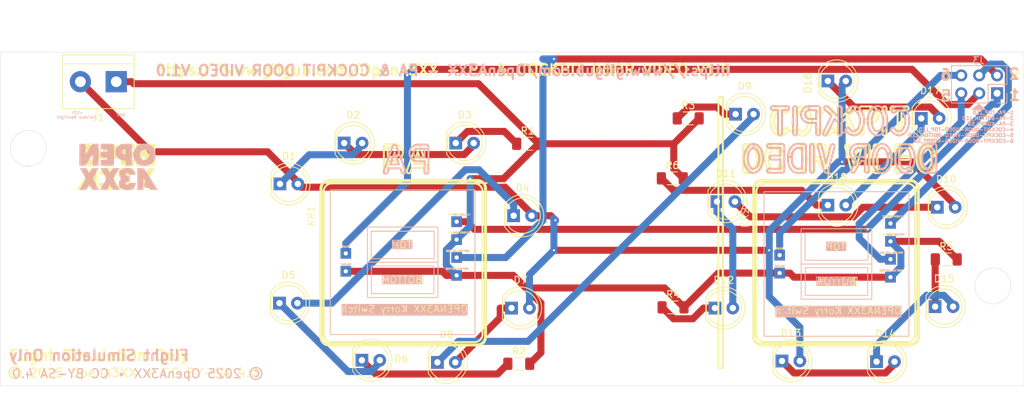
<source format=kicad_pcb>
(kicad_pcb (version 20241229) (generator "pcbnew") (generator_version "9.0")
  (layers (0 "F.Cu" signal) (2 "B.Cu" signal) (13 "F.Paste" user) (15 "B.Paste" user) (5 "F.SilkS" user "F.Silkscreen") (7 "B.SilkS" user "B.Silkscreen") (1 "F.Mask" user) (3 "B.Mask" user) (25 "Edge.Cuts" user))
  (net 0 "")
  (net 1 "Net-(D1-K)")
  (net 2 "+12V")
  (net 3 "Net-(D2-K)")
  (net 4 "Net-(D3-K)")
  (net 5 "Net-(D4-K)")
  (net 6 "Net-(D5-K)")
  (net 7 "Net-(D6-K)")
  (net 8 "Net-(D7-K)")
  (net 9 "Net-(D8-K)")
  (net 10 "Net-(D9-K)")
  (net 11 "Net-(D10-K)")
  (net 12 "Net-(D11-K)")
  (net 13 "Net-(D12-K)")
  (net 14 "Net-(D13-K)")
  (net 15 "Net-(D14-K)")
  (net 16 "Net-(D15-K)")
  (net 17 "GND")
  (net 18 "Net-(J3-Pin_3)")
  (net 19 "Net-(J3-Pin_6)")
  (net 20 "Net-(J3-Pin_2)")
  (net 21 "Net-(J3-Pin_5)")
  (net 22 "Net-(J3-Pin_4)")
  (net 23 "Net-(J3-Pin_1)")
  (net 24 "Net-(D16-K)")
  (net 25 "Net-(D17-K)")
  (net 26 "Net-(D18-K)")
  (footprint "TerminalBlock:TerminalBlock_bornier-2_P5.08mm" (layer "F.Cu") (at 86.94 74.5 180)
    (property "Reference" "J1")
    (property "Value" "Conn_02x01")
  )
  (footprint "Resistor_SMD:R_1206_3216Metric_Pad1.30x1.75mm_HandSolder" (layer "F.Cu") (at 145.2 83.3)
    (property "Reference" "R1")
    (property "Value" "220R")
  )
  (footprint "LED_THT:LED_D5.0mm_Clear" (layer "F.Cu") (at 174.66 79.1)
    (property "Reference" "D9")
    (property "Value" "LED")
  )
  (footprint "LED_THT:LED_D5.0mm_Clear" (layer "F.Cu") (at 200.96 79.7)
    (property "Reference" "D17")
    (property "Value" "LED")
  )
  (footprint "Resistor_SMD:R_1206_3216Metric_Pad1.30x1.75mm_HandSolder" (layer "F.Cu") (at 165.7 88.2)
    (property "Reference" "R6")
    (property "Value" "220R")
  )
  (footprint "OpenA3XX:Korry Switch" (layer "F.Cu") (at 178.7 90.1)
    (property "Reference" "KR2")
    (property "Value" "~")
  )
  (footprint "LED_THT:LED_D5.0mm_Clear" (layer "F.Cu") (at 187.725 74.4)
    (property "Reference" "D16")
    (property "Value" "LED")
  )
  (footprint "LED_THT:LED_D5.0mm_Clear" (layer "F.Cu") (at 119.225 83.2)
    (property "Reference" "D2")
    (property "Value" "LED")
  )
  (footprint "Resistor_SMD:R_1206_3216Metric_Pad1.30x1.75mm_HandSolder" (layer "F.Cu") (at 165.8 106.5)
    (property "Reference" "R4")
    (property "Value" "220R")
  )
  (footprint "LED_THT:LED_D5.0mm_Clear" (layer "F.Cu") (at 171.725 106.6)
    (property "Reference" "D12")
    (property "Value" "LED")
  )
  (footprint "Resistor_SMD:R_1206_3216Metric_Pad1.30x1.75mm_HandSolder" (layer "F.Cu") (at 143.95 114.5)
    (property "Reference" "R2")
    (property "Value" "220R")
  )
  (footprint "LED_THT:LED_D5.0mm_Clear" (layer "F.Cu") (at 203.225 92.3)
    (property "Reference" "D10")
    (property "Value" "LED")
  )
  (footprint "LED_THT:LED_D5.0mm_Clear" (layer "F.Cu") (at 121.725 114)
    (property "Reference" "D6")
    (property "Value" "LED")
  )
  (footprint "LED_THT:LED_D5.0mm_Clear" (layer "F.Cu") (at 110.06 105.9)
    (property "Reference" "D5")
    (property "Value" "LED")
  )
  (footprint "LED_THT:LED_D5.0mm_Clear" (layer "F.Cu") (at 142.925 106.6)
    (property "Reference" "D7")
    (property "Value" "LED")
  )
  (footprint "LED_THT:LED_D5.0mm_Clear" (layer "F.Cu") (at 110.125 89)
    (property "Reference" "D1")
    (property "Value" "LED")
  )
  (footprint "LED_THT:LED_D5.0mm_Clear" (layer "F.Cu") (at 135.025 83.2)
    (property "Reference" "D3")
    (property "Value" "LED")
  )
  (footprint "LED_THT:LED_D5.0mm_Clear" (layer "F.Cu") (at 187.725 92)
    (property "Reference" "D18")
    (property "Value" "LED")
  )
  (footprint "LED_THT:LED_D5.0mm_Clear" (layer "F.Cu") (at 194.625 114.2)
    (property "Reference" "D14")
    (property "Value" "LED")
  )
  (footprint "LED_THT:LED_D5.0mm_Clear" (layer "F.Cu") (at 181.225 114.1)
    (property "Reference" "D13")
    (property "Value" "LED")
  )
  (footprint "OpenA3XX:OpenA3XXLogoSmall" (layer "F.Cu") (at 87 86.5)
    (property "Reference" "top" (hide yes))
    (property "Value" "LOGO" (hide yes))
  )
  (footprint "OpenA3XX:Korry Switch" (layer "F.Cu") (at 117.25 89.85)
    (property "Reference" "KR1")
    (property "Value" "~")
  )
  (footprint "LED_THT:LED_D5.0mm_Clear" (layer "F.Cu") (at 172.025 91.5)
    (property "Reference" "D11")
    (property "Value" "LED")
  )
  (footprint "Resistor_SMD:R_1206_3216Metric_Pad1.30x1.75mm_HandSolder" (layer "F.Cu") (at 204.5 99.7)
    (property "Reference" "R5")
    (property "Value" "220R")
  )
  (footprint "LED_THT:LED_D5.0mm_Clear" (layer "F.Cu") (at 143.225 93.5)
    (property "Reference" "D4")
    (property "Value" "LED")
  )
  (footprint "LED_THT:LED_D5.0mm_Clear" (layer "F.Cu") (at 202.925 106.4)
    (property "Reference" "D15")
    (property "Value" "LED")
  )
  (footprint "LED_THT:LED_D5.0mm_Clear" (layer "F.Cu") (at 132.425 114.3)
    (property "Reference" "D8")
    (property "Value" "LED")
  )
  (footprint "Resistor_SMD:R_1206_3216Metric_Pad1.30x1.75mm_HandSolder" (layer "F.Cu") (at 167.95 79.7)
    (property "Reference" "R3")
    (property "Value" "220R")
  )
  (footprint "Connector_PinHeader_2.54mm:PinHeader_2x03_P2.54mm_Vertical" (layer "B.Cu") (at 211.7 76.14 90)
    (property "Reference" "J3")
    (property "Value" "Conn_02x03_Counter_Clockwise")
  )
  (footprint "OpenA3XX:OpenA3XXLogoSmall" (layer "B.Cu") (at 87.2 86.5 180)
    (property "Reference" "bottom" (hide yes))
    (property "Value" "LOGO" (hide yes))
  )
  (gr_line (start 177.490246 86.499272) (end 177.505886 86.475354) (stroke (width 0.28) (color 51 153 102 1)) (layer "F.SilkS"))
  (gr_line (start 196.215527 85.795574) (end 196.218457 85.777638) (stroke (width 0.28) (color 51 153 102 1)) (layer "F.SilkS"))
  (gr_curve (pts (xy 182.887081 84.332363) (xy 182.763821 84.595501) (xy 182.685894 84.820103) (xy 182.653286 85.006161)) (stroke (width 0.28) (color 51 153 102 1)) (layer "F.SilkS"))
  (gr_line (start 196.015972 84.408116) (end 196.000317 84.382199) (stroke (width 0.28) (color 51 153 102 1)) (layer "F.SilkS"))
  (gr_line (start 196.000317 86.449436) (end 196.007168 86.436482) (stroke (width 0.28) (color 51 153 102 1)) (layer "F.SilkS"))
  (gr_line (start 193.740444 80.388592) (end 192.776516 80.388592) (stroke (width 0.28) (color 51 153 102 1)) (layer "F.SilkS"))
  (gr_line (start 195.920101 86.571041) (end 195.927929 86.560078) (stroke (width 0.28) (color 51 153 102 1)) (layer "F.SilkS"))
  (gr_line (start 177.233944 84.047291) (end 177.196774 84.021382) (stroke (width 0.28) (color 51 153 102 1)) (layer "F.SilkS"))
  (gr_line (start 195.487728 86.885014) (end 195.497509 86.884014) (stroke (width 0.28) (color 51 153 102 1)) (layer "F.SilkS"))
  (gr_line (start 195.558163 86.866078) (end 195.567944 86.862088) (stroke (width 0.28) (color 51 153 102 1)) (layer "F.SilkS"))
  (gr_line (start 196.164654 84.776905) (end 196.154873 84.743016) (stroke (width 0.28) (color 51 153 102 1)) (layer "F.SilkS"))
  (gr_curve (pts (xy 180.152951 83.371502) (xy 180.473812 83.371502) (xy 180.735974 83.49477) (xy 180.93945 83.741291)) (stroke (width 0.28) (color 51 153 102 1)) (layer "F.SilkS"))
  (gr_curve (pts (xy 125.402592 87.210903) (xy 125.378849 87.400395) (xy 125.285206 87.495137) (xy 125.121662 87.495137)) (stroke (width 0.28) (color 51 153 102 1)) (layer "F.SilkS"))
  (gr_line (start 193.740444 78.007931) (end 193.778134 78.007931) (stroke (width 0.28) (color 51 153 102 1)) (layer "F.SilkS"))
  (gr_line (start 195.605114 83.98151) (end 195.567944 83.967556) (stroke (width 0.28) (color 51 153 102 1)) (layer "F.SilkS"))
  (gr_curve (pts (xy 195.767498 86.740483) (xy 195.777935 86.729855) (xy 195.783001 86.724697) (xy 195.783154 86.724537)) (stroke (width 0.28) (color 51 153 102 1)) (layer "F.SilkS"))
  (gr_line (start 177.756314 85.179592) (end 177.75436 85.143711) (stroke (width 0.28) (color 51 153 102 1)) (layer "F.SilkS"))
  (gr_line (start 195.991513 84.369244) (end 195.984661 84.356282) (stroke (width 0.28) (color 51 153 102 1)) (layer "F.SilkS"))
  (gr_curve (pts (xy 184.482556 86.776371) (xy 184.366482 86.979702) (xy 184.208004 87.15247) (xy 184.007138 87.294674)) (stroke (width 0.28) (color 51 153 102 1)) (layer "F.SilkS"))
  (gr_curve (pts (xy 188.480511 78.784977) (xy 188.444805 78.881314) (xy 188.37936 78.941601) (xy 188.284146 78.965855)) (stroke (width 0.28) (color 51 153 102 1)) (layer "F.SilkS"))
  (gr_line (start 195.550335 86.868069) (end 195.558163 86.866078) (stroke (width 0.28) (color 51 153 102 1)) (layer "F.SilkS"))
  (gr_line (start 176.9483 86.891995) (end 176.955151 86.890995) (stroke (width 0.28) (color 51 153 102 1)) (layer "F.SilkS"))
  (gr_line (start 177.223187 86.789326) (end 177.233944 86.782353) (stroke (width 0.28) (color 51 153 102 1)) (layer "F.SilkS"))
  (gr_line (start 195.922055 84.262593) (end 195.890759 84.218731) (stroke (width 0.28) (color 51 153 102 1)) (layer "F.SilkS"))
  (gr_curve (pts (xy 182.699932 80.314831) (xy 182.66885 79.880329) (xy 182.726376 79.456944) (xy 182.872479 79.044667)) (stroke (width 0.28) (color 51 153 102 1)) (layer "F.SilkS"))
  (gr_curve (pts (xy 127.028775 85.526715) (xy 126.845455 85.653714) (xy 126.63641 85.724598) (xy 126.401646 85.739384)) (stroke (width 0.28) (color 51 153 102 1)) (layer "F.SilkS"))
  (gr_curve (pts (xy 187.050488 78.775883) (xy 186.92091 78.905224) (xy 186.813137 79.070942) (xy 186.7272 79.273037)) (stroke (width 0.28) (color 51 153 102 1)) (layer "F.SilkS"))
  (gr_line (start 192.776516 79.81667) (end 193.740444 79.81667) (stroke (width 0.28) (color 51 153 102 1)) (layer "F.SilkS"))
  (gr_line (start 177.703488 85.976986) (end 177.706433 85.962033) (stroke (width 0.28) (color 51 153 102 1)) (layer "F.SilkS"))
  (gr_line (start 177.758267 85.606198) (end 177.760235 85.566326) (stroke (width 0.28) (color 51 153 102 1)) (layer "F.SilkS"))
  (gr_curve (pts (xy 117.051579 111.902623) (xy 116.391995 111.902623) (xy 115.861004 111.371624) (xy 115.861004 110.712056)) (stroke (width 0.28) (color 51 153 102 1)) (layer "F.SilkS"))
  (gr_curve (pts (xy 184.077572 86.345776) (xy 184.14671 86.192944) (xy 184.193981 85.992268) (xy 184.219418 85.743748)) (stroke (width 0.28) (color 51 153 102 1)) (layer "F.SilkS"))
  (gr_line (start 195.927929 86.560078) (end 195.93771 86.549115) (stroke (width 0.28) (color 51 153 102 1)) (layer "F.SilkS"))
  (gr_line (start 195.712719 86.782353) (end 195.720547 86.776371) (stroke (width 0.28) (color 51 153 102 1)) (layer "F.SilkS"))
  (gr_curve (pts (xy 178.340206 111.749333) (xy 177.771115 111.749333) (xy 177.312985 111.291073) (xy 177.312985 110.721836)) (stroke (width 0.28) (color 0 0 255 1)) (layer "F.SilkS"))
  (gr_curve (pts (xy 185.435345 87.394345) (xy 185.363613 87.339863) (xy 185.32774 87.266102) (xy 185.32774 87.173069)) (stroke (width 0.28) (color 51 153 102 1)) (layer "F.SilkS"))
  (gr_curve (pts (xy 187.805157 82.085171) (xy 187.510968 82.19093) (xy 187.221051 82.171734) (xy 186.935452 82.027569)) (stroke (width 0.28) (color 51 153 102 1)) (layer "F.SilkS"))
  (gr_line (start 177.767071 85.356015) (end 177.766094 85.33508) (stroke (width 0.28) (color 51 153 102 1)) (layer "F.SilkS"))
  (gr_line (start 117.051579 88.446049) (end 138.127011 88.446049) (stroke (width 0.28) (color 51 153 102 1)) (layer "F.SilkS"))
  (gr_curve (pts (xy 186.341427 78.717282) (xy 186.544384 78.353512) (xy 186.838925 78.12582) (xy 187.225018 78.034199)) (stroke (width 0.28) (color 51 153 102 1)) (layer "F.SilkS"))
  (gr_curve (pts (xy 182.026562 78.519223) (xy 182.087399 78.600064) (xy 182.099957 78.688649) (xy 182.064251 78.784977)) (stroke (width 0.28) (color 51 153 102 1)) (layer "F.SilkS"))
  (gr_line (start 196.034558 86.383656) (end 196.043362 86.367703) (stroke (width 0.28) (color 51 153 102 1)) (layer "F.SilkS"))
  (gr_curve (pts (xy 198.891293 78.007931) (xy 199.073773 78.022747) (xy 199.165341 78.118069) (xy 199.165997 78.293888)) (stroke (width 0.28) (color 51 153 102 1)) (layer "F.SilkS"))
  (gr_line (start 177.760235 85.221455) (end 177.756314 85.179592) (stroke (width 0.28) (color 51 153 102 1)) (layer "F.SilkS"))
  (gr_line (start 196.24487 85.33508) (end 196.24487 85.317143) (stroke (width 0.28) (color 51 153 102 1)) (layer "F.SilkS"))
  (gr_line (start 177.697628 85.995922) (end 177.703488 85.976986) (stroke (width 0.28) (color 51 153 102 1)) (layer "F.SilkS"))
  (gr_line (start 195.890759 84.218731) (end 195.855541 84.17886) (stroke (width 0.28) (color 51 153 102 1)) (layer "F.SilkS"))
  (gr_curve (pts (xy 189.375012 82.149838) (xy 189.209729 82.147816) (xy 189.12048 82.053845) (xy 189.10725 81.867916)) (stroke (width 0.28) (color 51 153 102 1)) (layer "F.SilkS"))
  (gr_line (start 176.9483 83.933667) (end 176.938519 83.933667) (stroke (width 0.28) (color 51 153 102 1)) (layer "F.SilkS"))
  (gr_line (start 177.528393 86.436482) (end 177.537197 86.423519) (stroke (width 0.28) (color 51 153 102 1)) (layer "F.SilkS"))
  (gr_line (start 177.65263 86.150418) (end 177.657513 86.134465) (stroke (width 0.28) (color 51 153 102 1)) (layer "F.SilkS"))
  (gr_curve (pts (xy 200.83273 85.498547) (xy 200.839245 85.69125) (xy 200.866635 85.881626) (xy 200.914898 86.069683)) (stroke (width 0.28) (color 51 153 102 1)) (layer "F.SilkS"))
  (gr_curve (pts (xy 175.820416 83.448254) (xy 175.873242 83.397084) (xy 175.936825 83.371502) (xy 176.011166 83.371502)) (stroke (width 0.28) (color 51 153 102 1)) (layer "F.SilkS"))
  (gr_line (start 177.018734 86.884014) (end 177.03439 86.880032) (stroke (width 0.28) (color 51 153 102 1)) (layer "F.SilkS"))
  (gr_line (start 177.747509 85.087895) (end 177.746533 85.067959) (stroke (width 0.28) (color 51 153 102 1)) (layer "F.SilkS"))
  (gr_line (start 196.185208 85.962033) (end 196.19009 85.943096) (stroke (width 0.28) (color 51 153 102 1)) (layer "F.SilkS"))
  (gr_line (start 196.0639 86.32584) (end 196.070751 86.309895) (stroke (width 0.28) (color 51 153 102 1)) (layer "F.SilkS"))
  (gr_line (start 195.497509 86.884014) (end 195.513165 86.880032) (stroke (width 0.28) (color 51 153 102 1)) (layer "F.SilkS"))
  (gr_curve (pts (xy 185.466748 80.360302) (xy 185.437008 80.761792) (xy 185.3289 81.128254) (xy 185.142468 81.45969)) (stroke (width 0.28) (color 51 153 102 1)) (layer "F.SilkS"))
  (gr_line (start 195.960217 86.512234) (end 195.969021 86.499272) (stroke (width 0.28) (color 51 153 102 1)) (layer "F.SilkS"))
  (gr_line (start 177.676098 84.743016) (end 177.666317 84.709126) (stroke (width 0.28) (color 51 153 102 1)) (layer "F.SilkS"))
  (gr_line (start 177.357205 86.672711) (end 177.365032 86.66473) (stroke (width 0.28) (color 51 153 102 1)) (layer "F.SilkS"))
  (gr_line (start 128.741024 85.329174) (end 129.377056 83.552258) (stroke (width 0.28) (color 51 153 102 1)) (layer "F.SilkS"))
  (gr_curve (pts (xy 186.575466 80.434063) (xy 186.603894 80.632786) (xy 186.663723 80.819729) (xy 186.754956 80.994877)) (stroke (width 0.28) (color 51 153 102 1)) (layer "F.SilkS"))
  (gr_line (start 196.059017 84.491841) (end 196.045315 84.461941) (stroke (width 0.28) (color 51 153 102 1)) (layer "F.SilkS"))
  (gr_curve (pts (xy 184.857846 79.658024) (xy 184.820172 79.406758) (xy 184.746456 79.180409) (xy 184.6367 78.978993)) (stroke (width 0.28) (color 51 153 102 1)) (layer "F.SilkS"))
  (gr_line (start 195.818371 86.688656) (end 195.83598 86.672711) (stroke (width 0.28) (color 51 153 102 1)) (layer "F.SilkS"))
  (gr_curve (pts (xy 180.938687 81.57185) (xy 181.179989 81.649319) (xy 181.415692 81.531765) (xy 181.645764 81.219197)) (stroke (width 0.28) (color 51 153 102 1)) (layer "F.SilkS"))
  (gr_line (start 197.829586 85.018116) (end 199.066067 85.018116) (stroke (width 0.28) (color 51 153 102 1)) (layer "F.SilkS"))
  (gr_line (start 177.376766 84.17886) (end 177.341549 84.140988) (stroke (width 0.28) (color 51 153 102 1)) (layer "F.SilkS"))
  (gr_line (start 126.401646 85.739384) (end 126.364056 85.741398) (stroke (width 0.28) (color 51 153 102 1)) (layer "F.SilkS"))
  (gr_curve (pts (xy 177.616268 90.066357) (xy 177.616268 89.433674) (xy 178.125607 88.924336) (xy 178.758297 88.924336)) (stroke (width 0.28) (color 51 153 102 1)) (layer "F.SilkS"))
  (gr_line (start 177.134167 86.843151) (end 177.143948 86.838169) (stroke (width 0.28) (color 51 153 102 1)) (layer "F.SilkS"))
  (gr_line (start 195.417294 83.933667) (end 195.409481 83.933667) (stroke (width 0.28) (color 51 153 102 1)) (layer "F.SilkS"))
  (gr_curve (pts (xy 194.406857 80.173359) (xy 194.223065 80.300679) (xy 194.013485 80.371754) (xy 193.778134 80.38657)) (stroke (width 0.28) (color 51 153 102 1)) (layer "F.SilkS"))
  (gr_line (start 177.241772 86.776371) (end 177.251553 86.768399) (stroke (width 0.28) (color 51 153 102 1)) (layer "F.SilkS"))
  (gr_curve (pts (xy 194.343396 79.279095) (xy 194.367199 79.093174) (xy 194.31828 78.929814) (xy 194.196621 78.789021)) (stroke (width 0.28) (color 51 153 102 1)) (layer "F.SilkS"))
  (gr_curve (pts (xy 194.140103 79.663075) (xy 194.255795 79.560681) (xy 194.323559 79.43269) (xy 194.343396 79.279095)) (stroke (width 0.28) (color 51 153 102 1)) (layer "F.SilkS"))
  (gr_line (start 196.167599 86.031803) (end 196.172482 86.012867) (stroke (width 0.28) (color 51 153 102 1)) (layer "F.SilkS"))
  (gr_curve (pts (xy 178.758297 111.424336) (xy 178.125607 111.424336) (xy 177.616268 110.91499) (xy 177.616268 110.282315)) (stroke (width 0.28) (color 51 153 102 1)) (layer "F.SilkS"))
  (gr_line (start 177.711315 85.943096) (end 177.71719 85.905217) (stroke (width 0.28) (color 51 153 102 1)) (layer "F.SilkS"))
  (gr_line (start 192.494885 78.007931) (end 193.740444 78.007931) (stroke (width 0.28) (color 51 153 102 1)) (layer "F.SilkS"))
  (gr_line (start 195.738156 86.763409) (end 195.747937 86.756436) (stroke (width 0.28) (color 51 153 102 1)) (layer "F.SilkS"))
  (gr_curve (pts (xy 182.625897 85.498547) (xy 182.632412 85.69125) (xy 182.659802 85.881626) (xy 182.708065 86.069683)) (stroke (width 0.28) (color 51 153 102 1)) (layer "F.SilkS"))
  (gr_curve (pts (xy 184.077389 78.581875) (xy 183.834088 78.581875) (xy 183.649975 78.71526) (xy 183.525021 78.982022)) (stroke (width 0.28) (color 51 153 102 1)) (layer "F.SilkS"))
  (gr_line (start 193.658459 83.654576) (end 193.658459 87.179051) (stroke (width 0.28) (color 51 153 102 1)) (layer "F.SilkS"))
  (gr_curve (pts (xy 180.168606 83.937649) (xy 179.928616 83.937649) (xy 179.74699 84.069226) (xy 179.623745 84.332363)) (stroke (width 0.28) (color 51 153 102 1)) (layer "F.SilkS"))
  (gr_line (start 177.001126 86.886013) (end 177.008953 86.885014) (stroke (width 0.28) (color 51 153 102 1)) (layer "F.SilkS"))
  (gr_line (start 125.402592 85.741398) (end 125.402592 87.210903) (stroke (width 0.28) (color 51 153 102 1)) (layer "F.SilkS"))
  (gr_line (start 138.137074 111.749333) (end 117.041516 111.749333) (stroke (width 0.28) (color 0 0 255 1)) (layer "F.SilkS"))
  (gr_curve (pts (xy 202.689389 86.776371) (xy 202.573315 86.979702) (xy 202.414837 87.15247) (xy 202.21397 87.294674)) (stroke (width 0.28) (color 51 153 102 1)) (layer "F.SilkS"))
  (gr_line (start 193.102825 87.179051) (end 193.102825 83.654576) (stroke (width 0.28) (color 51 153 102 1)) (layer "F.SilkS"))
  (gr_line (start 195.969021 86.499272) (end 195.984661 86.475354) (stroke (width 0.28) (color 51 153 102 1)) (layer "F.SilkS"))
  (gr_line (start 176.938519 86.891995) (end 176.930706 87.454151) (stroke (width 0.28)) (layer "F.SilkS"))
  (gr_curve (pts (xy 187.798733 87.021565) (xy 187.882199 87.171742) (xy 187.858731 87.298001) (xy 187.728298 87.400326)) (stroke (width 0.28) (color 51 153 102 1)) (layer "F.SilkS"))
  (gr_line (start 195.853588 86.654766) (end 195.861416 86.645794) (stroke (width 0.28) (color 51 153 102 1)) (layer "F.SilkS"))
  (gr_line (start 177.580242 86.339794) (end 177.585125 86.32584) (stroke (width 0.28) (color 51 153 102 1)) (layer "F.SilkS"))
  (gr_curve (pts (xy 184.858837 78.382817) (xy 185.065121 78.632733) (xy 185.221798 78.904553) (xy 185.3289 79.198262)) (stroke (width 0.28) (color 51 153 102 1)) (layer "F.SilkS"))
  (gr_line (start 196.205746 84.956318) (end 196.199871 84.918446) (stroke (width 0.28) (color 51 153 102 1)) (layer "F.SilkS"))
  (gr_curve (pts (xy 192.020916 83.578823) (xy 192.087445 83.399411) (xy 192.202221 83.333958) (xy 192.365246 83.382466)) (stroke (width 0.28) (color 51 153 102 1)) (layer "F.SilkS"))
  (gr_line (start 195.944561 86.537152) (end 195.953366 86.525189) (stroke (width 0.28) (color 51 153 102 1)) (layer "F.SilkS"))
  (gr_line (start 177.591976 84.519749) (end 177.580242 84.491841) (stroke (width 0.28) (color 51 153 102 1)) (layer "F.SilkS"))
  (gr_line (start 126.364056 85.741398) (end 125.402592 85.741398) (stroke (width 0.28) (color 51 153 102 1)) (layer "F.SilkS"))
  (gr_line (start 177.56654 84.461941) (end 177.558712 84.448979) (stroke (width 0.28) (color 51 153 102 1)) (layer "F.SilkS"))
  (gr_line (start 196.24487 85.488583) (end 196.245846 85.471638) (stroke (width 0.28) (color 51 153 102 1)) (layer "F.SilkS"))
  (gr_curve (pts (xy 183.525021 78.982022) (xy 183.400067 79.248783) (xy 183.321057 79.476475) (xy 183.288006 79.665097)) (stroke (width 0.28) (color 51 153 102 1)) (layer "F.SilkS"))
  (gr_line (start 196.154873 84.743016) (end 196.145092 84.709126) (stroke (width 0.28) (color 51 153 102 1)) (layer "F.SilkS"))
  (gr_curve (pts (xy 130.235653 86.170765) (xy 130.035183 85.606343) (xy 129.834706 85.041928) (xy 129.634236 84.477505)) (stroke (width 0.28) (color 51 153 102 1)) (layer "F.SilkS"))
  (gr_curve (pts (xy 193.379666 83.372502) (xy 193.536831 83.371838) (xy 193.629772 83.465863) (xy 193.658459 83.654576)) (stroke (width 0.28) (color 51 153 102 1)) (layer "F.SilkS"))
  (gr_line (start 195.612942 86.843151) (end 195.622723 86.838169) (stroke (width 0.28) (color 51 153 102 1)) (layer "F.SilkS"))
  (gr_line (start 177.143948 86.838169) (end 177.159603 86.828198) (stroke (width 0.28) (color 51 153 102 1)) (layer "F.SilkS"))
  (gr_curve (pts (xy 115.861004 89.636624) (xy 115.861004 88.97704) (xy 116.391995 88.446049) (xy 117.051579 88.446049)) (stroke (width 0.28) (color 51 153 102 1)) (layer "F.SilkS"))
  (gr_line (start 182.119793 81.526379) (end 182.109875 81.540524) (stroke (width 0.28) (color 51 153 102 1)) (layer "F.SilkS"))
  (gr_curve (pts (xy 184.201809 84.99918) (xy 184.164639 84.751324) (xy 184.091915 84.528057) (xy 183.98367 84.329373)) (stroke (width 0.28) (color 51 153 102 1)) (layer "F.SilkS"))
  (gr_line (start 196.109875 86.216198) (end 196.114773 86.200253) (stroke (width 0.28) (color 51 153 102 1)) (layer "F.SilkS"))
  (gr_line (start 176.983517 83.935658) (end 176.9483 83.933667) (stroke (width 0.28) (color 51 153 102 1)) (layer "F.SilkS"))
  (gr_curve (pts (xy 195.800762 86.7066) (xy 195.803372 86.703938) (xy 195.805981 86.701283) (xy 195.80859 86.69862)) (stroke (width 0.28) (color 51 153 102 1)) (layer "F.SilkS"))
  (gr_curve (pts (xy 188.55389 81.500111) (xy 188.54794 81.508869) (xy 188.541989 81.51762) (xy 188.536038 81.526379)) (stroke (width 0.28) (color 51 153 102 1)) (layer "F.SilkS"))
  (gr_line (start 196.172482 86.012867) (end 196.176403 85.995922) (stroke (width 0.28) (color 51 153 102 1)) (layer "F.SilkS"))
  (gr_curve (pts (xy 190.164257 83.748272) (xy 190.139477 83.559552) (xy 190.20567 83.443936) (xy 190.362835 83.401409)) (stroke (width 0.28) (color 51 153 102 1)) (layer "F.SilkS"))
  (gr_curve (pts (xy 187.577648 83.655575) (xy 187.792858 83.844952) (xy 187.926541 84.085171) (xy 187.97871 84.376217)) (stroke (width 0.28) (color 51 153 102 1)) (layer "F.SilkS"))
  (gr_line (start 126.364056 83.366803) (end 126.401646 83.366803) (stroke (width 0.28) (color 51 153 102 1)) (layer "F.SilkS"))
  (gr_curve (pts (xy 202.408642 84.99918) (xy 202.371472 84.751324) (xy 202.298748 84.528057) (xy 202.190502 84.329373)) (stroke (width 0.28) (color 51 153 102 1)) (layer "F.SilkS"))
  (gr_curve (pts (xy 183.343533 80.743267) (xy 183.392453 80.933911) (xy 183.465847 81.105686) (xy 183.563687 81.258602)) (stroke (width 0.28) (color 51 153 102 1)) (layer "F.SilkS"))
  (gr_line (start 176.963955 86.889996) (end 176.97276 86.889004) (stroke (width 0.28) (color 51 153 102 1)) (layer "F.SilkS"))
  (gr_curve (pts (xy 201.984097 86.767399) (xy 202.116482 86.635166) (xy 202.21658 86.494625) (xy 202.284405 86.345776)) (stroke (width 0.28) (color 51 153 102 1)) (layer "F.SilkS"))
  (gr_curve (pts (xy 199.726361 83.651585) (xy 199.725704 83.823689) (xy 199.634075 83.915722) (xy 199.451474 83.927685)) (stroke (width 0.28) (color 51 153 102 1)) (layer "F.SilkS"))
  (gr_line (start 177.688824 86.031803) (end 177.693707 86.012867) (stroke (width 0.28) (color 51 153 102 1)) (layer "F.SilkS"))
  (gr_curve (pts (xy 124.842724 83.649014) (xy 124.862507 83.482373) (xy 124.949551 83.388302) (xy 125.103863 83.366803)) (stroke (width 0.28) (color 51 153 102 1)) (layer "F.SilkS"))
  (gr_curve (pts (xy 183.563687 81.258602) (xy 183.661541 81.411526) (xy 183.789791 81.512905) (xy 183.948468 81.562756)) (stroke (width 0.28) (color 51 153 102 1)) (layer "F.SilkS"))
  (gr_curve (pts (xy 180.814236 86.345776) (xy 180.883358 86.192944) (xy 180.930645 85.992268) (xy 180.956082 85.743748)) (stroke (width 0.28) (color 51 153 102 1)) (layer "F.SilkS"))
  (gr_line (start 195.44273 86.889996) (end 195.451535 86.889004) (stroke (width 0.28) (color 51 153 102 1)) (layer "F.SilkS"))
  (gr_line (start 198.891293 78.577832) (end 198.165386 78.577832) (stroke (width 0.28) (color 51 153 102 1)) (layer "F.SilkS"))
  (gr_line (start 177.505886 86.475354) (end 177.512738 86.462399) (stroke (width 0.28) (color 51 153 102 1)) (layer "F.SilkS"))
  (gr_line (start 177.089169 83.967556) (end 177.051998 83.953602) (stroke (width 0.28) (color 51 153 102 1)) (layer "F.SilkS"))
  (gr_curve (pts (xy 138.127011 88.446049) (xy 138.786595 88.446049) (xy 139.317585 88.97704) (xy 139.317585 89.636624)) (stroke (width 0.28) (color 51 153 102 1)) (layer "F.SilkS"))
  (gr_line (start 196.245846 85.356015) (end 196.24487 85.33508) (stroke (width 0.28) (color 51 153 102 1)) (layer "F.SilkS"))
  (gr_line (start 195.693157 86.794308) (end 195.701962 86.789326) (stroke (width 0.28) (color 51 153 102 1)) (layer "F.SilkS"))
  (gr_line (start 177.756314 85.64407) (end 177.758267 85.606198) (stroke (width 0.28) (color 51 153 102 1)) (layer "F.SilkS"))
  (gr_curve (pts (xy 126.762692 85.017735) (xy 126.878094 84.9156) (xy 126.94569 84.78793) (xy 126.965473 84.634732)) (stroke (width 0.28) (color 51 153 102 1)) (layer "F.SilkS"))
  (gr_curve (pts (xy 199.066067 85.018116) (xy 199.251278 85.046025) (xy 199.343548 85.140721) (xy 199.342892 85.302189)) (stroke (width 0.28) (color 51 153 102 1)) (layer "F.SilkS"))
  (gr_line (start 177.269161 86.756436) (end 177.288723 86.740483) (stroke (width 0.28) (color 51 153 102 1)) (layer "F.SilkS"))
  (gr_line (start 177.481442 86.512234) (end 177.490246 86.499272) (stroke (width 0.28) (color 51 153 102 1)) (layer "F.SilkS"))
  (gr_curve (pts (xy 202.21397 87.294674) (xy 202.013119 87.436879) (xy 201.791378 87.486714) (xy 201.548779 87.444187)) (stroke (width 0.28) (color 51 153 102 1)) (layer "F.SilkS"))
  (gr_curve (pts (xy 179.362561 85.498547) (xy 179.369076 85.69125) (xy 179.396466 85.881626) (xy 179.444729 86.069683)) (stroke (width 0.28) (color 51 153 102 1)) (layer "F.SilkS"))
  (gr_line (start 177.766094 85.488583) (end 177.767071 85.471638) (stroke (width 0.28) (color 51 153 102 1)) (layer "F.SilkS"))
  (gr_curve (pts (xy 194.214093 83.63464) (xy 194.217999 83.56155) (xy 194.246365 83.499417) (xy 194.299191 83.448254)) (stroke (width 0.28) (color 51 153 102 1)) (layer "F.SilkS"))
  (gr_curve (pts (xy 199.451474 86.893986) (xy 199.635388 86.921894) (xy 199.727337 87.015583) (xy 199.727337 87.175068)) (stroke (width 0.28) (color 51 153 102 1)) (layer "F.SilkS"))
  (gr_curve (pts (xy 192.365246 83.382466) (xy 192.528286 83.430973) (xy 192.590893 83.544934) (xy 192.553067 83.724346)) (stroke (width 0.28) (color 51 153 102 1)) (layer "F.SilkS"))
  (gr_line (start 182.016644 78.505078) (end 182.026562 78.519223) (stroke (width 0.28) (color 51 153 102 1)) (layer "F.SilkS"))
  (gr_curve (pts (xy 195.80859 86.69862) (xy 195.811199 86.695965) (xy 195.814465 86.692646) (xy 195.818371 86.688656)) (stroke (width 0.28) (color 51 153 102 1)) (layer "F.SilkS"))
  (gr_curve (pts (xy 129.636219 83.366803) (xy 129.765469 83.36546) (xy 129.852513 83.427281) (xy 129.897358 83.552258)) (stroke (width 0.28) (color 51 153 102 1)) (layer "F.SilkS"))
  (gr_line (start 196.15292 86.082638) (end 196.164654 86.048748) (stroke (width 0.28) (color 51 153 102 1)) (layer "F.SilkS"))
  (gr_line (start 195.861416 86.645794) (end 195.871197 86.634831) (stroke (width 0.28) (color 51 153 102 1)) (layer "F.SilkS"))
  (gr_line (start 172.227398 76.683644) (end 172.216442 115.065853) (stroke (width 0.28) (color 51 153 102 1)) (layer "F.SilkS"))
  (gr_curve (pts (xy 194.823376 79.644886) (xy 194.729489 79.869885) (xy 194.590664 80.046048) (xy 194.406857 80.173359)) (stroke (width 0.28) (color 51 153 102 1)) (layer "F.SilkS"))
  (gr_line (start 196.213574 85.013134) (end 196.211621 84.994198) (stroke (width 0.28) (color 51 153 102 1)) (layer "F.SilkS"))
  (gr_curve (pts (xy 201.132061 86.578015) (xy 201.228588 86.728855) (xy 201.355099 86.828862) (xy 201.511608 86.878041)) (stroke (width 0.28) (color 51 153 102 1)) (layer "F.SilkS"))
  (gr_line (start 177.685879 84.776905) (end 177.676098 84.743016) (stroke (width 0.28) (color 51 153 102 1)) (layer "F.SilkS"))
  (gr_curve (pts (xy 186.816586 85.209492) (xy 186.949627 85.209492) (xy 187.072567 85.168293) (xy 187.185375 85.085896)) (stroke (width 0.28) (color 51 153 102 1)) (layer "F.SilkS"))
  (gr_poly (pts (xy 208.3 78.4) (xy 209.1 77.7) (xy 209.9 78.4)) (stroke (width 0.2)) (fill yes) (layer "F.SilkS"))
  (gr_line (start 138.127011 111.902623) (end 117.051579 111.902623) (stroke (width 0.28) (color 51 153 102 1)) (layer "F.SilkS"))
  (gr_line (start 195.65794 86.818234) (end 195.665768 86.813252) (stroke (width 0.28) (color 51 153 102 1)) (layer "F.SilkS"))
  (gr_line (start 175.737271 87.171078) (end 175.735317 87.171078) (stroke (width 0.28) (color 51 153 102 1)) (layer "F.SilkS"))
  (gr_line (start 139.164295 89.626835) (end 139.164295 110.721836) (stroke (width 0.28) (color 0 0 255 1)) (layer "F.SilkS"))
  (gr_line (start 177.738705 85.030079) (end 177.734799 85.013134) (stroke (width 0.28) (color 51 153 102 1)) (layer "F.SilkS"))
  (gr_line (start 177.6311 86.216198) (end 177.635998 86.200253) (stroke (width 0.28) (color 51 153 102 1)) (layer "F.SilkS"))
  (gr_line (start 196.246838 85.450703) (end 196.246838 85.432766) (stroke (width 0.28) (color 51 153 102 1)) (layer "F.SilkS"))
  (gr_curve (pts (xy 181.683438 81.166653) (xy 181.807736 81.026532) (xy 181.938977 81.012051) (xy 182.077145 81.123204)) (stroke (width 0.28) (color 51 153 102 1)) (layer "F.SilkS"))
  (gr_curve (pts (xy 200.280026 85.647061) (xy 200.249386 85.218464) (xy 200.306118 84.800831) (xy 200.450238 84.394162)) (stroke (width 0.28) (color 51 153 102 1)) (layer "F.SilkS"))
  (gr_curve (pts (xy 181.586254 78.872891) (xy 181.409069 78.662716) (xy 181.238507 78.561665) (xy 181.074536 78.569752)) (stroke (width 0.28) (color 51 153 102 1)) (layer "F.SilkS"))
  (gr_line (start 194.216046 87.171078) (end 194.214093 87.171078) (stroke (width 0.28) (color 51 153 102 1)) (layer "F.SilkS"))
  (gr_line (start 176.011166 83.371502) (end 176.009213 83.371502) (stroke (width 0.28) (color 51 153 102 1)) (layer "F.SilkS"))
  (gr_line (start 181.645764 81.219197) (end 181.683438 81.166653) (stroke (width 0.28) (color 51 153 102 1)) (layer "F.SilkS"))
  (gr_curve (pts (xy 178.350262 111.902623) (xy 177.690686 111.902623) (xy 177.159695 111.371624) (xy 177.159695 110.712056)) (stroke (width 0.28) (color 51 153 102 1)) (layer "F.SilkS"))
  (gr_curve (pts (xy 199.435757 88.599339) (xy 200.004849 88.599339) (xy 200.462979 89.057598) (xy 200.462979 89.626835)) (stroke (width 0.28) (color 0 0 255 1)) (layer "F.SilkS"))
  (gr_line (start 172.852795 115.066204) (end 172.863751 76.683995) (stroke (width 0.28) (color 51 153 102 1)) (layer "F.SilkS"))
  (gr_line (start 196.19009 84.882565) (end 196.184231 84.848675) (stroke (width 0.28) (color 51 153 102 1)) (layer "F.SilkS"))
  (gr_line (start 177.458935 86.549115) (end 177.465786 86.537152) (stroke (width 0.28) (color 51 153 102 1)) (layer "F.SilkS"))
  (gr_line (start 177.71719 85.905217) (end 177.72012 85.888272) (stroke (width 0.28) (color 51 153 102 1)) (layer "F.SilkS"))
  (gr_line (start 177.449154 86.560078) (end 177.458935 86.549115) (stroke (width 0.28) (color 51 153 102 1)) (layer "F.SilkS"))
  (gr_curve (pts (xy 187.512112 87.446179) (xy 187.430584 87.431561) (xy 187.370922 87.390362) (xy 187.333096 87.322583)) (stroke (width 0.28) (color 51 153 102 1)) (layer "F.SilkS"))
  (gr_line (start 196.164654 86.048748) (end 196.167599 86.031803) (stroke (width 0.28) (color 51 153 102 1)) (layer "F.SilkS"))
  (gr_curve (pts (xy 184.7319 81.023167) (xy 184.801983 80.868229) (xy 184.849911 80.664784) (xy 184.875698 80.412846)) (stroke (width 0.28) (color 51 153 102 1)) (layer "F.SilkS"))
  (gr_line (start 177.537197 86.423519) (end 177.548931 86.39761) (stroke (width 0.28) (color 51 153 102 1)) (layer "F.SilkS"))
  (gr_curve (pts (xy 183.341961 87.444187) (xy 182.946759 87.373745) (xy 182.644161 87.163769) (xy 182.43417 86.814244)) (stroke (width 0.28) (color 51 153 102 1)) (layer "F.SilkS"))
  (gr_line (start 195.871197 86.634831) (end 195.886853 86.614895) (stroke (width 0.28) (color 51 153 102 1)) (layer "F.SilkS"))
  (gr_line (start 196.228237 85.702877) (end 196.231182 85.68195) (stroke (width 0.28) (color 51 153 102 1)) (layer "F.SilkS"))
  (gr_curve (pts (xy 186.935452 82.027569) (xy 186.603558 81.859158) (xy 186.359936 81.573536) (xy 186.204571 81.170697)) (stroke (width 0.28) (color 51 153 102 1)) (layer "F.SilkS"))
  (gr_line (start 177.768048 85.412831) (end 177.768048 85.393887) (stroke (width 0.28) (color 51 153 102 1)) (layer "F.SilkS"))
  (gr_curve (pts (xy 199.342892 85.302189) (xy 199.342251 85.463665) (xy 199.249966 85.55769) (xy 199.066067 85.584271)) (stroke (width 0.28) (color 51 153 102 1)) (layer "F.SilkS"))
  (gr_line (start 198.974255 111.424336) (end 178.758297 111.424336) (stroke (width 0.28) (color 51 153 102 1)) (layer "F.SilkS"))
  (gr_curve (pts (xy 183.065869 81.498089) (xy 182.852978 81.14375) (xy 182.730999 80.749333) (xy 182.699932 80.314831)) (stroke (width 0.28) (color 51 153 102 1)) (layer "F.SilkS"))
  (gr_curve (pts (xy 177.958813 86.816243) (xy 177.729901 87.241513) (xy 177.387203 87.454151) (xy 176.930706 87.454151)) (stroke (width 0.28) (color 51 153 102 1)) (layer "F.SilkS"))
  (gr_line (start 192.477032 78.007931) (end 192.494885 78.007931) (stroke (width 0.28) (color 51 153 102 1)) (layer "F.SilkS"))
  (gr_line (start 195.93771 86.549115) (end 195.944561 86.537152) (stroke (width 0.28) (color 51 153 102 1)) (layer "F.SilkS"))
  (gr_line (start 177.051998 83.953602) (end 177.03439 83.948613) (stroke (width 0.28) (color 51 153 102 1)) (layer "F.SilkS"))
  (gr_curve (pts (xy 201.623135 83.371502) (xy 201.943981 83.371502) (xy 202.206143 83.49477) (xy 202.409619 83.741291)) (stroke (width 0.28) (color 51 153 102 1)) (layer "F.SilkS"))
  (gr_line (start 190.594799 79.396313) (end 191.759045 81.736554) (stroke (width 0.28) (color 51 153 102 1)) (layer "F.SilkS"))
  (gr_line (start 177.312985 110.721836) (end 177.312985 89.626835) (stroke (width 0.28) (color 0 0 255 1)) (layer "F.SilkS"))
  (gr_line (start 176.930706 83.933667) (end 176.285076 83.933667) (stroke (width 0.28) (color 51 153 102 1)) (layer "F.SilkS"))
  (gr_curve (pts (xy 178.809857 85.647061) (xy 178.779202 85.218464) (xy 178.835949 84.800831) (xy 178.980068 84.394162)) (stroke (width 0.28) (color 51 153 102 1)) (layer "F.SilkS"))
  (gr_line (start 177.126339 86.846142) (end 177.134167 86.843151) (stroke (width 0.28) (color 51 153 102 1)) (layer "F.SilkS"))
  (gr_line (start 195.622723 86.838169) (end 195.638378 86.828198) (stroke (width 0.28) (color 51 153 102 1)) (layer "F.SilkS"))
  (gr_curve (pts (xy 183.288006 79.665097) (xy 183.262875 79.802517) (xy 183.253628 79.968914) (xy 183.260235 80.164273)) (stroke (width 0.28) (color 51 153 102 1)) (layer "F.SilkS"))
  (gr_line (start 196.121624 86.182309) (end 196.131405 86.150418) (stroke (width 0.28) (color 51 153 102 1)) (layer "F.SilkS"))
  (gr_curve (pts (xy 187.329174 84.207768) (xy 187.211788 84.042309) (xy 187.050061 83.950939) (xy 186.843991 83.933667)) (stroke (width 0.28) (color 51 153 102 1)) (layer "F.SilkS"))
  (gr_line (start 196.084454 84.549649) (end 196.070751 84.519749) (stroke (width 0.28) (color 51 153 102 1)) (layer "F.SilkS"))
  (gr_curve (pts (xy 137.675564 88.924336) (xy 138.308247 88.924336) (xy 138.817585 89.433674) (xy 138.817585 90.066357)) (stroke (width 0.28) (color 51 153 102 1)) (layer "F.SilkS"))
  (gr_line (start 196.23901 85.566326) (end 196.240963 85.528447) (stroke (width 0.28) (color 51 153 102 1)) (layer "F.SilkS"))
  (gr_line (start 178.340206 88.599339) (end 199.435757 88.599339) (stroke (width 0.28) (color 0 0 255 1)) (layer "F.SilkS"))
  (gr_line (start 195.409481 83.933667) (end 194.763851 83.933667) (stroke (width 0.28) (color 51 153 102 1)) (layer "F.SilkS"))
  (gr_line (start 201.638775 83.937649) (end 201.623135 83.371502) (stroke (width 0.28)) (layer "F.SilkS"))
  (gr_curve (pts (xy 189.375012 78.008938) (xy 189.540295 78.005574) (xy 189.637478 78.100895) (xy 189.666577 78.294903)) (stroke (width 0.28) (color 51 153 102 1)) (layer "F.SilkS"))
  (gr_line (start 177.736752 85.795574) (end 177.739682 85.777638) (stroke (width 0.28) (color 51 153 102 1)) (layer "F.SilkS"))
  (gr_curve (pts (xy 200.641003 86.814244) (xy 200.431011 86.464726) (xy 200.310681 86.075657) (xy 200.280026 85.647061)) (stroke (width 0.28) (color 51 153 102 1)) (layer "F.SilkS"))
  (gr_line (start 195.984661 84.356282) (end 195.969021 84.332363) (stroke (width 0.28) (color 51 153 102 1)) (layer "F.SilkS"))
  (gr_line (start 177.474591 86.525189) (end 177.481442 86.512234) (stroke (width 0.28) (color 51 153 102 1)) (layer "F.SilkS"))
  (gr_line (start 182.653286 85.006161) (end 182.24342 84.394162) (stroke (width 0.28)) (layer "F.SilkS"))
  (gr_line (start 195.984661 86.475354) (end 195.991513 86.462399) (stroke (width 0.28) (color 51 153 102 1)) (layer "F.SilkS"))
  (gr_line (start 196.21748 85.030079) (end 196.213574 85.013134) (stroke (width 0.28) (color 51 153 102 1)) (layer "F.SilkS"))
  (gr_curve (pts (xy 196.037213 81.867916) (xy 196.008114 82.057888) (xy 195.913906 82.152531) (xy 195.754574 82.15186)) (stroke (width 0.28) (color 51 153 102 1)) (layer "F.SilkS"))
  (gr_line (start 199.425701 111.902623) (end 178.350262 111.902623) (stroke (width 0.28) (color 51 153 102 1)) (layer "F.SilkS"))
  (gr_line (start 197.60606 78.577832) (end 196.87817 78.577832) (stroke (width 0.28) (color 51 153 102 1)) (layer "F.SilkS"))
  (gr_curve (pts (xy 139.317585 110.712056) (xy 139.317585 111.371624) (xy 138.786595 111.902623) (xy 138.127011 111.902623)) (stroke (width 0.28) (color 51 153 102 1)) (layer "F.SilkS"))
  (gr_curve (pts (xy 177.304379 86.724537) (xy 177.306988 86.721882) (xy 177.309597 86.71922) (xy 177.312207 86.716564)) (stroke (width 0.28) (color 51 153 102 1)) (layer "F.SilkS"))
  (gr_line (start 177.008953 86.885014) (end 177.018734 86.884014) (stroke (width 0.28) (color 51 153 102 1)) (layer "F.SilkS"))
  (gr_curve (pts (xy 197.557644 87.454151) (xy 197.394604 87.432888) (xy 197.301998 87.338528) (xy 197.279827 87.171078)) (stroke (width 0.28) (color 51 153 102 1)) (layer "F.SilkS"))
  (gr_curve (pts (xy 126.364056 85.170933) (xy 126.514408 85.170933) (xy 126.64729 85.11987) (xy 126.762692 85.017735)) (stroke (width 0.28) (color 51 153 102 1)) (layer "F.SilkS"))
  (gr_line (start 192.553067 83.724346) (end 191.621807 87.24683) (stroke (width 0.28) (color 51 153 102 1)) (layer "F.SilkS"))
  (gr_line (start 177.711315 84.882565) (end 177.705456 84.848675) (stroke (width 0.28) (color 51 153 102 1)) (layer "F.SilkS"))
  (gr_line (start 177.408078 86.614895) (end 177.425671 86.592968) (stroke (width 0.28) (color 51 153 102 1)) (layer "F.SilkS"))
  (gr_line (start 177.624264 86.233143) (end 177.6311 86.216198) (stroke (width 0.28) (color 51 153 102 1)) (layer "F.SilkS"))
  (gr_line (start 177.749462 85.702877) (end 177.752407 85.68195) (stroke (width 0.28) (color 51 153 102 1)) (layer "F.SilkS"))
  (gr_curve (pts (xy 202.190502 84.329373) (xy 202.082241 84.130688) (xy 201.928341 84.004101) (xy 201.728771 83.949612)) (stroke (width 0.28) (color 51 153 102 1)) (layer "F.SilkS"))
  (gr_curve (pts (xy 203.009274 85.691914) (xy 202.979916 86.087956) (xy 202.873287 86.449436) (xy 202.689389 86.776371)) (stroke (width 0.28) (color 51 153 102 1)) (layer "F.SilkS"))
  (gr_curve (pts (xy 179.661892 86.578015) (xy 179.758404 86.728855) (xy 179.88493 86.828862) (xy 180.041439 86.878041)) (stroke (width 0.28) (color 51 153 102 1)) (layer "F.SilkS"))
  (gr_curve (pts (xy 125.121662 87.495137) (xy 124.958126 87.495137) (xy 124.865139 87.400395) (xy 124.842724 87.210903)) (stroke (width 0.28) (color 51 153 102 1)) (layer "F.SilkS"))
  (gr_curve (pts (xy 196.437588 86.816243) (xy 196.208676 87.241513) (xy 195.865979 87.454151) (xy 195.409481 87.454151)) (stroke (width 0.28) (color 51 153 102 1)) (layer "F.SilkS"))
  (gr_line (start 196.027706 86.39761) (end 196.034558 86.383656) (stroke (width 0.28) (color 51 153 102 1)) (layer "F.SilkS"))
  (gr_curve (pts (xy 180.31094 79.273037) (xy 180.224987 79.475132) (xy 180.1721 79.664425) (xy 180.152264 79.840916)) (stroke (width 0.28) (color 51 153 102 1)) (layer "F.SilkS"))
  (gr_line (start 196.218457 85.777638) (end 196.223355 85.757702) (stroke (width 0.28) (color 51 153 102 1)) (layer "F.SilkS"))
  (gr_curve (pts (xy 179.38995 85.006161) (xy 179.36517 85.141712) (xy 179.35603 85.305844) (xy 179.362561 85.498547)) (stroke (width 0.28) (color 51 153 102 1)) (layer "F.SilkS"))
  (gr_line (start 177.580242 84.491841) (end 177.56654 84.461941) (stroke (width 0.28) (color 51 153 102 1)) (layer "F.SilkS"))
  (gr_line (start 195.605114 86.846142) (end 195.612942 86.843151) (stroke (width 0.28) (color 51 153 102 1)) (layer "F.SilkS"))
  (gr_line (start 196.246838 85.374951) (end 196.245846 85.356015) (stroke (width 0.28) (color 51 153 102 1)) (layer "F.SilkS"))
  (gr_curve (pts (xy 193.778134 80.38657) (xy 193.765576 80.387242) (xy 193.753002 80.387921) (xy 193.740444 80.388592)) (stroke (width 0.28) (color 51 153 102 1)) (layer "F.SilkS"))
  (gr_curve (pts (xy 181.867901 78.965855) (xy 181.766079 78.992802) (xy 181.672207 78.961811) (xy 181.586254 78.872891)) (stroke (width 0.28) (color 51 153 102 1)) (layer "F.SilkS"))
  (gr_curve (pts (xy 182.872479 79.044667) (xy 183.018597 78.632397) (xy 183.251644 78.332623) (xy 183.571621 78.145352)) (stroke (width 0.28) (color 51 153 102 1)) (layer "F.SilkS"))
  (gr_line (start 196.198895 85.888272) (end 196.203793 85.869335) (stroke (width 0.28) (color 51 153 102 1)) (layer "F.SilkS"))
  (gr_line (start 195.433926 86.890995) (end 195.44273 86.889996) (stroke (width 0.28) (color 51 153 102 1)) (layer "F.SilkS"))
  (gr_curve (pts (xy 196.098141 86.248097) (xy 196.099453 86.244107) (xy 196.101071 86.239125) (xy 196.103039 86.233143)) (stroke (width 0.28) (color 51 153 102 1)) (layer "F.SilkS"))
  (gr_curve (pts (xy 193.740444 79.81667) (xy 193.891186 79.81667) (xy 194.024395 79.765469) (xy 194.140103 79.663075)) (stroke (width 0.28) (color 51 153 102 1)) (layer "F.SilkS"))
  (gr_line (start 177.664364 86.116528) (end 177.674145 86.082638) (stroke (width 0.28) (color 51 153 102 1)) (layer "F.SilkS"))
  (gr_curve (pts (xy 200.860119 85.006161) (xy 200.835339 85.141712) (xy 200.826199 85.305844) (xy 200.83273 85.498547)) (stroke (width 0.28) (color 51 153 102 1)) (layer "F.SilkS"))
  (gr_line (start 193.740444 78.577832) (end 192.776516 78.577832) (stroke (width 0.28) (color 51 153 102 1)) (layer "F.SilkS"))
  (gr_line (start 177.611538 84.565602) (end 177.605664 84.549649) (stroke (width 0.28) (color 51 153 102 1)) (layer "F.SilkS"))
  (gr_line (start 177.521542 86.449436) (end 177.528393 86.436482) (stroke (width 0.28) (color 51 153 102 1)) (layer "F.SilkS"))
  (gr_line (start 179.170819 86.814244) (end 179.661892 86.578015) (stroke (width 0.28)) (layer "F.SilkS"))
  (gr_curve (pts (xy 198.165386 81.863873) (xy 198.13496 82.055195) (xy 198.037457 82.149502) (xy 197.87283 82.146809)) (stroke (width 0.28) (color 51 153 102 1)) (layer "F.SilkS"))
  (gr_line (start 185.879452 83.933667) (end 185.879452 85.209492) (stroke (width 0.28) (color 51 153 102 1)) (layer "F.SilkS"))
  (gr_line (start 196.199871 84.918446) (end 196.19009 84.882565) (stroke (width 0.28) (color 51 153 102 1)) (layer "F.SilkS"))
  (gr_line (start 177.571438 86.354748) (end 177.580242 86.339794) (stroke (width 0.28) (color 51 153 102 1)) (layer "F.SilkS"))
  (gr_curve (pts (xy 183.431958 83.937649) (xy 183.191967 83.937649) (xy 183.010342 84.069226) (xy 182.887081 84.332363)) (stroke (width 0.28) (color 51 153 102 1)) (layer "F.SilkS"))
  (gr_line (start 176.930706 87.454151) (end 176.009213 87.454151) (stroke (width 0.28) (color 51 153 102 1)) (layer "F.SilkS"))
  (gr_line (start 196.195965 85.905217) (end 196.198895 85.888272) (stroke (width 0.28) (color 51 153 102 1)) (layer "F.SilkS"))
  (gr_line (start 195.539578 86.87106) (end 195.550335 86.868069) (stroke (width 0.28) (color 51 153 102 1)) (layer "F.SilkS"))
  (gr_line (start 196.226284 85.087895) (end 196.225308 85.067959) (stroke (width 0.28) (color 51 153 102 1)) (layer "F.SilkS"))
  (gr_line (start 177.591976 86.309895) (end 177.605664 86.279995) (stroke (width 0.28) (color 51 153 102 1)) (layer "F.SilkS"))
  (gr_line (start 176.97276 86.889004) (end 176.983517 86.888005) (stroke (width 0.28) (color 51 153 102 1)) (layer "F.SilkS"))
  (gr_curve (pts (xy 181.539089 85.691914) (xy 181.509747 86.087956) (xy 181.403118 86.449436) (xy 181.219219 86.776371)) (stroke (width 0.28) (color 51 153 102 1)) (layer "F.SilkS"))
  (gr_curve (pts (xy 126.868534 83.483715) (xy 127.141545 83.614071) (xy 127.334759 83.828419) (xy 127.448185 84.126751)) (stroke (width 0.28) (color 51 153 102 1)) (layer "F.SilkS"))
  (gr_line (start 182.109875 81.540524) (end 183.065869 81.498089) (stroke (width 0.28)) (layer "F.SilkS"))
  (gr_line (start 177.74458 85.757702) (end 177.748486 85.719822) (stroke (width 0.28) (color 51 153 102 1)) (layer "F.SilkS"))
  (gr_curve (pts (xy 189.10725 78.294903) (xy 189.12048 78.107632) (xy 189.209729 78.01231) (xy 189.375012 78.008938)) (stroke (width 0.28) (color 51 153 102 1)) (layer "F.SilkS"))
  (gr_line (start 177.689801 84.795849) (end 177.685879 84.776905) (stroke (width 0.28) (color 51 153 102 1)) (layer "F.SilkS"))
  (gr_line (start 177.308285 84.107098) (end 177.271115 84.077198) (stroke (width 0.28) (color 51 153 102 1)) (layer "F.SilkS"))
  (gr_curve (pts (xy 194.417553 87.442189) (xy 194.281918 87.40897) (xy 194.214749 87.318592) (xy 194.216046 87.171078)) (stroke (width 0.28) (color 51 153 102 1)) (layer "F.SilkS"))
  (gr_line (start 176.983517 86.888005) (end 176.991345 86.887005) (stroke (width 0.28) (color 51 153 102 1)) (layer "F.SilkS"))
  (gr_line (start 115.861004 110.712056) (end 115.861004 89.636624) (stroke (width 0.28) (color 51 153 102 1)) (layer "F.SilkS"))
  (gr_curve (pts (xy 177.365032 86.66473) (xy 177.367642 86.662075) (xy 177.370892 86.658757) (xy 177.374813 86.654766)) (stroke (width 0.28) (color 51 153 102 1)) (layer "F.SilkS"))
  (gr_line (start 177.726971 84.956318) (end 177.721096 84.918446) (stroke (width 0.28) (color 51 153 102 1)) (layer "F.SilkS"))
  (gr_line (start 195.530773 83.953602) (end 195.513165 83.948613) (stroke (width 0.28) (color 51 153 102 1)) (layer "F.SilkS"))
  (gr_curve (pts (xy 180.338711 80.994877) (xy 180.497372 81.302059) (xy 180.697369 81.494381) (xy 180.938687 81.57185)) (stroke (width 0.28) (color 51 153 102 1)) (layer "F.SilkS"))
  (gr_line (start 177.537197 84.408116) (end 177.521542 84.382199) (stroke (width 0.28) (color 51 153 102 1)) (layer "F.SilkS"))
  (gr_line (start 192.776516 78.577832) (end 192.776516 79.81667) (stroke (width 0.28) (color 51 153 102 1)) (layer "F.SilkS"))
  (gr_line (start 189.666577 78.294903) (end 189.666577 79.513523) (stroke (width 0.28) (color 51 153 102 1)) (layer "F.SilkS"))
  (gr_line (start 196.211621 84.994198) (end 196.205746 84.956318) (stroke (width 0.28) (color 51 153 102 1)) (layer "F.SilkS"))
  (gr_curve (pts (xy 129.897358 83.552258) (xy 130.320065 84.740231) (xy 130.742764 85.928196) (xy 131.16547 87.116169)) (stroke (width 0.28) (color 51 153 102 1)) (layer "F.SilkS"))
  (gr_curve (pts (xy 195.969021 84.332363) (xy 195.966412 84.328373) (xy 195.963803 84.324391) (xy 195.961193 84.320401)) (stroke (width 0.28) (color 51 153 102 1)) (layer "F.SilkS"))
  (gr_line (start 196.131405 86.150418) (end 196.136288 86.134465) (stroke (width 0.28) (color 51 153 102 1)) (layer "F.SilkS"))
  (gr_line (start 195.462292 86.888005) (end 195.47012 86.887005) (stroke (width 0.28) (color 51 153 102 1)) (layer "F.SilkS"))
  (gr_line (start 197.829586 83.927685) (end 197.829586 85.018116) (stroke (width 0.28) (color 51 153 102 1)) (layer "F.SilkS"))
  (gr_curve (pts (xy 191.359646 87.45316) (xy 191.237042 87.453823) (xy 191.147702 87.387699) (xy 191.09161 87.254803)) (stroke (width 0.28) (color 51 153 102 1)) (layer "F.SilkS"))
  (gr_curve (pts (xy 184.802441 85.691914) (xy 184.773098 86.087956) (xy 184.66647 86.449436) (xy 184.482556 86.776371)) (stroke (width 0.28) (color 51 153 102 1)) (layer "F.SilkS"))
  (gr_curve (pts (xy 138.817585 110.282315) (xy 138.817585 110.91499) (xy 138.308247 111.424336) (xy 137.675564 111.424336)) (stroke (width 0.28) (color 51 153 102 1)) (layer "F.SilkS"))
  (gr_line (start 196.225308 85.067959) (end 196.780941 85.412831) (stroke (width 0.28)) (layer "F.SilkS"))
  (gr_line (start 195.953366 86.525189) (end 195.960217 86.512234) (stroke (width 0.28) (color 51 153 102 1)) (layer "F.SilkS"))
  (gr_curve (pts (xy 194.196621 78.789021) (xy 194.074978 78.648228) (xy 193.922924 78.577832) (xy 193.740444 78.577832)) (stroke (width 0.28) (color 51 153 102 1)) (layer "F.SilkS"))
  (gr_curve (pts (xy 116.014294 89.626835) (xy 116.014294 89.057598) (xy 116.472431 88.599339) (xy 117.041516 88.599339)) (stroke (width 0.28) (color 0 0 255 1)) (layer "F.SilkS"))
  (gr_curve (pts (xy 126.401646 83.366803) (xy 126.570462 83.378895) (xy 126.726094 83.417874) (xy 126.868534 83.483715)) (stroke (width 0.28) (color 51 153 102 1)) (layer "F.SilkS"))
  (gr_line (start 194.487988 87.454151) (end 194.417553 87.442189) (stroke (width 0.28) (color 51 153 102 1)) (layer "F.SilkS"))
  (gr_line (start 195.479901 86.886013) (end 195.487728 86.885014) (stroke (width 0.28) (color 51 153 102 1)) (layer "F.SilkS"))
  (gr_line (start 195.787075 84.107098) (end 195.74989 84.077198) (stroke (width 0.28) (color 51 153 102 1)) (layer "F.SilkS"))
  (gr_line (start 177.271115 84.077198) (end 177.233944 84.047291) (stroke (width 0.28) (color 51 153 102 1)) (layer "F.SilkS"))
  (gr_line (start 177.042218 86.877041) (end 177.051998 86.872059) (stroke (width 0.28) (color 51 153 102 1)) (layer "F.SilkS"))
  (gr_curve (pts (xy 117.459606 111.424336) (xy 116.826916 111.424336) (xy 116.317585 110.91499) (xy 116.317585 110.282315)) (stroke (width 0.28) (color 51 153 102 1)) (layer "F.SilkS"))
  (gr_curve (pts (xy 182.137631 81.500111) (xy 182.13168 81.508869) (xy 182.125744 81.51762) (xy 182.119793 81.526379)) (stroke (width 0.28) (color 51 153 102 1)) (layer "F.SilkS"))
  (gr_line (start 195.904461 86.592968) (end 195.920101 86.571041) (stroke (width 0.28) (color 51 153 102 1)) (layer "F.SilkS"))
  (gr_line (start 195.790982 86.716564) (end 195.800762 86.7066) (stroke (width 0.28) (color 51 153 102 1)) (layer "F.SilkS"))
  (gr_line (start 196.231182 85.68195) (end 196.235089 85.64407) (stroke (width 0.28) (color 51 153 102 1)) (layer "F.SilkS"))
  (gr_line (start 177.699581 84.83173) (end 177.69566 84.812786) (stroke (width 0.28) (color 51 153 102 1)) (layer "F.SilkS"))
  (gr_line (start 186.368573 85.769657) (end 185.879452 85.769657) (stroke (width 0.28) (color 51 153 102 1)) (layer "F.SilkS"))
  (gr_curve (pts (xy 186.568524 79.840916) (xy 186.54472 80.037625) (xy 186.547039 80.23534) (xy 186.575466 80.434063)) (stroke (width 0.28) (color 51 153 102 1)) (layer "F.SilkS"))
  (gr_curve (pts (xy 129.634236 84.477505) (xy 129.834706 85.041928) (xy 130.035183 85.606343) (xy 130.235653 86.170765)) (stroke (width 0.28) (color 51 153 102 1)) (layer "F.SilkS"))
  (gr_curve (pts (xy 182.073208 85.647061) (xy 182.042553 85.218464) (xy 182.099285 84.800831) (xy 182.24342 84.394162)) (stroke (width 0.28) (color 51 153 102 1)) (layer "F.SilkS"))
  (gr_line (start 183.521954 83.949612) (end 183.431958 83.937649) (stroke (width 0.28) (color 51 153 102 1)) (layer "F.SilkS"))
  (gr_line (start 177.441326 86.571041) (end 177.449154 86.560078) (stroke (width 0.28) (color 51 153 102 1)) (layer "F.SilkS"))
  (gr_line (start 177.768048 85.393887) (end 177.768048 85.374951) (stroke (width 0.28) (color 51 153 102 1)) (layer "F.SilkS"))
  (gr_line (start 177.312207 86.716564) (end 177.321987 86.7066) (stroke (width 0.28) (color 51 153 102 1)) (layer "F.SilkS"))
  (gr_curve (pts (xy 179.170819 86.814244) (xy 178.960827 86.464726) (xy 178.840512 86.075657) (xy 178.809857 85.647061)) (stroke (width 0.28) (color 51 153 102 1)) (layer "F.SilkS"))
  (gr_line (start 176.285076 83.933667) (end 176.285076 86.891995) (stroke (width 0.28) (color 51 153 102 1)) (layer "F.SilkS"))
  (gr_line (start 195.417294 86.891995) (end 195.42709 86.891995) (stroke (width 0.28) (color 51 153 102 1)) (layer "F.SilkS"))
  (gr_line (start 185.32774 87.173069) (end 185.32774 83.650593) (stroke (width 0.28) (color 51 153 102 1)) (layer "F.SilkS"))
  (gr_line (start 197.60606 81.863873) (end 197.60606 78.577832) (stroke (width 0.28) (color 51 153 102 1)) (layer "F.SilkS"))
  (gr_line (start 189.666577 79.513523) (end 191.122372 78.084729) (stroke (width 0.28) (color 51 153 102 1)) (layer "F.SilkS"))
  (gr_line (start 176.955151 86.890995) (end 176.963955 86.889996) (stroke (width 0.28) (color 51 153 102 1)) (layer "F.SilkS"))
  (gr_line (start 177.635998 86.200253) (end 177.642849 86.182309) (stroke (width 0.28) (color 51 153 102 1)) (layer "F.SilkS"))
  (gr_curve (pts (xy 188.284146 78.965855) (xy 188.182339 78.992802) (xy 188.088452 78.961811) (xy 188.002514 78.872891)) (stroke (width 0.28) (color 51 153 102 1)) (layer "F.SilkS"))
  (gr_line (start 185.601651 83.371502) (end 186.816586 83.371502) (stroke (width 0.28) (color 51 153 102 1)) (layer "F.SilkS"))
  (gr_curve (pts (xy 197.87283 82.146809) (xy 197.708203 82.144116) (xy 197.61929 82.049801) (xy 197.60606 81.863873)) (stroke (width 0.28) (color 51 153 102 1)) (layer "F.SilkS"))
  (gr_line (start 139.317585 89.636624) (end 139.317585 110.712056) (stroke (width 0.28) (color 51 153 102 1)) (layer "F.SilkS"))
  (gr_line (start 195.42709 86.891995) (end 195.433926 86.890995) (stroke (width 0.28) (color 51 153 102 1)) (layer "F.SilkS"))
  (gr_line (start 177.619366 86.248097) (end 177.624264 86.233143) (stroke (width 0.28) (color 51 153 102 1)) (layer "F.SilkS"))
  (gr_curve (pts (xy 177.159603 86.828198) (xy 177.17265 86.821553) (xy 177.178967 86.818333) (xy 177.179165 86.818234)) (stroke (width 0.28) (color 51 153 102 1)) (layer "F.SilkS"))
  (gr_line (start 177.75436 85.143711) (end 177.750454 85.105831) (stroke (width 0.28) (color 51 153 102 1)) (layer "F.SilkS"))
  (gr_curve (pts (xy 200.450238 84.394162) (xy 200.594372 83.987492) (xy 200.824246 83.691792) (xy 201.139889 83.507061)) (stroke (width 0.28) (color 51 153 102 1)) (layer "F.SilkS"))
  (gr_line (start 194.489941 83.371502) (end 194.487988 83.371502) (stroke (width 0.28) (color 51 153 102 1)) (layer "F.SilkS"))
  (gr_curve (pts (xy 199.425701 88.446049) (xy 200.085278 88.446049) (xy 200.616268 88.97704) (xy 200.616268 89.636624)) (stroke (width 0.28) (color 51 153 102 1)) (layer "F.SilkS"))
  (gr_line (start 177.482418 84.320401) (end 177.476544 84.308438) (stroke (width 0.28) (color 51 153 102 1)) (layer "F.SilkS"))
  (gr_curve (pts (xy 177.018734 83.941639) (xy 176.995266 83.937649) (xy 176.983868 83.935719) (xy 176.983517 83.935658)) (stroke (width 0.28) (color 51 153 102 1)) (layer "F.SilkS"))
  (gr_line (start 176.009213 87.454151) (end 175.938778 87.442189) (stroke (width 0.28) (color 51 153 102 1)) (layer "F.SilkS"))
  (gr_curve (pts (xy 194.246212 78.125141) (xy 194.519924 78.255833) (xy 194.71362 78.470723) (xy 194.827343 78.769825)) (stroke (width 0.28) (color 51 153 102 1)) (layer "F.SilkS"))
  (gr_curve (pts (xy 194.214093 87.171078) (xy 194.214749 85.997586) (xy 194.21539 84.824086) (xy 194.216046 83.650593)) (stroke (width 0.28) (color 51 153 102 1)) (layer "F.SilkS"))
  (gr_line (start 176.009213 83.371502) (end 176.930706 83.371502) (stroke (width 0.28) (color 51 153 102 1)) (layer "F.SilkS"))
  (gr_line (start 195.567944 83.967556) (end 195.530773 83.953602) (stroke (width 0.28) (color 51 153 102 1)) (layer "F.SilkS"))
  (gr_line (start 196.182263 85.976986) (end 196.185208 85.962033) (stroke (width 0.28) (color 51 153 102 1)) (layer "F.SilkS"))
  (gr_line (start 177.196774 84.021382) (end 177.161557 83.999447) (stroke (width 0.28) (color 51 153 102 1)) (layer "F.SilkS"))
  (gr_line (start 177.768048 85.374951) (end 177.767071 85.356015) (stroke (width 0.28) (color 51 153 102 1)) (layer "F.SilkS"))
  (gr_line (start 177.666317 84.709126) (end 177.659466 84.69418) (stroke (width 0.28) (color 51 153 102 1)) (layer "F.SilkS"))
  (gr_line (start 177.659466 84.69418) (end 177.654583 84.677235) (stroke (width 0.28) (color 51 153 102 1)) (layer "F.SilkS"))
  (gr_line (start 193.740444 78.577832) (end 193.740444 78.007931) (stroke (width 0.28)) (layer "F.SilkS"))
  (gr_curve (pts (xy 183.304776 86.878041) (xy 183.487377 86.936512) (xy 183.644879 86.899632) (xy 183.777264 86.767399)) (stroke (width 0.28) (color 51 153 102 1)) (layer "F.SilkS"))
  (gr_line (start 195.820324 84.140988) (end 195.787075 84.107098) (stroke (width 0.28) (color 51 153 102 1)) (layer "F.SilkS"))
  (gr_line (start 177.616268 110.282315) (end 177.616268 90.066357) (stroke (width 0.28) (color 51 153 102 1)) (layer "F.SilkS"))
  (gr_line (start 196.136288 86.134465) (end 196.143139 86.116528) (stroke (width 0.28) (color 51 153 102 1)) (layer "F.SilkS"))
  (gr_line (start 176.938519 83.933667) (end 176.930706 83.933667) (stroke (width 0.28) (color 51 153 102 1)) (layer "F.SilkS"))
  (gr_curve (pts (xy 186.004254 79.914685) (xy 186.026058 79.480183) (xy 186.138455 79.081044) (xy 186.341427 78.717282)) (stroke (width 0.28) (color 51 153 102 1)) (layer "F.SilkS"))
  (gr_curve (pts (xy 202.873287 84.545666) (xy 202.993283 84.913792) (xy 203.038616 85.29588) (xy 203.009274 85.691914)) (stroke (width 0.28) (color 51 153 102 1)) (layer "F.SilkS"))
  (gr_line (start 195.74989 84.077198) (end 195.712719 84.047291) (stroke (width 0.28) (color 51 153 102 1)) (layer "F.SilkS"))
  (gr_line (start 126.364056 83.935253) (end 124.842724 83.935253) (stroke (width 0.28) (color 51 153 102 1)) (layer "F.SilkS"))
  (gr_curve (pts (xy 185.724896 87.423252) (xy 185.621853 87.474423) (xy 185.525341 87.464787) (xy 185.435345 87.394345)) (stroke (width 0.28) (color 51 153 102 1)) (layer "F.SilkS"))
  (gr_curve (pts (xy 184.427456 81.450596) (xy 184.561672 81.31654) (xy 184.663143 81.174061) (xy 184.7319 81.023167)) (stroke (width 0.28) (color 51 153 102 1)) (layer "F.SilkS"))
  (gr_curve (pts (xy 187.354931 81.57185) (xy 187.596249 81.649319) (xy 187.831936 81.531765) (xy 188.062008 81.219197)) (stroke (width 0.28) (color 51 153 102 1)) (layer "F.SilkS"))
  (gr_line (start 197.557644 83.371502) (end 199.451474 83.371502) (stroke (width 0.28) (color 51 153 102 1)) (layer "F.SilkS"))
  (gr_curve (pts (xy 177.196774 86.806271) (xy 177.208508 86.798298) (xy 177.214215 86.79443) (xy 177.214382 86.794308)) (stroke (width 0.28) (color 51 153 102 1)) (layer "F.SilkS"))
  (gr_curve (pts (xy 116.317585 90.066357) (xy 116.317585 89.433674) (xy 116.826916 88.924336) (xy 117.459606 88.924336)) (stroke (width 0.28) (color 51 153 102 1)) (layer "F.SilkS"))
  (gr_line (start 177.03439 83.948613) (end 177.018734 83.941639) (stroke (width 0.28) (color 51 153 102 1)) (layer "F.SilkS"))
  (gr_curve (pts (xy 187.413311 84.762951) (xy 187.474606 84.558293) (xy 187.44656 84.373226) (xy 187.329174 84.207768)) (stroke (width 0.28) (color 51 153 102 1)) (layer "F.SilkS"))
  (gr_line (start 196.237042 85.606198) (end 196.23901 85.566326) (stroke (width 0.28) (color 51 153 102 1)) (layer "F.SilkS"))
  (gr_curve (pts (xy 187.490795 78.569752) (xy 187.32684 78.577832) (xy 187.180065 78.646542) (xy 187.050488 78.775883)) (stroke (width 0.28) (color 51 153 102 1)) (layer "F.SilkS"))
  (gr_curve (pts (xy 188.442822 78.519223) (xy 188.503643 78.600064) (xy 188.516201 78.688649) (xy 188.480511 78.784977)) (stroke (width 0.28) (color 51 153 102 1)) (layer "F.SilkS"))
  (gr_line (start 185.879452 85.769657) (end 185.879452 87.173069) (stroke (width 0.28) (color 51 153 102 1)) (layer "F.SilkS"))
  (gr_line (start 196.070751 86.309895) (end 196.084454 86.279995) (stroke (width 0.28) (color 51 153 102 1)) (layer "F.SilkS"))
  (gr_curve (pts (xy 193.379666 87.459133) (xy 193.2225 87.45847) (xy 193.130215 87.365109) (xy 193.102825 87.179051)) (stroke (width 0.28) (color 51 153 102 1)) (layer "F.SilkS"))
  (gr_line (start 195.47012 86.887005) (end 195.479901 86.886013) (stroke (width 0.28) (color 51 153 102 1)) (layer "F.SilkS"))
  (gr_line (start 195.83598 86.672711) (end 195.843807 86.66473) (stroke (width 0.28) (color 51 153 102 1)) (layer "F.SilkS"))
  (gr_line (start 196.098141 84.579556) (end 196.090313 84.565602) (stroke (width 0.28) (color 51 153 102 1)) (layer "F.SilkS"))
  (gr_line (start 177.642849 86.182309) (end 177.65263 86.150418) (stroke (width 0.28) (color 51 153 102 1)) (layer "F.SilkS"))
  (gr_curve (pts (xy 199.165997 78.293888) (xy 199.166653 78.469715) (xy 199.0751 78.564358) (xy 198.891293 78.577832)) (stroke (width 0.28) (color 51 153 102 1)) (layer "F.SilkS"))
  (gr_line (start 177.685879 86.048748) (end 177.688824 86.031803) (stroke (width 0.28) (color 51 153 102 1)) (layer "F.SilkS"))
  (gr_line (start 197.279827 87.171078) (end 197.279827 83.650593) (stroke (width 0.28) (color 51 153 102 1)) (layer "F.SilkS"))
  (gr_line (start 177.585125 86.32584) (end 177.591976 86.309895) (stroke (width 0.28) (color 51 153 102 1)) (layer "F.SilkS"))
  (gr_line (start 177.693707 86.012867) (end 177.697628 85.995922) (stroke (width 0.28) (color 51 153 102 1)) (layer "F.SilkS"))
  (gr_line (start 186.843991 83.933667) (end 185.879452 83.933667) (stroke (width 0.28) (color 51 153 102 1)) (layer "F.SilkS"))
  (gr_line (start 177.721096 84.918446) (end 177.711315 84.882565) (stroke (width 0.28) (color 51 153 102 1)) (layer "F.SilkS"))
  (gr_line (start 130.641209 87.31371) (end 130.437443 86.737194) (stroke (width 0.28) (color 51 153 102 1)) (layer "F.SilkS"))
  (gr_line (start 177.555783 86.383656) (end 177.564587 86.367703) (stroke (width 0.28) (color 51 153 102 1)) (layer "F.SilkS"))
  (gr_line (start 176.013134 87.454151) (end 176.009213 87.454151) (stroke (width 0.28) (color 51 153 102 1)) (layer "F.SilkS"))
  (gr_line (start 191.259228 81.993214) (end 190.172329 79.808583) (stroke (width 0.28) (color 51 153 102 1)) (layer "F.SilkS"))
  (gr_line (start 177.051998 86.872059) (end 177.060803 86.87106) (stroke (width 0.28) (color 51 153 102 1)) (layer "F.SilkS"))
  (gr_line (start 176.009213 87.454151) (end 176.013134 87.454151) (stroke (width 0.28) (color 51 153 102 1)) (layer "F.SilkS"))
  (gr_curve (pts (xy 195.754574 82.15186) (xy 195.595242 82.151188) (xy 195.50169 82.056538) (xy 195.473919 81.867916)) (stroke (width 0.28) (color 51 153 102 1)) (layer "F.SilkS"))
  (gr_line (start 138.137074 88.599339) (end 137.675564 88.924336) (stroke (width 0.28)) (layer "F.SilkS"))
  (gr_line (start 177.748486 85.719822) (end 177.749462 85.702877) (stroke (width 0.28) (color 51 153 102 1)) (layer "F.SilkS"))
  (gr_curve (pts (xy 181.403118 84.545666) (xy 181.523114 84.913792) (xy 181.568447 85.29588) (xy 181.539089 85.691914)) (stroke (width 0.28) (color 51 153 102 1)) (layer "F.SilkS"))
  (gr_line (start 116.317585 110.282315) (end 116.317585 90.066357) (stroke (width 0.28) (color 51 153 102 1)) (layer "F.SilkS"))
  (gr_curve (pts (xy 178.302166 85.412831) (xy 178.302166 85.923161) (xy 178.18771 86.390965) (xy 177.958813 86.816243)) (stroke (width 0.28) (color 51 153 102 1)) (layer "F.SilkS"))
  (gr_line (start 196.000317 84.382199) (end 195.991513 84.369244) (stroke (width 0.28) (color 51 153 102 1)) (layer "F.SilkS"))
  (gr_line (start 177.44328 84.262593) (end 177.411984 84.218731) (stroke (width 0.28) (color 51 153 102 1)) (layer "F.SilkS"))
  (gr_line (start 177.089169 86.862088) (end 177.106777 86.854115) (stroke (width 0.28) (color 51 153 102 1)) (layer "F.SilkS"))
  (gr_line (start 196.178356 84.83173) (end 196.17445 84.812786) (stroke (width 0.28) (color 51 153 102 1)) (layer "F.SilkS"))
  (gr_line (start 177.159695 110.712056) (end 177.159695 89.636624) (stroke (width 0.28) (color 51 153 102 1)) (layer "F.SilkS"))
  (gr_curve (pts (xy 186.754956 80.994877) (xy 186.913632 81.302059) (xy 187.113629 81.494381) (xy 187.354931 81.57185)) (stroke (width 0.28) (color 51 153 102 1)) (layer "F.SilkS"))
  (gr_curve (pts (xy 178.980068 84.394162) (xy 179.124188 83.987492) (xy 179.354077 83.691792) (xy 179.66972 83.507061)) (stroke (width 0.28) (color 51 153 102 1)) (layer "F.SilkS"))
  (gr_line (start 194.487988 87.454151) (end 194.491909 87.454151) (stroke (width 0.28) (color 51 153 102 1)) (layer "F.SilkS"))
  (gr_curve (pts (xy 179.66972 83.507061) (xy 179.82362 83.416691) (xy 179.984707 83.371502) (xy 180.152951 83.371502)) (stroke (width 0.28) (color 51 153 102 1)) (layer "F.SilkS"))
  (gr_curve (pts (xy 191.759045 81.736554) (xy 191.814572 81.926525) (xy 191.768292 82.057209) (xy 191.620205 82.12862)) (stroke (width 0.28) (color 51 153 102 1)) (layer "F.SilkS"))
  (gr_line (start 195.855541 84.17886) (end 195.820324 84.140988) (stroke (width 0.28) (color 51 153 102 1)) (layer "F.SilkS"))
  (gr_line (start 195.497509 83.941639) (end 195.462292 83.935658) (stroke (width 0.28) (color 51 153 102 1)) (layer "F.SilkS"))
  (gr_line (start 196.109875 84.611447) (end 196.103039 84.596501) (stroke (width 0.28) (color 51 153 102 1)) (layer "F.SilkS"))
  (gr_line (start 188.518185 81.552655) (end 189.10725 81.867916) (stroke (width 0.28)) (layer "F.SilkS"))
  (gr_curve (pts (xy 185.879452 87.173069) (xy 185.879452 87.288693) (xy 185.827938 87.37209) (xy 185.724896 87.423252)) (stroke (width 0.28) (color 51 153 102 1)) (layer "F.SilkS"))
  (gr_curve (pts (xy 139.164295 110.721836) (xy 139.164295 111.291073) (xy 138.70615 111.749333) (xy 138.137074 111.749333)) (stroke (width 0.28) (color 0 0 255 1)) (layer "F.SilkS"))
  (gr_curve (pts (xy 184.219418 85.743748) (xy 184.244854 85.495228) (xy 184.23898 85.247036) (xy 184.201809 84.99918)) (stroke (width 0.28) (color 51 153 102 1)) (layer "F.SilkS"))
  (gr_curve (pts (xy 181.473202 78.099881) (xy 181.694027 78.196209) (xy 181.875164 78.33128) (xy 182.016644 78.505078)) (stroke (width 0.28) (color 51 153 102 1)) (layer "F.SilkS"))
  (gr_line (start 195.712719 84.047291) (end 195.675549 84.021382) (stroke (width 0.28) (color 51 153 102 1)) (layer "F.SilkS"))
  (gr_curve (pts (xy 176.930706 83.371502) (xy 177.3885 83.371502) (xy 177.731533 83.584141) (xy 177.95979 84.009419)) (stroke (width 0.28) (color 51 153 102 1)) (layer "F.SilkS"))
  (gr_line (start 128.8251 86.737194) (end 128.62727 87.299603) (stroke (width 0.28) (color 51 153 102 1)) (layer "F.SilkS"))
  (gr_line (start 196.246838 85.412831) (end 196.246838 85.393887) (stroke (width 0.28) (color 51 153 102 1)) (layer "F.SilkS"))
  (gr_line (start 189.666577 80.305737) (end 189.666577 81.867916) (stroke (width 0.28) (color 51 153 102 1)) (layer "F.SilkS"))
  (gr_line (start 117.459606 88.924336) (end 137.675564 88.924336) (stroke (width 0.28) (color 51 153 102 1)) (layer "F.SilkS"))
  (gr_line (start 196.133358 84.677235) (end 196.121624 84.643345) (stroke (width 0.28) (color 51 153 102 1)) (layer "F.SilkS"))
  (gr_line (start 192.215222 81.861859) (end 192.215222 78.29086) (stroke (width 0.28) (color 51 153 102 1)) (layer "F.SilkS"))
  (gr_curve (pts (xy 130.235653 86.170765) (xy 130.035183 85.606343) (xy 129.834706 85.041928) (xy 129.634236 84.477505)) (stroke (width 0.28) (color 51 153 102 1)) (layer "F.SilkS"))
  (gr_line (start 199.451474 87.454151) (end 197.557644 87.454151) (stroke (width 0.28) (color 51 153 102 1)) (layer "F.SilkS"))
  (gr_line (start 188.062008 81.219197) (end 188.099697 81.166653) (stroke (width 0.28) (color 51 153 102 1)) (layer "F.SilkS"))
  (gr_curve (pts (xy 195.409481 83.371502) (xy 195.867276 83.371502) (xy 196.210308 83.584141) (xy 196.438565 84.009419)) (stroke (width 0.28) (color 51 153 102 1)) (layer "F.SilkS"))
  (gr_curve (pts (xy 195.638378 86.828198) (xy 195.651425 86.821553) (xy 195.657742 86.818333) (xy 195.65794 86.818234)) (stroke (width 0.28) (color 51 153 102 1)) (layer "F.SilkS"))
  (gr_curve (pts (xy 128.267208 87.465901) (xy 128.111584 87.407444) (xy 128.058171 87.28751) (xy 128.106968 87.106083)) (stroke (width 0.28) (color 51 153 102 1)) (layer "F.SilkS"))
  (gr_line (start 194.491909 87.454151) (end 194.487988 87.454151) (stroke (width 0.28) (color 51 153 102 1)) (layer "F.SilkS"))
  (gr_line (start 177.07156 86.868069) (end 177.079388 86.866078) (stroke (width 0.28) (color 51 153 102 1)) (layer "F.SilkS"))
  (gr_line (start 177.766094 85.317143) (end 177.766094 85.297207) (stroke (width 0.28) (color 51 153 102 1)) (layer "F.SilkS"))
  (gr_line (start 198.165386 78.577832) (end 198.165386 81.863873) (stroke (width 0.28) (color 51 153 102 1)) (layer "F.SilkS"))
  (gr_curve (pts (xy 180.041439 86.878041) (xy 180.224041 86.936512) (xy 180.381527 86.899632) (xy 180.513912 86.767399)) (stroke (width 0.28) (color 51 153 102 1)) (layer "F.SilkS"))
  (gr_curve (pts (xy 193.658459 87.179051) (xy 193.629772 87.366436) (xy 193.536831 87.459797) (xy 193.379666 87.459133)) (stroke (width 0.28) (color 51 153 102 1)) (layer "F.SilkS"))
  (gr_curve (pts (xy 177.95979 84.009419) (xy 178.188031 84.434697) (xy 178.302166 84.9025) (xy 178.302166 85.412831)) (stroke (width 0.28) (color 51 153 102 1)) (layer "F.SilkS"))
  (gr_curve (pts (xy 191.09161 87.254803) (xy 190.782498 86.085957) (xy 190.47337 84.917118) (xy 190.164257 83.748272)) (stroke (width 0.28) (color 51 153 102 1)) (layer "F.SilkS"))
  (gr_line (start 200.462979 89.626835) (end 200.462979 110.721836) (stroke (width 0.28) (color 0 0 255 1)) (layer "F.SilkS"))
  (gr_line (start 196.240963 85.528447) (end 196.24194 85.50951) (stroke (width 0.28) (color 51 153 102 1)) (layer "F.SilkS"))
  (gr_line (start 190.698361 83.602749) (end 191.357693 86.090611) (stroke (width 0.28) (color 51 153 102 1)) (layer "F.SilkS"))
  (gr_line (start 177.730877 85.833454) (end 177.736752 85.795574) (stroke (width 0.28) (color 51 153 102 1)) (layer "F.SilkS"))
  (gr_line (start 195.955319 84.308438) (end 195.922055 84.262593) (stroke (width 0.28) (color 51 153 102 1)) (layer "F.SilkS"))
  (gr_line (start 177.341549 84.140988) (end 177.308285 84.107098) (stroke (width 0.28) (color 51 153 102 1)) (layer "F.SilkS"))
  (gr_line (start 177.374813 86.654766) (end 177.382641 86.645794) (stroke (width 0.28) (color 51 153 102 1)) (layer "F.SilkS"))
  (gr_line (start 177.762188 85.528447) (end 177.763165 85.50951) (stroke (width 0.28) (color 51 153 102 1)) (layer "F.SilkS"))
  (gr_line (start 196.121624 84.643345) (end 196.109875 84.611447) (stroke (width 0.28) (color 51 153 102 1)) (layer "F.SilkS"))
  (gr_line (start 177.69566 84.812786) (end 177.689801 84.795849) (stroke (width 0.28) (color 51 153 102 1)) (layer "F.SilkS"))
  (gr_line (start 182.109875 81.540524) (end 182.10194 81.552655) (stroke (width 0.28) (color 51 153 102 1)) (layer "F.SilkS"))
  (gr_curve (pts (xy 180.513912 86.767399) (xy 180.646298 86.635166) (xy 180.746411 86.494625) (xy 180.814236 86.345776)) (stroke (width 0.28) (color 51 153 102 1)) (layer "F.SilkS"))
  (gr_line (start 195.473919 81.867916) (end 195.473919 78.294903) (stroke (width 0.28) (color 51 153 102 1)) (layer "F.SilkS"))
  (gr_line (start 196.103039 84.596501) (end 196.098141 84.579556) (stroke (width 0.28) (color 51 153 102 1)) (layer "F.SilkS"))
  (gr_curve (pts (xy 195.473919 78.294903) (xy 195.50169 78.104931) (xy 195.595242 78.00961) (xy 195.754574 78.008938)) (stroke (width 0.28) (color 51 153 102 1)) (layer "F.SilkS"))
  (gr_line (start 196.090313 84.565602) (end 196.084454 84.549649) (stroke (width 0.28) (color 51 153 102 1)) (layer "F.SilkS"))
  (gr_line (start 200.116268 90.066357) (end 200.462979 89.626835) (stroke (width 0.28)) (layer "F.SilkS"))
  (gr_line (start 191.513104 78.496998) (end 190.594799 79.396313) (stroke (width 0.28) (color 51 153 102 1)) (layer "F.SilkS"))
  (gr_curve (pts (xy 196.601483 78.293888) (xy 196.602139 78.119419) (xy 196.694363 78.024098) (xy 196.87817 78.007931)) (stroke (width 0.28) (color 51 153 102 1)) (layer "F.SilkS"))
  (gr_line (start 195.701962 86.789326) (end 195.712719 86.782353) (stroke (width 0.28) (color 51 153 102 1)) (layer "F.SilkS"))
  (gr_line (start 74.529835 86.445004) (end 74.529843 86.445011) (stroke (width 0.28)) (layer "F.SilkS"))
  (gr_curve (pts (xy 117.041516 111.749333) (xy 116.472431 111.749333) (xy 116.014294 111.291073) (xy 116.014294 110.721836)) (stroke (width 0.28) (color 0 0 255 1)) (layer "F.SilkS"))
  (gr_line (start 196.24487 85.297207) (end 196.240963 85.257336) (stroke (width 0.28) (color 51 153 102 1)) (layer "F.SilkS"))
  (gr_curve (pts (xy 199.727337 87.175068) (xy 199.727337 87.334545) (xy 199.635388 87.427571) (xy 199.451474 87.454151)) (stroke (width 0.28) (color 51 153 102 1)) (layer "F.SilkS"))
  (gr_line (start 177.746533 85.067959) (end 177.738705 85.030079) (stroke (width 0.28) (color 51 153 102 1)) (layer "F.SilkS"))
  (gr_line (start 196.015972 86.423519) (end 196.027706 86.39761) (stroke (width 0.28) (color 51 153 102 1)) (layer "F.SilkS"))
  (gr_curve (pts (xy 179.925167 78.717282) (xy 180.12814 78.353512) (xy 180.422665 78.12582) (xy 180.808773 78.034199)) (stroke (width 0.28) (color 51 153 102 1)) (layer "F.SilkS"))
  (gr_line (start 196.045315 84.461941) (end 196.037487 84.448979) (stroke (width 0.28) (color 51 153 102 1)) (layer "F.SilkS"))
  (gr_line (start 125.402592 85.170933) (end 126.364056 85.170933) (stroke (width 0.28) (color 51 153 102 1)) (layer "F.SilkS"))
  (gr_line (start 189.10725 81.867916) (end 189.10725 78.294903) (stroke (width 0.28) (color 51 153 102 1)) (layer "F.SilkS"))
  (gr_curve (pts (xy 184.6367 78.978993) (xy 184.526959 78.777569) (xy 184.370938 78.649243) (xy 184.168621 78.593998)) (stroke (width 0.28) (color 51 153 102 1)) (layer "F.SilkS"))
  (gr_curve (pts (xy 177.288723 86.740483) (xy 177.29916 86.729855) (xy 177.304226 86.724697) (xy 177.304379 86.724537)) (stroke (width 0.28) (color 51 153 102 1)) (layer "F.SilkS"))
  (gr_curve (pts (xy 180.634228 78.775883) (xy 180.50465 78.905224) (xy 180.396893 79.070942) (xy 180.31094 79.273037)) (stroke (width 0.28) (color 51 153 102 1)) (layer "F.SilkS"))
  (gr_curve (pts (xy 182.24342 84.394162) (xy 182.387539 83.987492) (xy 182.617413 83.691792) (xy 182.933056 83.507061)) (stroke (width 0.28) (color 51 153 102 1)) (layer "F.SilkS"))
  (gr_line (start 196.227261 85.719822) (end 196.228237 85.702877) (stroke (width 0.28) (color 51 153 102 1)) (layer "F.SilkS"))
  (gr_line (start 177.552853 84.436024) (end 177.537197 84.408116) (stroke (width 0.28) (color 51 153 102 1)) (layer "F.SilkS"))
  (gr_line (start 194.216046 83.650593) (end 194.214093 83.63464) (stroke (width 0.28) (color 51 153 102 1)) (layer "F.SilkS"))
  (gr_curve (pts (xy 187.185375 85.085896) (xy 187.298199 85.003498) (xy 187.374172 84.895855) (xy 187.413311 84.762951)) (stroke (width 0.28) (color 51 153 102 1)) (layer "F.SilkS"))
  (gr_curve (pts (xy 188.099697 81.166653) (xy 188.223995 81.026532) (xy 188.355221 81.012051) (xy 188.493405 81.123204)) (stroke (width 0.28) (color 51 153 102 1)) (layer "F.SilkS"))
  (gr_line (start 177.392422 86.634831) (end 177.408078 86.614895) (stroke (width 0.28) (color 51 153 102 1)) (layer "F.SilkS"))
  (gr_curve (pts (xy 194.827343 78.769825) (xy 194.941052 79.06892) (xy 194.939739 79.360607) (xy 194.823376 79.644886)) (stroke (width 0.28) (color 51 153 102 1)) (layer "F.SilkS"))
  (gr_curve (pts (xy 182.43417 86.814244) (xy 182.224179 86.464726) (xy 182.103848 86.075657) (xy 182.073208 85.647061)) (stroke (width 0.28) (color 51 153 102 1)) (layer "F.SilkS"))
  (gr_curve (pts (xy 181.388912 82.085171) (xy 181.094708 82.19093) (xy 180.804806 82.171734) (xy 180.519192 82.027569)) (stroke (width 0.28) (color 51 153 102 1)) (layer "F.SilkS"))
  (gr_line (start 177.126339 83.98151) (end 177.089169 83.967556) (stroke (width 0.28) (color 51 153 102 1)) (layer "F.SilkS"))
  (gr_line (start 195.520993 86.877041) (end 195.530773 86.872059) (stroke (width 0.28) (color 51 153 102 1)) (layer "F.SilkS"))
  (gr_line (start 137.675564 111.424336) (end 117.459606 111.424336) (stroke (width 0.28) (color 51 153 102 1)) (layer "F.SilkS"))
  (gr_line (start 177.060803 86.87106) (end 177.07156 86.868069) (stroke (width 0.28) (color 51 153 102 1)) (layer "F.SilkS"))
  (gr_curve (pts (xy 182.10194 81.552655) (xy 181.920788 81.801899) (xy 181.683117 81.979405) (xy 181.388912 82.085171)) (stroke (width 0.28) (color 51 153 102 1)) (layer "F.SilkS"))
  (gr_line (start 177.03439 86.880032) (end 177.042218 86.877041) (stroke (width 0.28) (color 51 153 102 1)) (layer "F.SilkS"))
  (gr_curve (pts (xy 185.406979 83.453236) (xy 185.459805 83.398747) (xy 185.524685 83.371502) (xy 185.601651 83.371502)) (stroke (width 0.28) (color 51 153 102 1)) (layer "F.SilkS"))
  (gr_line (start 196.24487 85.317143) (end 196.24487 85.297207) (stroke (width 0.28) (color 51 153 102 1)) (layer "F.SilkS"))
  (gr_line (start 195.675549 84.021382) (end 195.640332 83.999447) (stroke (width 0.28) (color 51 153 102 1)) (layer "F.SilkS"))
  (gr_line (start 177.726971 85.852391) (end 177.730877 85.833454) (stroke (width 0.28) (color 51 153 102 1)) (layer "F.SilkS"))
  (gr_line (start 185.879452 85.209492) (end 186.816586 85.209492) (stroke (width 0.28) (color 51 153 102 1)) (layer "F.SilkS"))
  (gr_curve (pts (xy 195.843807 86.66473) (xy 195.846417 86.662075) (xy 195.849667 86.658757) (xy 195.853588 86.654766)) (stroke (width 0.28) (color 51 153 102 1)) (layer "F.SilkS"))
  (gr_line (start 195.42709 83.933667) (end 195.417294 83.933667) (stroke (width 0.28) (color 51 153 102 1)) (layer "F.SilkS"))
  (gr_line (start 177.732846 84.994198) (end 177.726971 84.956318) (stroke (width 0.28) (color 51 153 102 1)) (layer "F.SilkS"))
  (gr_line (start 200.116268 90.066357) (end 200.116268 110.282315) (stroke (width 0.28) (color 51 153 102 1)) (layer "F.SilkS"))
  (gr_line (start 177.339596 86.688656) (end 177.357205 86.672711) (stroke (width 0.28) (color 51 153 102 1)) (layer "F.SilkS"))
  (gr_curve (pts (xy 191.523022 78.103924) (xy 191.639385 78.22855) (xy 191.636074 78.35957) (xy 191.513104 78.496998)) (stroke (width 0.28) (color 51 153 102 1)) (layer "F.SilkS"))
  (gr_line (start 176.991345 86.887005) (end 177.001126 86.886013) (stroke (width 0.28) (color 51 153 102 1)) (layer "F.SilkS"))
  (gr_line (start 195.720547 86.776371) (end 195.730328 86.768399) (stroke (width 0.28) (color 51 153 102 1)) (layer "F.SilkS"))
  (gr_curve (pts (xy 180.152264 79.840916) (xy 180.128475 80.037625) (xy 180.13078 80.23534) (xy 180.159207 80.434063)) (stroke (width 0.28) (color 51 153 102 1)) (layer "F.SilkS"))
  (gr_curve (pts (xy 182.064251 78.784977) (xy 182.028546 78.881314) (xy 181.963101 78.941601) (xy 181.867901 78.965855)) (stroke (width 0.28) (color 51 153 102 1)) (layer "F.SilkS"))
  (gr_line (start 196.209652 85.833454) (end 196.215527 85.795574) (stroke (width 0.28) (color 51 153 102 1)) (layer "F.SilkS"))
  (gr_line (start 177.725018 85.869335) (end 177.726971 85.852391) (stroke (width 0.28) (color 51 153 102 1)) (layer "F.SilkS"))
  (gr_curve (pts (xy 177.490246 84.332363) (xy 177.487637 84.328373) (xy 177.485028 84.324391) (xy 177.482418 84.320401)) (stroke (width 0.28) (color 51 153 102 1)) (layer "F.SilkS"))
  (gr_line (start 124.842724 87.210903) (end 124.842724 83.935253) (stroke (width 0.28) (color 51 153 102 1)) (layer "F.SilkS"))
  (gr_line (start 138.817585 90.066357) (end 138.817585 110.282315) (stroke (width 0.28) (color 51 153 102 1)) (layer "F.SilkS"))
  (gr_curve (pts (xy 127.444226 84.999592) (xy 127.350582 85.224011) (xy 127.212101 85.399723) (xy 127.028775 85.526715)) (stroke (width 0.28) (color 51 153 102 1)) (layer "F.SilkS"))
  (gr_curve (pts (xy 180.720318 84.329373) (xy 180.612072 84.130688) (xy 180.458157 84.004101) (xy 180.258602 83.949612)) (stroke (width 0.28) (color 51 153 102 1)) (layer "F.SilkS"))
  (gr_line (start 178.350262 88.446049) (end 199.425701 88.446049) (stroke (width 0.28) (color 51 153 102 1)) (layer "F.SilkS"))
  (gr_curve (pts (xy 182.708065 86.069683) (xy 182.756329 86.257733) (xy 182.828717 86.427182) (xy 182.925228 86.578015)) (stroke (width 0.28) (color 51 153 102 1)) (layer "F.SilkS"))
  (gr_line (start 196.176403 85.995922) (end 196.182263 85.976986) (stroke (width 0.28) (color 51 153 102 1)) (layer "F.SilkS"))
  (gr_line (start 177.382641 86.645794) (end 177.392422 86.634831) (stroke (width 0.28) (color 51 153 102 1)) (layer "F.SilkS"))
  (gr_line (start 196.223355 85.757702) (end 196.227261 85.719822) (stroke (width 0.28) (color 51 153 102 1)) (layer "F.SilkS"))
  (gr_line (start 177.465786 86.537152) (end 177.474591 86.525189) (stroke (width 0.28) (color 51 153 102 1)) (layer "F.SilkS"))
  (gr_line (start 196.007168 86.436482) (end 196.015972 86.423519) (stroke (width 0.28) (color 51 153 102 1)) (layer "F.SilkS"))
  (gr_curve (pts (xy 180.519192 82.027569) (xy 180.187313 81.859158) (xy 179.943676 81.573536) (xy 179.788311 81.170697)) (stroke (width 0.28) (color 51 153 102 1)) (layer "F.SilkS"))
  (gr_curve (pts (xy 180.938473 84.99918) (xy 180.901303 84.751324) (xy 180.828579 84.528057) (xy 180.720318 84.329373)) (stroke (width 0.28) (color 51 153 102 1)) (layer "F.SilkS"))
  (gr_line (start 196.103039 86.233143) (end 196.109875 86.216198) (stroke (width 0.28) (color 51 153 102 1)) (layer "F.SilkS"))
  (gr_curve (pts (xy 184.007138 87.294674) (xy 183.806286 87.436879) (xy 183.584545 87.486714) (xy 183.341961 87.444187)) (stroke (width 0.28) (color 51 153 102 1)) (layer "F.SilkS"))
  (gr_curve (pts (xy 195.675549 86.806271) (xy 195.687283 86.798298) (xy 195.69299 86.79443) (xy 195.693157 86.794308)) (stroke (width 0.28) (color 51 153 102 1)) (layer "F.SilkS"))
  (gr_curve (pts (xy 200.462979 110.721836) (xy 200.462979 111.291073) (xy 200.004849 111.749333) (xy 199.435757 111.749333)) (stroke (width 0.28) (color 0 0 255 1)) (layer "F.SilkS"))
  (gr_line (start 177.657513 86.134465) (end 177.664364 86.116528) (stroke (width 0.28) (color 51 153 102 1)) (layer "F.SilkS"))
  (gr_line (start 196.246838 85.393887) (end 196.246838 85.374951) (stroke (width 0.28) (color 51 153 102 1)) (layer "F.SilkS"))
  (gr_curve (pts (xy 192.776516 81.861859) (xy 192.752713 82.051823) (xy 192.65884 82.146809) (xy 192.494885 82.146809)) (stroke (width 0.28) (color 51 153 102 1)) (layer "F.SilkS"))
  (gr_line (start 196.240963 85.257336) (end 196.23901 85.221455) (stroke (width 0.28) (color 51 153 102 1)) (layer "F.SilkS"))
  (gr_curve (pts (xy 177.329815 86.69862) (xy 177.332424 86.695965) (xy 177.335675 86.692646) (xy 177.339596 86.688656)) (stroke (width 0.28) (color 51 153 102 1)) (layer "F.SilkS"))
  (gr_line (start 117.041516 88.599339) (end 138.137074 88.599339) (stroke (width 0.28) (color 0 0 255 1)) (layer "F.SilkS"))
  (gr_line (start 177.767071 85.471638) (end 177.768048 85.450703) (stroke (width 0.28) (color 51 153 102 1)) (layer "F.SilkS"))
  (gr_line (start 196.043362 86.367703) (end 196.050213 86.354748) (stroke (width 0.28) (color 51 153 102 1)) (layer "F.SilkS"))
  (gr_line (start 176.285076 86.891995) (end 176.930706 86.891995) (stroke (width 0.28) (color 51 153 102 1)) (layer "F.SilkS"))
  (gr_line (start 177.768048 85.432766) (end 177.768048 85.412831) (stroke (width 0.28) (color 51 153 102 1)) (layer "F.SilkS"))
  (gr_line (start 177.752407 85.68195) (end 177.756314 85.64407) (stroke (width 0.28) (color 51 153 102 1)) (layer "F.SilkS"))
  (gr_line (start 138.127011 88.446049) (end 138.137074 88.599339) (stroke (width 0.28)) (layer "F.SilkS"))
  (gr_curve (pts (xy 186.7272 79.273037) (xy 186.641247 79.475132) (xy 186.58836 79.664425) (xy 186.568524 79.840916)) (stroke (width 0.28) (color 51 153 102 1)) (layer "F.SilkS"))
  (gr_curve (pts (xy 187.333096 87.322583) (xy 187.011593 86.804943) (xy 186.690075 86.287297) (xy 186.368573 85.769657)) (stroke (width 0.28) (color 51 153 102 1)) (layer "F.SilkS"))
  (gr_curve (pts (xy 196.780941 85.412831) (xy 196.780941 85.923161) (xy 196.666485 86.390965) (xy 196.437588 86.816243)) (stroke (width 0.28) (color 51 153 102 1)) (layer "F.SilkS"))
  (gr_line (start 177.766094 85.33508) (end 177.766094 85.317143) (stroke (width 0.28) (color 51 153 102 1)) (layer "F.SilkS"))
  (gr_curve (pts (xy 180.07861 87.444187) (xy 179.683407 87.373745) (xy 179.38081 87.163769) (xy 179.170819 86.814244)) (stroke (width 0.28) (color 51 153 102 1)) (layer "F.SilkS"))
  (gr_curve (pts (xy 195.783154 86.724537) (xy 195.785763 86.721882) (xy 195.788372 86.71922) (xy 195.790982 86.716564)) (stroke (width 0.28) (color 51 153 102 1)) (layer "F.SilkS"))
  (gr_line (start 116.014294 110.721836) (end 116.014294 89.626835) (stroke (width 0.28) (color 0 0 255 1)) (layer "F.SilkS"))
  (gr_line (start 195.451535 86.889004) (end 195.462292 86.888005) (stroke (width 0.28) (color 51 153 102 1)) (layer "F.SilkS"))
  (gr_curve (pts (xy 179.587994 79.914685) (xy 179.609814 79.480183) (xy 179.72221 79.081044) (xy 179.925167 78.717282)) (stroke (width 0.28) (color 51 153 102 1)) (layer "F.SilkS"))
  (gr_curve (pts (xy 187.889462 78.099881) (xy 188.110272 78.196209) (xy 188.291424 78.33128) (xy 188.432904 78.505078)) (stroke (width 0.28) (color 51 153 102 1)) (layer "F.SilkS"))
  (gr_line (start 196.245846 85.471638) (end 196.246838 85.450703) (stroke (width 0.28) (color 51 153 102 1)) (layer "F.SilkS"))
  (gr_line (start 196.246838 85.432766) (end 196.246838 85.412831) (stroke (width 0.28) (color 51 153 102 1)) (layer "F.SilkS"))
  (gr_line (start 129.028874 86.170765) (end 130.235653 86.170765) (stroke (width 0.28) (color 51 153 102 1)) (layer "F.SilkS"))
  (gr_curve (pts (xy 179.444729 86.069683) (xy 179.492977 86.257733) (xy 179.565365 86.427182) (xy 179.661892 86.578015)) (stroke (width 0.28) (color 51 153 102 1)) (layer "F.SilkS"))
  (gr_curve (pts (xy 198.974255 88.924336) (xy 199.60693 88.924336) (xy 200.116268 89.433674) (xy 200.116268 90.066357)) (stroke (width 0.28) (color 51 153 102 1)) (layer "F.SilkS"))
  (gr_line (start 195.730328 86.768399) (end 195.738156 86.763409) (stroke (width 0.28) (color 51 153 102 1)) (layer "F.SilkS"))
  (gr_line (start 176.930706 87.454151) (end 176.013134 87.454151) (stroke (width 0.28)) (layer "F.SilkS"))
  (gr_line (start 196.145092 84.709126) (end 196.138256 84.69418) (stroke (width 0.28) (color 51 153 102 1)) (layer "F.SilkS"))
  (gr_curve (pts (xy 200.914898 86.069683) (xy 200.963162 86.257733) (xy 201.035549 86.427182) (xy 201.132061 86.578015)) (stroke (width 0.28) (color 51 153 102 1)) (layer "F.SilkS"))
  (gr_curve (pts (xy 184.875698 80.412846) (xy 184.901486 80.1609) (xy 184.895535 79.909291) (xy 184.857846 79.658024)) (stroke (width 0.28) (color 51 153 102 1)) (layer "F.SilkS"))
  (gr_curve (pts (xy 180.93945 83.741291) (xy 181.14291 83.98782) (xy 181.297467 84.255947) (xy 181.403118 84.545666)) (stroke (width 0.28) (color 51 153 102 1)) (layer "F.SilkS"))
  (gr_curve (pts (xy 201.511608 86.878041) (xy 201.69421 86.936512) (xy 201.851712 86.899632) (xy 201.984097 86.767399)) (stroke (width 0.28) (color 51 153 102 1)) (layer "F.SilkS"))
  (gr_line (start 177.558712 84.448979) (end 177.552853 84.436024) (stroke (width 0.28) (color 51 153 102 1)) (layer "F.SilkS"))
  (gr_line (start 196.19009 85.943096) (end 196.195965 85.905217) (stroke (width 0.28) (color 51 153 102 1)) (layer "F.SilkS"))
  (gr_curve (pts (xy 191.620205 82.12862) (xy 191.472119 82.200024) (xy 191.351788 82.154888) (xy 191.259228 81.993214)) (stroke (width 0.28) (color 51 153 102 1)) (layer "F.SilkS"))
  (gr_curve (pts (xy 175.735317 83.63464) (xy 175.739224 83.56155) (xy 175.76759 83.499417) (xy 175.820416 83.448254)) (stroke (width 0.28) (color 51 153 102 1)) (layer "F.SilkS"))
  (gr_curve (pts (xy 181.219219 86.776371) (xy 181.103131 86.979702) (xy 180.944668 87.15247) (xy 180.743801 87.294674)) (stroke (width 0.28) (color 51 153 102 1)) (layer "F.SilkS"))
  (gr_line (start 188.536038 81.526379) (end 188.52612 81.540524) (stroke (width 0.28) (color 51 153 102 1)) (layer "F.SilkS"))
  (gr_curve (pts (xy 177.159695 89.636624) (xy 177.159695 88.97704) (xy 177.690686 88.446049) (xy 178.350262 88.446049)) (stroke (width 0.28) (color 51 153 102 1)) (layer "F.SilkS"))
  (gr_line (start 196.225308 85.067959) (end 196.21748 85.030079) (stroke (width 0.28) (color 51 153 102 1)) (layer "F.SilkS"))
  (gr_curve (pts (xy 192.215222 78.29086) (xy 192.235058 78.123799) (xy 192.322323 78.029484) (xy 192.477032 78.007931)) (stroke (width 0.28) (color 51 153 102 1)) (layer "F.SilkS"))
  (gr_line (start 196.070751 84.519749) (end 196.059017 84.491841) (stroke (width 0.28) (color 51 153 102 1)) (layer "F.SilkS"))
  (gr_line (start 177.706433 85.962033) (end 177.711315 85.943096) (stroke (width 0.28) (color 51 153 102 1)) (layer "F.SilkS"))
  (gr_line (start 128.106968 87.106083) (end 128.741024 85.329174) (stroke (width 0.28) (color 51 153 102 1)) (layer "F.SilkS"))
  (gr_curve (pts (xy 138.137074 88.599339) (xy 138.70615 88.599339) (xy 139.164295 89.057598) (xy 139.164295 89.626835)) (stroke (width 0.28) (color 0 0 255 1)) (layer "F.SilkS"))
  (gr_line (start 177.763165 85.50951) (end 177.766094 85.488583) (stroke (width 0.28) (color 51 153 102 1)) (layer "F.SilkS"))
  (gr_curve (pts (xy 186.204571 81.170697) (xy 186.049206 80.767857) (xy 185.982434 80.349186) (xy 186.004254 79.914685)) (stroke (width 0.28) (color 51 153 102 1)) (layer "F.SilkS"))
  (gr_curve (pts (xy 201.638775 83.937649) (xy 201.398785 83.937649) (xy 201.217175 84.069226) (xy 201.093914 84.332363)) (stroke (width 0.28) (color 51 153 102 1)) (layer "F.SilkS"))
  (gr_curve (pts (xy 201.139889 83.507061) (xy 201.293789 83.416691) (xy 201.454876 83.371502) (xy 201.623135 83.371502)) (stroke (width 0.28) (color 51 153 102 1)) (layer "F.SilkS"))
  (gr_line (start 195.530773 86.872059) (end 195.539578 86.87106) (stroke (width 0.28) (color 51 153 102 1)) (layer "F.SilkS"))
  (gr_line (start 195.886853 86.614895) (end 195.904461 86.592968) (stroke (width 0.28) (color 51 153 102 1)) (layer "F.SilkS"))
  (gr_curve (pts (xy 179.788311 81.170697) (xy 179.632946 80.767857) (xy 179.566174 80.349186) (xy 179.587994 79.914685)) (stroke (width 0.28) (color 51 153 102 1)) (layer "F.SilkS"))
  (gr_line (start 177.512738 84.369244) (end 177.505886 84.356282) (stroke (width 0.28) (color 51 153 102 1)) (layer "F.SilkS"))
  (gr_line (start 196.235089 85.64407) (end 196.237042 85.606198) (stroke (width 0.28) (color 51 153 102 1)) (layer "F.SilkS"))
  (gr_line (start 177.674145 86.082638) (end 177.685879 86.048748) (stroke (width 0.28) (color 51 153 102 1)) (layer "F.SilkS"))
  (gr_line (start 196.233135 85.143711) (end 196.229229 85.105831) (stroke (width 0.28) (color 51 153 102 1)) (layer "F.SilkS"))
  (gr_curve (pts (xy 182.653286 85.006161) (xy 182.628506 85.141712) (xy 182.619381 85.305844) (xy 182.625897 85.498547)) (stroke (width 0.28) (color 51 153 102 1)) (layer "F.SilkS"))
  (gr_curve (pts (xy 128.62727 87.299603) (xy 128.542858 87.46893) (xy 128.42284 87.524365) (xy 128.267208 87.465901)) (stroke (width 0.28) (color 51 153 102 1)) (layer "F.SilkS"))
  (gr_curve (pts (xy 184.660504 81.985134) (xy 184.456875 82.129292) (xy 184.232098 82.179814) (xy 183.986157 82.1367)) (stroke (width 0.28) (color 51 153 102 1)) (layer "F.SilkS"))
  (gr_line (start 190.172329 79.808583) (end 189.666577 80.305737) (stroke (width 0.28) (color 51 153 102 1)) (layer "F.SilkS"))
  (gr_line (start 178.758297 88.924336) (end 198.974255 88.924336) (stroke (width 0.28) (color 51 153 102 1)) (layer "F.SilkS"))
  (gr_curve (pts (xy 202.426251 85.743748) (xy 202.451687 85.495228) (xy 202.445812 85.247036) (xy 202.408642 84.99918)) (stroke (width 0.28) (color 51 153 102 1)) (layer "F.SilkS"))
  (gr_line (start 177.605664 84.549649) (end 177.591976 84.519749) (stroke (width 0.28) (color 51 153 102 1)) (layer "F.SilkS"))
  (gr_curve (pts (xy 200.616268 110.712056) (xy 200.616268 111.371624) (xy 200.085278 111.902623) (xy 199.425701 111.902623)) (stroke (width 0.28) (color 51 153 102 1)) (layer "F.SilkS"))
  (gr_line (start 196.059017 86.339794) (end 196.0639 86.32584) (stroke (width 0.28) (color 51 153 102 1)) (layer "F.SilkS"))
  (gr_line (start 195.747937 86.756436) (end 195.767498 86.740483) (stroke (width 0.28) (color 51 153 102 1)) (layer "F.SilkS"))
  (gr_line (start 177.619366 84.579556) (end 177.611538 84.565602) (stroke (width 0.28) (color 51 153 102 1)) (layer "F.SilkS"))
  (gr_line (start 177.106777 86.854115) (end 177.126339 86.846142) (stroke (width 0.28) (color 51 153 102 1)) (layer "F.SilkS"))
  (gr_line (start 177.179165 86.818234) (end 177.186993 86.813252) (stroke (width 0.28) (color 51 153 102 1)) (layer "F.SilkS"))
  (gr_curve (pts (xy 126.965473 84.634732) (xy 126.989208 84.449284) (xy 126.940411 84.286335) (xy 126.819073 84.145909)) (stroke (width 0.28) (color 51 153 102 1)) (layer "F.SilkS"))
  (gr_curve (pts (xy 180.743801 87.294674) (xy 180.542935 87.436879) (xy 180.321209 87.486714) (xy 180.07861 87.444187)) (stroke (width 0.28) (color 51 153 102 1)) (layer "F.SilkS"))
  (gr_line (start 177.739682 85.777638) (end 177.74458 85.757702) (stroke (width 0.28) (color 51 153 102 1)) (layer "F.SilkS"))
  (gr_line (start 195.409481 87.454151) (end 194.487988 87.454151) (stroke (width 0.28) (color 51 153 102 1)) (layer "F.SilkS"))
  (gr_curve (pts (xy 184.06152 78.007931) (xy 184.386791 78.007931) (xy 184.652569 78.132893) (xy 184.858837 78.382817)) (stroke (width 0.28) (color 51 153 102 1)) (layer "F.SilkS"))
  (gr_curve (pts (xy 185.32774 83.650593) (xy 185.32774 83.573513) (xy 185.354153 83.507725) (xy 185.406979 83.453236)) (stroke (width 0.28) (color 51 153 102 1)) (layer "F.SilkS"))
  (gr_line (start 177.642849 84.643345) (end 177.6311 84.611447) (stroke (width 0.28) (color 51 153 102 1)) (layer "F.SilkS"))
  (gr_line (start 196.143139 86.116528) (end 196.15292 86.082638) (stroke (width 0.28) (color 51 153 102 1)) (layer "F.SilkS"))
  (gr_line (start 177.425671 86.592968) (end 177.441326 86.571041) (stroke (width 0.28) (color 51 153 102 1)) (layer "F.SilkS"))
  (gr_line (start 177.548931 86.39761) (end 177.555783 86.383656) (stroke (width 0.28) (color 51 153 102 1)) (layer "F.SilkS"))
  (gr_line (start 177.734799 85.013134) (end 177.732846 84.994198) (stroke (width 0.28) (color 51 153 102 1)) (layer "F.SilkS"))
  (gr_line (start 196.205746 85.852391) (end 196.209652 85.833454) (stroke (width 0.28) (color 51 153 102 1)) (layer "F.SilkS"))
  (gr_curve (pts (xy 193.102825 83.654576) (xy 193.130215 83.46719) (xy 193.2225 83.373165) (xy 193.379666 83.372502)) (stroke (width 0.28) (color 51 153 102 1)) (layer "F.SilkS"))
  (gr_line (start 125.121662 83.366803) (end 126.364056 83.366803) (stroke (width 0.28) (color 51 153 102 1)) (layer "F.SilkS"))
  (gr_line (start 177.705456 84.848675) (end 177.699581 84.83173) (stroke (width 0.28) (color 51 153 102 1)) (layer "F.SilkS"))
  (gr_curve (pts (xy 191.621807 87.24683) (xy 191.569638 87.383717) (xy 191.48225 87.452488) (xy 191.359646 87.45316)) (stroke (width 0.28) (color 51 153 102 1)) (layer "F.SilkS"))
  (gr_curve (pts (xy 200.116268 110.282315) (xy 200.116268 110.91499) (xy 199.60693 111.424336) (xy 198.974255 111.424336)) (stroke (width 0.28) (color 51 153 102 1)) (layer "F.SilkS"))
  (gr_line (start 177.768048 85.450703) (end 177.768048 85.432766) (stroke (width 0.28) (color 51 153 102 1)) (layer "F.SilkS"))
  (gr_curve (pts (xy 188.518185 81.552655) (xy 188.337048 81.801899) (xy 188.099362 81.979405) (xy 187.805157 82.085171)) (stroke (width 0.28) (color 51 153 102 1)) (layer "F.SilkS"))
  (gr_line (start 177.624264 84.596501) (end 177.619366 84.579556) (stroke (width 0.28) (color 51 153 102 1)) (layer "F.SilkS"))
  (gr_line (start 130.437443 86.737194) (end 128.8251 86.737194) (stroke (width 0.28) (color 51 153 102 1)) (layer "F.SilkS"))
  (gr_line (start 196.114773 86.200253) (end 196.121624 86.182309) (stroke (width 0.28) (color 51 153 102 1)) (layer "F.SilkS"))
  (gr_line (start 177.654583 84.677235) (end 177.642849 84.643345) (stroke (width 0.28) (color 51 153 102 1)) (layer "F.SilkS"))
  (gr_curve (pts (xy 181.074536 78.569752) (xy 180.91058 78.577832) (xy 180.763806 78.646542) (xy 180.634228 78.775883)) (stroke (width 0.28) (color 51 153 102 1)) (layer "F.SilkS"))
  (gr_line (start 197.829586 86.893986) (end 199.451474 86.893986) (stroke (width 0.28) (color 51 153 102 1)) (layer "F.SilkS"))
  (gr_line (start 177.760235 85.566326) (end 177.762188 85.528447) (stroke (width 0.28) (color 51 153 102 1)) (layer "F.SilkS"))
  (gr_curve (pts (xy 189.666577 81.867916) (xy 189.637478 82.057888) (xy 189.540295 82.15186) (xy 189.375012 82.149838)) (stroke (width 0.28) (color 51 153 102 1)) (layer "F.SilkS"))
  (gr_curve (pts (xy 182.077145 81.123204) (xy 182.215328 81.234356) (xy 182.235485 81.359989) (xy 182.137631 81.500111)) (stroke (width 0.28) (color 51 153 102 1)) (layer "F.SilkS"))
  (gr_curve (pts (xy 184.66647 84.545666) (xy 184.786465 84.913792) (xy 184.831784 85.29588) (xy 184.802441 85.691914)) (stroke (width 0.28) (color 51 153 102 1)) (layer "F.SilkS"))
  (gr_line (start 197.829586 85.584271) (end 197.829586 86.893986) (stroke (width 0.28) (color 51 153 102 1)) (layer "F.SilkS"))
  (gr_curve (pts (xy 179.623745 84.332363) (xy 179.500485 84.595501) (xy 179.422558 84.820103) (xy 179.38995 85.006161)) (stroke (width 0.28) (color 51 153 102 1)) (layer "F.SilkS"))
  (gr_line (start 196.084454 86.279995) (end 196.098141 86.248097) (stroke (width 0.28) (color 51 153 102 1)) (layer "F.SilkS"))
  (gr_line (start 125.103863 83.366803) (end 125.121662 83.366803) (stroke (width 0.28) (color 51 153 102 1)) (layer "F.SilkS"))
  (gr_line (start 196.203793 85.869335) (end 196.205746 85.852391) (stroke (width 0.28) (color 51 153 102 1)) (layer "F.SilkS"))
  (gr_line (start 196.138256 84.69418) (end 196.133358 84.677235) (stroke (width 0.28) (color 51 153 102 1)) (layer "F.SilkS"))
  (gr_curve (pts (xy 188.493405 81.123204) (xy 188.631573 81.234356) (xy 188.651745 81.359989) (xy 188.55389 81.500111)) (stroke (width 0.28) (color 51 153 102 1)) (layer "F.SilkS"))
  (gr_curve (pts (xy 188.002514 78.872891) (xy 187.825329 78.662716) (xy 187.654751 78.561665) (xy 187.490795 78.569752)) (stroke (width 0.28) (color 51 153 102 1)) (layer "F.SilkS"))
  (gr_curve (pts (xy 187.97871 84.376217) (xy 188.033505 84.688526) (xy 187.968609 84.980572) (xy 187.784054 85.252354)) (stroke (width 0.28) (color 51 153 102 1)) (layer "F.SilkS"))
  (gr_curve (pts (xy 201.548779 87.444187) (xy 201.153591 87.373745) (xy 200.850994 87.163769) (xy 200.641003 86.814244)) (stroke (width 0.28) (color 51 153 102 1)) (layer "F.SilkS"))
  (gr_line (start 195.462292 83.935658) (end 195.42709 83.933667) (stroke (width 0.28) (color 51 153 102 1)) (layer "F.SilkS"))
  (gr_line (start 176.938519 86.891995) (end 176.9483 86.891995) (stroke (width 0.28) (color 51 153 102 1)) (layer "F.SilkS"))
  (gr_line (start 200.616268 89.636624) (end 200.616268 110.712056) (stroke (width 0.28) (color 51 153 102 1)) (layer "F.SilkS"))
  (gr_line (start 196.037487 84.448979) (end 196.031628 84.436024) (stroke (width 0.28) (color 51 153 102 1)) (layer "F.SilkS"))
  (gr_line (start 177.233944 86.782353) (end 177.241772 86.776371) (stroke (width 0.28) (color 51 153 102 1)) (layer "F.SilkS"))
  (gr_curve (pts (xy 192.494885 82.146809) (xy 192.330914 82.146809) (xy 192.237698 82.051823) (xy 192.215222 81.861859)) (stroke (width 0.28) (color 51 153 102 1)) (layer "F.SilkS"))
  (gr_curve (pts (xy 183.571621 78.145352) (xy 183.727658 78.053738) (xy 183.890957 78.007931) (xy 184.06152 78.007931)) (stroke (width 0.28) (color 51 153 102 1)) (layer "F.SilkS"))
  (gr_curve (pts (xy 187.225018 78.034199) (xy 187.447155 77.981655) (xy 187.668637 78.003552) (xy 187.889462 78.099881)) (stroke (width 0.28) (color 51 153 102 1)) (layer "F.SilkS"))
  (gr_curve (pts (xy 185.3289 79.198262) (xy 185.450558 79.571461) (xy 185.496502 79.958805) (xy 185.466748 80.360302)) (stroke (width 0.28) (color 51 153 102 1)) (layer "F.SilkS"))
  (gr_curve (pts (xy 185.142468 81.45969) (xy 185.024792 81.665821) (xy 184.864132 81.840969) (xy 184.660504 81.985134)) (stroke (width 0.28) (color 51 153 102 1)) (layer "F.SilkS"))
  (gr_line (start 196.87817 78.007931) (end 198.891293 78.007931) (stroke (width 0.28) (color 51 153 102 1)) (layer "F.SilkS"))
  (gr_line (start 196.24194 85.50951) (end 196.24487 85.488583) (stroke (width 0.28) (color 51 153 102 1)) (layer "F.SilkS"))
  (gr_curve (pts (xy 190.362835 83.401409) (xy 190.520001 83.358876) (xy 190.631848 83.425991) (xy 190.698361 83.602749)) (stroke (width 0.28) (color 51 153 102 1)) (layer "F.SilkS"))
  (gr_curve (pts (xy 195.640332 83.999447) (xy 195.639981 83.999272) (xy 195.628598 83.993473) (xy 195.605114 83.98151)) (stroke (width 0.28) (color 51 153 102 1)) (layer "F.SilkS"))
  (gr_line (start 177.476544 84.308438) (end 177.44328 84.262593) (stroke (width 0.28) (color 51 153 102 1)) (layer "F.SilkS"))
  (gr_curve (pts (xy 177.312985 89.626835) (xy 177.312985 89.057598) (xy 177.771115 88.599339) (xy 178.340206 88.599339)) (stroke (width 0.28) (color 0 0 255 1)) (layer "F.SilkS"))
  (gr_line (start 195.961193 84.320401) (end 195.955319 84.308438) (stroke (width 0.28) (color 51 153 102 1)) (layer "F.SilkS"))
  (gr_line (start 175.737271 83.650593) (end 175.735317 83.63464) (stroke (width 0.28) (color 51 153 102 1)) (layer "F.SilkS"))
  (gr_curve (pts (xy 183.416302 83.371502) (xy 183.737149 83.371502) (xy 183.999325 83.49477) (xy 184.202786 83.741291)) (stroke (width 0.28) (color 51 153 102 1)) (layer "F.SilkS"))
  (gr_curve (pts (xy 186.816586 83.371502) (xy 187.108761 83.371502) (xy 187.362438 83.466191) (xy 187.577648 83.655575)) (stroke (width 0.28) (color 51 153 102 1)) (layer "F.SilkS"))
  (gr_curve (pts (xy 196.438565 84.009419) (xy 196.666821 84.434697) (xy 196.780941 84.9025) (xy 196.780941 85.412831)) (stroke (width 0.28) (color 51 153 102 1)) (layer "F.SilkS"))
  (gr_line (start 201.728771 83.949612) (end 201.638775 83.937649) (stroke (width 0.28) (color 51 153 102 1)) (layer "F.SilkS"))
  (gr_line (start 188.432904 78.505078) (end 188.442822 78.519223) (stroke (width 0.28) (color 51 153 102 1)) (layer "F.SilkS"))
  (gr_line (start 195.567944 86.862088) (end 195.585552 86.854115) (stroke (width 0.28) (color 51 153 102 1)) (layer "F.SilkS"))
  (gr_line (start 177.505886 84.356282) (end 177.490246 84.332363) (stroke (width 0.28) (color 51 153 102 1)) (layer "F.SilkS"))
  (gr_line (start 177.605664 86.279995) (end 177.619366 86.248097) (stroke (width 0.28) (color 51 153 102 1)) (layer "F.SilkS"))
  (gr_curve (pts (xy 175.938778 87.442189) (xy 175.803143 87.40897) (xy 175.735974 87.318592) (xy 175.737271 87.171078)) (stroke (width 0.28) (color 51 153 102 1)) (layer "F.SilkS"))
  (gr_curve (pts (xy 182.933056 83.507061) (xy 183.086972 83.416691) (xy 183.248043 83.371502) (xy 183.416302 83.371502)) (stroke (width 0.28) (color 51 153 102 1)) (layer "F.SilkS"))
  (gr_curve (pts (xy 180.956082 85.743748) (xy 180.981503 85.495228) (xy 180.975643 85.247036) (xy 180.938473 84.99918)) (stroke (width 0.28) (color 51 153 102 1)) (layer "F.SilkS"))
  (gr_curve (pts (xy 126.819073 84.145909) (xy 126.697735 84.005474) (xy 126.546063 83.935253) (xy 126.364056 83.935253)) (stroke (width 0.28) (color 51 153 102 1)) (layer "F.SilkS"))
  (gr_curve (pts (xy 177.161557 83.999447) (xy 177.161206 83.999272) (xy 177.149823 83.993473) (xy 177.126339 83.98151)) (stroke (width 0.28) (color 51 153 102 1)) (layer "F.SilkS"))
  (gr_line (start 199.066067 85.584271) (end 197.829586 85.584271) (stroke (width 0.28) (color 51 153 102 1)) (layer "F.SilkS"))
  (gr_line (start 177.251553 86.768399) (end 177.259381 86.763409) (stroke (width 0.28) (color 51 153 102 1)) (layer "F.SilkS"))
  (gr_curve (pts (xy 202.284405 86.345776) (xy 202.353527 86.192944) (xy 202.400814 85.992268) (xy 202.426251 85.743748)) (stroke (width 0.28) (color 51 153 102 1)) (layer "F.SilkS"))
  (gr_curve (pts (xy 195.754574 78.008938) (xy 195.913906 78.008267) (xy 196.008114 78.103588) (xy 196.037213 78.294903)) (stroke (width 0.28) (color 51 153 102 1)) (layer "F.SilkS"))
  (gr_curve (pts (xy 199.451474 83.371502) (xy 199.635388 83.38612) (xy 199.727017 83.479481) (xy 199.726361 83.651585)) (stroke (width 0.28) (color 51 153 102 1)) (layer "F.SilkS"))
  (gr_line (start 196.229229 85.105831) (end 196.226284 85.087895) (stroke (width 0.28) (color 51 153 102 1)) (layer "F.SilkS"))
  (gr_curve (pts (xy 180.808773 78.034199) (xy 181.030911 77.981655) (xy 181.252392 78.003552) (xy 181.473202 78.099881)) (stroke (width 0.28) (color 51 153 102 1)) (layer "F.SilkS"))
  (gr_curve (pts (xy 183.260235 80.164273) (xy 183.266842 80.359623) (xy 183.294613 80.552624) (xy 183.343533 80.743267)) (stroke (width 0.28) (color 51 153 102 1)) (layer "F.SilkS"))
  (gr_line (start 177.411984 84.218731) (end 177.376766 84.17886) (stroke (width 0.28) (color 51 153 102 1)) (layer "F.SilkS"))
  (gr_line (start 125.402592 83.935253) (end 125.402592 85.170933) (stroke (width 0.28) (color 51 153 102 1)) (layer "F.SilkS"))
  (gr_curve (pts (xy 188.52612 81.540524) (xy 188.52348 81.544567) (xy 188.52084 81.548611) (xy 188.518185 81.552655)) (stroke (width 0.28) (color 51 153 102 1)) (layer "F.SilkS"))
  (gr_curve (pts (xy 202.409619 83.741291) (xy 202.613095 83.98782) (xy 202.767651 84.255947) (xy 202.873287 84.545666)) (stroke (width 0.28) (color 51 153 102 1)) (layer "F.SilkS"))
  (gr_line (start 177.750454 85.105831) (end 177.747509 85.087895) (stroke (width 0.28) (color 51 153 102 1)) (layer "F.SilkS"))
  (gr_curve (pts (xy 197.279827 83.650593) (xy 197.304608 83.475163) (xy 197.397213 83.382138) (xy 197.557644 83.371502)) (stroke (width 0.28) (color 51 153 102 1)) (layer "F.SilkS"))
  (gr_line (start 177.079388 86.866078) (end 177.089169 86.862088) (stroke (width 0.28) (color 51 153 102 1)) (layer "F.SilkS"))
  (gr_line (start 200.462979 89.626835) (end 200.616268 89.636624) (stroke (width 0.28)) (layer "F.SilkS"))
  (gr_line (start 196.184231 84.848675) (end 196.178356 84.83173) (stroke (width 0.28) (color 51 153 102 1)) (layer "F.SilkS"))
  (gr_line (start 195.409481 86.891995) (end 195.417294 86.891995) (stroke (width 0.28) (color 51 153 102 1)) (layer "F.SilkS"))
  (gr_line (start 177.766094 85.297207) (end 177.762188 85.257336) (stroke (width 0.28) (color 51 153 102 1)) (layer "F.SilkS"))
  (gr_line (start 184.168621 78.593998) (end 184.077389 78.581875) (stroke (width 0.28) (color 51 153 102 1)) (layer "F.SilkS"))
  (gr_line (start 187.012234 85.753712) (end 187.798733 87.021565) (stroke (width 0.28) (color 51 153 102 1)) (layer "F.SilkS"))
  (gr_curve (pts (xy 193.778134 78.007931) (xy 193.947384 78.020054) (xy 194.103405 78.059124) (xy 194.246212 78.125141)) (stroke (width 0.28) (color 51 153 102 1)) (layer "F.SilkS"))
  (gr_curve (pts (xy 184.202786 83.741291) (xy 184.406262 83.98782) (xy 184.560818 84.255947) (xy 184.66647 84.545666)) (stroke (width 0.28) (color 51 153 102 1)) (layer "F.SilkS"))
  (gr_line (start 180.258602 83.949612) (end 180.168606 83.937649) (stroke (width 0.28) (color 51 153 102 1)) (layer "F.SilkS"))
  (gr_line (start 196.168576 84.795849) (end 196.164654 84.776905) (stroke (width 0.28) (color 51 153 102 1)) (layer "F.SilkS"))
  (gr_line (start 191.357693 86.090611) (end 192.020916 83.578823) (stroke (width 0.28) (color 51 153 102 1)) (layer "F.SilkS"))
  (gr_line (start 177.512738 86.462399) (end 177.521542 86.449436) (stroke (width 0.28) (color 51 153 102 1)) (layer "F.SilkS"))
  (gr_line (start 199.435757 111.749333) (end 178.340206 111.749333) (stroke (width 0.28) (color 0 0 255 1)) (layer "F.SilkS"))
  (gr_curve (pts (xy 194.299191 83.448254) (xy 194.352017 83.397084) (xy 194.4156 83.371502) (xy 194.489941 83.371502)) (stroke (width 0.28) (color 51 153 102 1)) (layer "F.SilkS"))
  (gr_line (start 196.037213 78.294903) (end 196.037213 81.867916) (stroke (width 0.28) (color 51 153 102 1)) (layer "F.SilkS"))
  (gr_line (start 195.513165 86.880032) (end 195.520993 86.877041) (stroke (width 0.28) (color 51 153 102 1)) (layer "F.SilkS"))
  (gr_curve (pts (xy 130.995327 87.483036) (xy 130.842343 87.538136) (xy 130.724301 87.481694) (xy 130.641209 87.31371)) (stroke (width 0.28) (color 51 153 102 1)) (layer "F.SilkS"))
  (gr_line (start 196.050213 86.354748) (end 196.059017 86.339794) (stroke (width 0.28) (color 51 153 102 1)) (layer "F.SilkS"))
  (gr_curve (pts (xy 180.159207 80.434063) (xy 180.187634 80.632786) (xy 180.247463 80.819729) (xy 180.338711 80.994877)) (stroke (width 0.28) (color 51 153 102 1)) (layer "F.SilkS"))
  (gr_line (start 194.763851 83.933667) (end 194.763851 86.891995) (stroke (width 0.28) (color 51 153 102 1)) (layer "F.SilkS"))
  (gr_line (start 177.762188 85.257336) (end 177.760235 85.221455) (stroke (width 0.28) (color 51 153 102 1)) (layer "F.SilkS"))
  (gr_curve (pts (xy 187.784054 85.252354) (xy 187.599499 85.524128) (xy 187.354611 85.689259) (xy 187.049404 85.747731)) (stroke (width 0.28) (color 51 153 102 1)) (layer "F.SilkS"))
  (gr_line (start 177.186993 86.813252) (end 177.196774 86.806271) (stroke (width 0.28) (color 51 153 102 1)) (layer "F.SilkS"))
  (gr_line (start 177.6311 84.611447) (end 177.624264 84.596501) (stroke (width 0.28) (color 51 153 102 1)) (layer "F.SilkS"))
  (gr_line (start 187.049404 85.747731) (end 187.012234 85.753712) (stroke (width 0.28) (color 51 153 102 1)) (layer "F.SilkS"))
  (gr_line (start 194.487988 83.371502) (end 195.409481 83.371502) (stroke (width 0.28) (color 51 153 102 1)) (layer "F.SilkS"))
  (gr_curve (pts (xy 129.634236 84.477505) (xy 129.432446 85.041928) (xy 129.230664 85.606343) (xy 129.028874 86.170765)) (stroke (width 0.28) (color 51 153 102 1)) (layer "F.SilkS"))
  (gr_line (start 195.665768 86.813252) (end 195.675549 86.806271) (stroke (width 0.28) (color 51 153 102 1)) (layer "F.SilkS"))
  (gr_line (start 194.763851 86.891995) (end 195.409481 86.891995) (stroke (width 0.28) (color 51 153 102 1)) (layer "F.SilkS"))
  (gr_line (start 177.214382 86.794308) (end 177.223187 86.789326) (stroke (width 0.28) (color 51 153 102 1)) (layer "F.SilkS"))
  (gr_curve (pts (xy 127.448185 84.126751) (xy 127.561611 84.425091) (xy 127.560292 84.716038) (xy 127.444226 84.999592)) (stroke (width 0.28) (color 51 153 102 1)) (layer "F.SilkS"))
  (gr_curve (pts (xy 177.321987 86.7066) (xy 177.324597 86.703938) (xy 177.327206 86.701283) (xy 177.329815 86.69862)) (stroke (width 0.28) (color 51 153 102 1)) (layer "F.SilkS"))
  (gr_line (start 177.72012 85.888272) (end 177.725018 85.869335) (stroke (width 0.28) (color 51 153 102 1)) (layer "F.SilkS"))
  (gr_line (start 177.564587 86.367703) (end 177.571438 86.354748) (stroke (width 0.28) (color 51 153 102 1)) (layer "F.SilkS"))
  (gr_curve (pts (xy 172.216442 115.065853) (xy 172.428555 115.065968) (xy 172.640682 115.06609) (xy 172.852795 115.066204)) (stroke (width 0.28) (color 51 153 102 1)) (layer "F.SilkS"))
  (gr_curve (pts (xy 175.735317 87.171078) (xy 175.735974 85.997586) (xy 175.736614 84.824086) (xy 175.737271 83.650593)) (stroke (width 0.28) (color 51 153 102 1)) (layer "F.SilkS"))
  (gr_line (start 196.235089 85.179592) (end 196.233135 85.143711) (stroke (width 0.28) (color 51 153 102 1)) (layer "F.SilkS"))
  (gr_line (start 177.259381 86.763409) (end 177.269161 86.756436) (stroke (width 0.28) (color 51 153 102 1)) (layer "F.SilkS"))
  (gr_curve (pts (xy 172.863751 76.683995) (xy 172.651638 76.68388) (xy 172.439511 76.683758) (xy 172.227398 76.683644)) (stroke (width 0.28) (color 51 153 102 1)) (layer "F.SilkS"))
  (gr_line (start 177.521542 84.382199) (end 177.512738 84.369244) (stroke (width 0.28) (color 51 153 102 1)) (layer "F.SilkS"))
  (gr_curve (pts (xy 182.925228 86.578015) (xy 183.021755 86.728855) (xy 183.148266 86.828862) (xy 183.304776 86.878041)) (stroke (width 0.28) (color 51 153 102 1)) (layer "F.SilkS"))
  (gr_curve (pts (xy 183.948468 81.562756) (xy 184.133587 81.622036) (xy 184.293255 81.584652) (xy 184.427456 81.450596)) (stroke (width 0.28) (color 51 153 102 1)) (layer "F.SilkS"))
  (gr_line (start 195.585552 86.854115) (end 195.605114 86.846142) (stroke (width 0.28) (color 51 153 102 1)) (layer "F.SilkS"))
  (gr_line (start 196.031628 84.436024) (end 196.015972 84.408116) (stroke (width 0.28) (color 51 153 102 1)) (layer "F.SilkS"))
  (gr_line (start 199.451474 83.927685) (end 197.829586 83.927685) (stroke (width 0.28) (color 51 153 102 1)) (layer "F.SilkS"))
  (gr_curve (pts (xy 191.122372 78.084729) (xy 191.273114 77.972897) (xy 191.406658 77.979298) (xy 191.523022 78.103924)) (stroke (width 0.28) (color 51 153 102 1)) (layer "F.SilkS"))
  (gr_curve (pts (xy 183.98367 84.329373) (xy 183.875408 84.130688) (xy 183.721508 84.004101) (xy 183.521954 83.949612)) (stroke (width 0.28) (color 51 153 102 1)) (layer "F.SilkS"))
  (gr_line (start 183.065869 81.498089) (end 183.563687 81.258602) (stroke (width 0.28)) (layer "F.SilkS"))
  (gr_curve (pts (xy 201.093914 84.332363) (xy 200.970654 84.595501) (xy 200.892727 84.820103) (xy 200.860119 85.006161)) (stroke (width 0.28) (color 51 153 102 1)) (layer "F.SilkS"))
  (gr_curve (pts (xy 131.16547 87.116169) (xy 131.205036 87.305645) (xy 131.14832 87.427937) (xy 130.995327 87.483036)) (stroke (width 0.28) (color 51 153 102 1)) (layer "F.SilkS"))
  (gr_curve (pts (xy 187.728298 87.400326) (xy 187.665692 87.445515) (xy 187.593624 87.460797) (xy 187.512112 87.446179)) (stroke (width 0.28) (color 51 153 102 1)) (layer "F.SilkS"))
  (gr_curve (pts (xy 129.377056 83.552258) (xy 129.420582 83.429966) (xy 129.50697 83.368145) (xy 129.636219 83.366803)) (stroke (width 0.28) (color 51 153 102 1)) (layer "F.SilkS"))
  (gr_curve (pts (xy 183.777264 86.767399) (xy 183.909649 86.635166) (xy 184.009747 86.494625) (xy 184.077572 86.345776)) (stroke (width 0.28) (color 51 153 102 1)) (layer "F.SilkS"))
  (gr_line (start 195.513165 83.948613) (end 195.497509 83.941639) (stroke (width 0.28) (color 51 153 102 1)) (layer "F.SilkS"))
  (gr_line (start 196.17445 84.812786) (end 196.168576 84.795849) (stroke (width 0.28) (color 51 153 102 1)) (layer "F.SilkS"))
  (gr_line (start 195.991513 86.462399) (end 196.000317 86.449436) (stroke (width 0.28) (color 51 153 102 1)) (layer "F.SilkS"))
  (gr_line (start 192.776516 80.388592) (end 192.776516 81.861859) (stroke (width 0.28) (color 51 153 102 1)) (layer "F.SilkS"))
  (gr_curve (pts (xy 183.986157 82.1367) (xy 183.585507 82.065296) (xy 183.278744 81.852421) (xy 183.065869 81.498089)) (stroke (width 0.28) (color 51 153 102 1)) (layer "F.SilkS"))
  (gr_curve (pts (xy 196.87817 78.577832) (xy 196.693051 78.563015) (xy 196.600827 78.468365) (xy 196.601483 78.293888)) (stroke (width 0.28) (color 51 153 102 1)) (layer "F.SilkS"))
  (gr_line (start 196.23901 85.221455) (end 196.235089 85.179592) (stroke (width 0.28) (color 51 153 102 1)) (layer "F.SilkS"))
  (gr_line (start 176.930706 86.891995) (end 176.938519 86.891995) (stroke (width 0.28) (color 51 153 102 1)) (layer "F.SilkS"))
  (gr_line (start 183.129242 84.003104) (end 183.166412 83.977195) (stroke (width 0.28) (color 51 153 102 1)) (layer "B.SilkS"))
  (gr_line (start 182.597091 85.444396) (end 182.596115 85.427451) (stroke (width 0.28) (color 51 153 102 1)) (layer "B.SilkS"))
  (gr_line (start 201.707794 86.798964) (end 201.698013 86.793982) (stroke (width 0.28) (color 51 153 102 1)) (layer "B.SilkS"))
  (gr_line (start 201.770401 86.823882) (end 201.762573 86.821891) (stroke (width 0.28) (color 51 153 102 1)) (layer "B.SilkS"))
  (gr_line (start 188.669632 79.764396) (end 189.175384 80.26155) (stroke (width 0.28) (color 51 153 102 1)) (layer "B.SilkS"))
  (gr_line (start 201.618774 86.745139) (end 201.608017 86.738166) (stroke (width 0.28) (color 51 153 102 1)) (layer "B.SilkS"))
  (gr_curve (pts (xy 196.407791 86.770057) (xy 196.617782 86.420539) (xy 196.738113 86.03147) (xy 196.768753 85.602874)) (stroke (width 0.28) (color 51 153 102 1)) (layer "B.SilkS"))
  (gr_line (start 182.810333 84.391837) (end 182.825989 84.363929) (stroke (width 0.28) (color 51 153 102 1)) (layer "B.SilkS"))
  (gr_line (start 201.249985 84.475562) (end 201.261719 84.447654) (stroke (width 0.28) (color 51 153 102 1)) (layer "B.SilkS"))
  (gr_line (start 201.858444 86.843818) (end 201.850616 86.842818) (stroke (width 0.28) (color 51 153 102 1)) (layer "B.SilkS"))
  (gr_curve (pts (xy 200.883148 86.772056) (xy 201.11206 87.197326) (xy 201.454758 87.409964) (xy 201.911255 87.409964)) (stroke (width 0.28) (color 51 153 102 1)) (layer "B.SilkS"))
  (gr_line (start 201.833008 86.840827) (end 201.823227 86.839827) (stroke (width 0.28) (color 51 153 102 1)) (layer "B.SilkS"))
  (gr_line (start 182.596115 85.311828) (end 182.597091 85.290893) (stroke (width 0.28) (color 51 153 102 1)) (layer "B.SilkS"))
  (gr_curve (pts (xy 190.36145 78.74079) (xy 190.397156 78.837127) (xy 190.462601 78.897414) (xy 190.557815 78.921668)) (stroke (width 0.28) (color 51 153 102 1)) (layer "B.SilkS"))
  (gr_line (start 183.274017 83.923369) (end 183.311188 83.909415) (stroke (width 0.28) (color 51 153 102 1)) (layer "B.SilkS"))
  (gr_line (start 182.796646 84.417754) (end 182.804474 84.404792) (stroke (width 0.28) (color 51 153 102 1)) (layer "B.SilkS"))
  (gr_curve (pts (xy 201.512146 86.654433) (xy 201.509537 86.651778) (xy 201.506286 86.648459) (xy 201.502365 86.644469)) (stroke (width 0.28) (color 51 153 102 1)) (layer "B.SilkS"))
  (gr_curve (pts (xy 197.158523 81.122466) (xy 197.034225 80.982345) (xy 196.902984 80.967864) (xy 196.764816 81.079017)) (stroke (width 0.28) (color 51 153 102 1)) (layer "B.SilkS"))
  (gr_curve (pts (xy 193.117065 87.379065) (xy 193.220108 87.430236) (xy 193.31662 87.4206) (xy 193.406616 87.350158)) (stroke (width 0.28) (color 51 153 102 1)) (layer "B.SilkS"))
  (gr_curve (pts (xy 198.916794 78.673095) (xy 198.713821 78.309325) (xy 198.419296 78.081633) (xy 198.033188 77.990012)) (stroke (width 0.28) (color 51 153 102 1)) (layer "B.SilkS"))
  (gr_line (start 183.094024 86.712249) (end 183.074463 86.696296) (stroke (width 0.28) (color 51 153 102 1)) (layer "B.SilkS"))
  (gr_line (start 187.582733 81.949027) (end 188.669632 79.764396) (stroke (width 0.28) (color 51 153 102 1)) (layer "B.SilkS"))
  (gr_line (start 182.606872 85.599883) (end 182.604919 85.562011) (stroke (width 0.28) (color 51 153 102 1)) (layer "B.SilkS"))
  (gr_line (start 201.092499 85.65869) (end 201.089554 85.637763) (stroke (width 0.28) (color 51 153 102 1)) (layer "B.SilkS"))
  (gr_curve (pts (xy 185.063827 80.342383) (xy 185.076385 80.343055) (xy 185.088959 80.343734) (xy 185.101517 80.344405)) (stroke (width 0.28) (color 51 153 102 1)) (layer "B.SilkS"))
  (gr_curve (pts (xy 129.638536 85.229535) (xy 129.488184 85.229535) (xy 129.355302 85.178472) (xy 129.2399 85.076337)) (stroke (width 0.28) (color 51 153 102 1)) (layer "B.SilkS"))
  (gr_curve (pts (xy 179.775894 84.973929) (xy 179.590683 85.001838) (xy 179.498413 85.096534) (xy 179.499069 85.258002)) (stroke (width 0.28) (color 51 153 102 1)) (layer "B.SilkS"))
  (gr_line (start 182.970764 86.590644) (end 182.955108 86.570708) (stroke (width 0.28) (color 51 153 102 1)) (layer "B.SilkS"))
  (gr_curve (pts (xy 201.519974 86.662413) (xy 201.517364 86.659751) (xy 201.514755 86.657096) (xy 201.512146 86.654433)) (stroke (width 0.28) (color 51 153 102 1)) (layer "B.SilkS"))
  (gr_line (start 182.689041 86.038451) (end 182.677307 86.004561) (stroke (width 0.28) (color 51 153 102 1)) (layer "B.SilkS"))
  (gr_line (start 182.597091 85.290893) (end 182.597091 85.272956) (stroke (width 0.28) (color 51 153 102 1)) (layer "B.SilkS"))
  (gr_line (start 183.43248 87.409964) (end 184.353973 87.409964) (stroke (width 0.28) (color 51 153 102 1)) (layer "B.SilkS"))
  (gr_curve (pts (xy 197.302872 85.647727) (xy 197.332214 86.043769) (xy 197.438843 86.405249) (xy 197.622742 86.732184)) (stroke (width 0.28) (color 51 153 102 1)) (layer "B.SilkS"))
  (gr_line (start 201.911255 87.409964) (end 202.832748 87.409964) (stroke (width 0.28) (color 51 153 102 1)) (layer "B.SilkS"))
  (gr_curve (pts (xy 190.348556 81.079017) (xy 190.210388 81.190169) (xy 190.190216 81.315802) (xy 190.288071 81.455924)) (stroke (width 0.28) (color 51 153 102 1)) (layer "B.SilkS"))
  (gr_line (start 201.807571 86.835845) (end 201.799743 86.832854) (stroke (width 0.28) (color 51 153 102 1)) (layer "B.SilkS"))
  (gr_line (start 181.012375 83.883498) (end 181.012375 84.973929) (stroke (width 0.28) (color 51 153 102 1)) (layer "B.SilkS"))
  (gr_curve (pts (xy 184.014618 78.725638) (xy 183.900909 79.024733) (xy 183.902222 79.31642) (xy 184.018585 79.600699)) (stroke (width 0.28) (color 51 153 102 1)) (layer "B.SilkS"))
  (gr_curve (pts (xy 183.368042 78.250716) (xy 183.340271 78.060744) (xy 183.246719 77.965423) (xy 183.087387 77.964751)) (stroke (width 0.28) (color 51 153 102 1)) (layer "B.SilkS"))
  (gr_line (start 201.277374 86.323516) (end 201.270523 86.310561) (stroke (width 0.28) (color 51 153 102 1)) (layer "B.SilkS"))
  (gr_curve (pts (xy 195.916733 86.533828) (xy 195.820206 86.684668) (xy 195.693695 86.784675) (xy 195.537185 86.833854)) (stroke (width 0.28) (color 51 153 102 1)) (layer "B.SilkS"))
  (gr_curve (pts (xy 194.110061 80.97898) (xy 194.039978 80.824042) (xy 193.99205 80.620597) (xy 193.966263 80.368659)) (stroke (width 0.28) (color 51 153 102 1)) (layer "B.SilkS"))
  (gr_curve (pts (xy 192.266495 80.389876) (xy 192.238067 80.588599) (xy 192.178238 80.775542) (xy 192.087005 80.95069)) (stroke (width 0.28) (color 51 153 102 1)) (layer "B.SilkS"))
  (gr_line (start 179.775894 85.540084) (end 181.012375 85.540084) (stroke (width 0.28) (color 51 153 102 1)) (layer "B.SilkS"))
  (gr_curve (pts (xy 129.037119 84.693334) (xy 129.013384 84.507886) (xy 129.062181 84.344937) (xy 129.183519 84.204511)) (stroke (width 0.28) (color 51 153 102 1)) (layer "B.SilkS"))
  (gr_line (start 201.199112 86.138122) (end 201.189331 86.106231) (stroke (width 0.28) (color 51 153 102 1)) (layer "B.SilkS"))
  (gr_curve (pts (xy 179.1156 83.607398) (xy 179.116257 83.779502) (xy 179.207886 83.871535) (xy 179.390487 83.883498)) (stroke (width 0.28) (color 51 153 102 1)) (layer "B.SilkS"))
  (gr_curve (pts (xy 184.627868 83.590453) (xy 184.623962 83.517363) (xy 184.595596 83.45523) (xy 184.54277 83.404067)) (stroke (width 0.28) (color 51 153 102 1)) (layer "B.SilkS"))
  (gr_line (start 183.399231 86.845809) (end 183.390426 86.844817) (stroke (width 0.28) (color 51 153 102 1)) (layer "B.SilkS"))
  (gr_line (start 182.677307 86.004561) (end 182.674362 85.987616) (stroke (width 0.28) (color 51 153 102 1)) (layer "B.SilkS"))
  (gr_curve (pts (xy 194.764389 86.301589) (xy 194.695251 86.148757) (xy 194.64798 85.948081) (xy 194.622543 85.699561)) (stroke (width 0.28) (color 51 153 102 1)) (layer "B.SilkS"))
  (gr_curve (pts (xy 194.639175 83.697104) (xy 194.435699 83.943633) (xy 194.281143 84.21176) (xy 194.175491 84.501479)) (stroke (width 0.28) (color 51 153 102 1)) (layer "B.SilkS"))
  (gr_curve (pts (xy 192.837707 79.870498) (xy 192.815903 79.435996) (xy 192.703506 79.036857) (xy 192.500534 78.673095)) (stroke (width 0.28) (color 51 153 102 1)) (layer "B.SilkS"))
  (gr_line (start 201.095428 85.023772) (end 201.103256 84.985892) (stroke (width 0.28) (color 51 153 102 1)) (layer "B.SilkS"))
  (gr_curve (pts (xy 203.106644 87.126891) (xy 203.105987 85.953399) (xy 203.105347 84.779899) (xy 203.10469 83.606406)) (stroke (width 0.28) (color 51 153 102 1)) (layer "B.SilkS"))
  (gr_line (start 182.595123 85.330764) (end 182.596115 85.311828) (stroke (width 0.28) (color 51 153 102 1)) (layer "B.SilkS"))
  (gr_curve (pts (xy 184.498565 79.234908) (xy 184.474762 79.048987) (xy 184.523681 78.885627) (xy 184.64534 78.744834)) (stroke (width 0.28) (color 51 153 102 1)) (layer "B.SilkS"))
  (gr_line (start 201.304764 84.363929) (end 201.320419 84.338012) (stroke (width 0.28) (color 51 153 102 1)) (layer "B.SilkS"))
  (gr_line (start 201.073913 85.330764) (end 201.07489 85.311828) (stroke (width 0.28) (color 51 153 102 1)) (layer "B.SilkS"))
  (gr_line (start 201.073913 85.368644) (end 201.073913 85.3497) (stroke (width 0.28) (color 51 153 102 1)) (layer "B.SilkS"))
  (gr_line (start 201.107162 84.968947) (end 201.109115 84.950011) (stroke (width 0.28) (color 51 153 102 1)) (layer "B.SilkS"))
  (gr_line (start 182.825989 86.379332) (end 182.814255 86.353423) (stroke (width 0.28) (color 51 153 102 1)) (layer "B.SilkS"))
  (gr_curve (pts (xy 182.87294 84.288176) (xy 182.875549 84.284186) (xy 182.878158 84.280204) (xy 182.880768 84.276214)) (stroke (width 0.28) (color 51 153 102 1)) (layer "B.SilkS"))
  (gr_line (start 182.804474 84.404792) (end 182.810333 84.391837) (stroke (width 0.28) (color 51 153 102 1)) (layer "B.SilkS"))
  (gr_curve (pts (xy 191.043228 86.977378) (xy 190.959762 87.127555) (xy 190.98323 87.253814) (xy 191.113663 87.356139)) (stroke (width 0.28) (color 51 153 102 1)) (layer "B.SilkS"))
  (gr_line (start 199.671142 86.770057) (end 199.180069 86.533828) (stroke (width 0.28)) (layer "B.SilkS"))
  (gr_line (start 190.323776 81.508468) (end 189.734711 81.823729) (stroke (width 0.28)) (layer "B.SilkS"))
  (gr_curve (pts (xy 201.680404 83.95526) (xy 201.680755 83.955085) (xy 201.692138 83.949286) (xy 201.715622 83.937323)) (stroke (width 0.28) (color 51 153 102 1)) (layer "B.SilkS"))
  (gr_line (start 183.408035 86.846808) (end 183.399231 86.845809) (stroke (width 0.28) (color 51 153 102 1)) (layer "B.SilkS"))
  (gr_line (start 201.109115 84.950011) (end 201.11499 84.912131) (stroke (width 0.28) (color 51 153 102 1)) (layer "B.SilkS"))
  (gr_curve (pts (xy 186.626739 78.246673) (xy 186.606903 78.079612) (xy 186.519638 77.985297) (xy 186.364929 77.963744)) (stroke (width 0.28) (color 51 153 102 1)) (layer "B.SilkS"))
  (gr_line (start 190.409057 78.460891) (end 190.399139 78.475036) (stroke (width 0.28) (color 51 153 102 1)) (layer "B.SilkS"))
  (gr_line (start 182.636215 84.912131) (end 182.64209 84.874259) (stroke (width 0.28) (color 51 153 102 1)) (layer "B.SilkS"))
  (gr_curve (pts (xy 190.399139 78.475036) (xy 190.338318 78.555877) (xy 190.32576 78.644462) (xy 190.36145 78.74079)) (stroke (width 0.28) (color 51 153 102 1)) (layer "B.SilkS"))
  (gr_curve (pts (xy 197.903488 84.954993) (xy 197.940658 84.707137) (xy 198.013382 84.48387) (xy 198.121643 84.285186)) (stroke (width 0.28) (color 51 153 102 1)) (layer "B.SilkS"))
  (gr_line (start 201.313568 86.392295) (end 201.304764 86.379332) (stroke (width 0.28) (color 51 153 102 1)) (layer "B.SilkS"))
  (gr_line (start 201.893661 83.88948) (end 201.903442 83.88948) (stroke (width 0.28) (color 51 153 102 1)) (layer "B.SilkS"))
  (gr_line (start 201.222595 86.20391) (end 201.217697 86.188956) (stroke (width 0.28) (color 51 153 102 1)) (layer "B.SilkS"))
  (gr_line (start 201.715622 83.937323) (end 201.752792 83.923369) (stroke (width 0.28) (color 51 153 102 1)) (layer "B.SilkS"))
  (gr_line (start 185.101517 80.344405) (end 186.065445 80.344405) (stroke (width 0.28) (color 51 153 102 1)) (layer "B.SilkS"))
  (gr_line (start 182.778061 86.281653) (end 182.77121 86.265708) (stroke (width 0.28) (color 51 153 102 1)) (layer "B.SilkS"))
  (gr_line (start 182.600998 85.213149) (end 182.602951 85.177268) (stroke (width 0.28) (color 51 153 102 1)) (layer "B.SilkS"))
  (gr_curve (pts (xy 184.64534 78.744834) (xy 184.766983 78.604041) (xy 184.919037 78.533645) (xy 185.101517 78.533645)) (stroke (width 0.28) (color 51 153 102 1)) (layer "B.SilkS"))
  (gr_line (start 201.097381 85.713515) (end 201.093475 85.675635) (stroke (width 0.28) (color 51 153 102 1)) (layer "B.SilkS"))
  (gr_line (start 196.825317 78.460891) (end 196.815399 78.475036) (stroke (width 0.28) (color 51 153 102 1)) (layer "B.SilkS"))
  (gr_curve (pts (xy 191.48703 81.527663) (xy 191.245712 81.605132) (xy 191.010025 81.487578) (xy 190.779953 81.17501)) (stroke (width 0.28) (color 51 153 102 1)) (layer "B.SilkS"))
  (gr_line (start 201.869201 86.844817) (end 201.858444 86.843818) (stroke (width 0.28) (color 51 153 102 1)) (layer "B.SilkS"))
  (gr_line (start 182.673385 84.751662) (end 182.677307 84.732718) (stroke (width 0.28) (color 51 153 102 1)) (layer "B.SilkS"))
  (gr_line (start 183.344452 86.839827) (end 183.328796 86.835845) (stroke (width 0.28) (color 51 153 102 1)) (layer "B.SilkS"))
  (gr_line (start 182.665558 85.951735) (end 182.659698 85.932799) (stroke (width 0.28) (color 51 153 102 1)) (layer "B.SilkS"))
  (gr_line (start 201.654968 86.769065) (end 201.645187 86.762084) (stroke (width 0.28) (color 51 153 102 1)) (layer "B.SilkS"))
  (gr_line (start 183.103805 86.719222) (end 183.094024 86.712249) (stroke (width 0.28) (color 51 153 102 1)) (layer "B.SilkS"))
  (gr_line (start 182.8573 86.431167) (end 182.850448 86.418212) (stroke (width 0.28) (color 51 153 102 1)) (layer "B.SilkS"))
  (gr_line (start 201.07489 85.427451) (end 201.073913 85.406516) (stroke (width 0.28) (color 51 153 102 1)) (layer "B.SilkS"))
  (gr_line (start 129.600946 85.797986) (end 129.638536 85.8) (stroke (width 0.28) (color 51 153 102 1)) (layer "B.SilkS"))
  (gr_line (start 182.804748 78.250716) (end 182.804748 81.823729) (stroke (width 0.28) (color 51 153 102 1)) (layer "B.SilkS"))
  (gr_line (start 183.021637 84.096801) (end 183.054886 84.062911) (stroke (width 0.28) (color 51 153 102 1)) (layer "B.SilkS"))
  (gr_line (start 201.840835 86.841826) (end 201.833008 86.840827) (stroke (width 0.28) (color 51 153 102 1)) (layer "B.SilkS"))
  (gr_line (start 184.07811 86.847808) (end 183.43248 86.847808) (stroke (width 0.28) (color 51 153 102 1)) (layer "B.SilkS"))
  (gr_curve (pts (xy 203.021545 83.404067) (xy 202.968719 83.352897) (xy 202.905136 83.327315) (xy 202.830795 83.327315)) (stroke (width 0.28) (color 51 153 102 1)) (layer "B.SilkS"))
  (gr_line (start 201.073913 85.3497) (end 201.073913 85.330764) (stroke (width 0.28) (color 51 153 102 1)) (layer "B.SilkS"))
  (gr_line (start 201.148254 85.96868) (end 201.144333 85.951735) (stroke (width 0.28) (color 51 153 102 1)) (layer "B.SilkS"))
  (gr_line (start 130.898729 83.425405) (end 130.88093 83.425405) (stroke (width 0.28) (color 51 153 102 1)) (layer "B.SilkS"))
  (gr_curve (pts (xy 126.368356 84.536107) (xy 126.167886 85.10053) (xy 125.967409 85.664945) (xy 125.766939 86.229367)) (stroke (width 0.28) (color 51 153 102 1)) (layer "B.SilkS"))
  (gr_line (start 182.608826 85.099524) (end 182.612732 85.061644) (stroke (width 0.28) (color 51 153 102 1)) (layer "B.SilkS"))
  (gr_curve (pts (xy 194.414505 81.406409) (xy 194.280289 81.272353) (xy 194.178818 81.129874) (xy 194.110061 80.97898)) (stroke (width 0.28) (color 51 153 102 1)) (layer "B.SilkS"))
  (gr_line (start 182.850448 86.418212) (end 182.841644 86.405249) (stroke (width 0.28) (color 51 153 102 1)) (layer "B.SilkS"))
  (gr_line (start 182.613724 85.65869) (end 182.610779 85.637763) (stroke (width 0.28) (color 51 153 102 1)) (layer "B.SilkS"))
  (gr_line (start 201.5728 86.712249) (end 201.553238 86.696296) (stroke (width 0.28) (color 51 153 102 1)) (layer "B.SilkS"))
  (gr_curve (pts (xy 190.557815 78.921668) (xy 190.659622 78.948615) (xy 190.753509 78.917624) (xy 190.839447 78.828704)) (stroke (width 0.28) (color 51 153 102 1)) (layer "B.SilkS"))
  (gr_curve (pts (xy 183.087387 82.107673) (xy 183.246719 82.107001) (xy 183.340271 82.012351) (xy 183.368042 81.823729)) (stroke (width 0.28) (color 51 153 102 1)) (layer "B.SilkS"))
  (gr_line (start 201.07489 85.311828) (end 201.075867 85.290893) (stroke (width 0.28) (color 51 153 102 1)) (layer "B.SilkS"))
  (gr_line (start 182.628387 84.968947) (end 182.63034 84.950011) (stroke (width 0.28) (color 51 153 102 1)) (layer "B.SilkS"))
  (gr_line (start 182.710556 86.106231) (end 182.705673 86.090278) (stroke (width 0.28) (color 51 153 102 1)) (layer "B.SilkS"))
  (gr_line (start 182.919906 84.218406) (end 182.951202 84.174544) (stroke (width 0.28) (color 51 153 102 1)) (layer "B.SilkS"))
  (gr_curve (pts (xy 192.087005 80.95069) (xy 191.928329 81.257872) (xy 191.728332 81.450194) (xy 191.48703 81.527663)) (stroke (width 0.28) (color 51 153 102 1)) (layer "B.SilkS"))
  (gr_line (start 190.779953 81.17501) (end 190.742264 81.122466) (stroke (width 0.28) (color 51 153 102 1)) (layer "B.SilkS"))
  (gr_curve (pts (xy 184.701858 79.618888) (xy 184.586166 79.516494) (xy 184.518402 79.388503) (xy 184.498565 79.234908)) (stroke (width 0.28) (color 51 153 102 1)) (layer "B.SilkS"))
  (gr_curve (pts (xy 198.033188 77.990012) (xy 197.81105 77.937468) (xy 197.589569 77.959365) (xy 197.368759 78.055694)) (stroke (width 0.28) (color 51 153 102 1)) (layer "B.SilkS"))
  (gr_curve (pts (xy 186.065445 81.817672) (xy 186.089248 82.007636) (xy 186.183121 82.102622) (xy 186.347076 82.102622)) (stroke (width 0.28) (color 51 153 102 1)) (layer "B.SilkS"))
  (gr_line (start 201.320419 86.405249) (end 201.313568 86.392295) (stroke (width 0.28) (color 51 153 102 1)) (layer "B.SilkS"))
  (gr_line (start 183.219238 86.793982) (end 183.203583 86.784011) (stroke (width 0.28) (color 51 153 102 1)) (layer "B.SilkS"))
  (gr_line (start 182.623504 85.733451) (end 182.618606 85.713515) (stroke (width 0.28) (color 51 153 102 1)) (layer "B.SilkS"))
  (gr_line (start 183.302383 86.826873) (end 183.291626 86.823882) (stroke (width 0.28) (color 51 153 102 1)) (layer "B.SilkS"))
  (gr_line (start 182.92186 86.526854) (end 182.914032 86.515891) (stroke (width 0.28) (color 51 153 102 1)) (layer "B.SilkS"))
  (gr_line (start 182.705673 86.090278) (end 182.698822 86.072341) (stroke (width 0.28) (color 51 153 102 1)) (layer "B.SilkS"))
  (gr_line (start 201.11499 84.912131) (end 201.120865 84.874259) (stroke (width 0.28) (color 51 153 102 1)) (layer "B.SilkS"))
  (gr_curve (pts (xy 197.368759 78.055694) (xy 197.147934 78.152022) (xy 196.966797 78.287093) (xy 196.825317 78.460891)) (stroke (width 0.28) (color 51 153 102 1)) (layer "B.SilkS"))
  (gr_line (start 201.120865 84.874259) (end 201.130646 84.838378) (stroke (width 0.28) (color 51 153 102 1)) (layer "B.SilkS"))
  (gr_line (start 201.329223 84.325057) (end 201.336075 84.312095) (stroke (width 0.28) (color 51 153 102 1)) (layer "B.SilkS"))
  (gr_line (start 191.829727 85.709525) (end 191.043228 86.977378) (stroke (width 0.28) (color 51 153 102 1)) (layer "B.SilkS"))
  (gr_line (start 182.6147 85.675635) (end 182.613724 85.65869) (stroke (width 0.28) (color 51 153 102 1)) (layer "B.SilkS"))
  (gr_line (start 201.807571 83.904426) (end 201.823227 83.897452) (stroke (width 0.28) (color 51 153 102 1)) (layer "B.SilkS"))
  (gr_curve (pts (xy 129.183519 84.204511) (xy 129.304857 84.064076) (xy 129.456529 83.993855) (xy 129.638536 83.993855)) (stroke (width 0.28) (color 51 153 102 1)) (layer "B.SilkS"))
  (gr_line (start 184.35202 83.327315) (end 184.353973 83.327315) (stroke (width 0.28) (color 51 153 102 1)) (layer "B.SilkS"))
  (gr_line (start 201.079773 85.48426) (end 201.078796 85.465323) (stroke (width 0.28) (color 51 153 102 1)) (layer "B.SilkS"))
  (gr_line (start 183.005981 86.628524) (end 182.998154 86.620543) (stroke (width 0.28) (color 51 153 102 1)) (layer "B.SilkS"))
  (gr_curve (pts (xy 191.057907 85.208167) (xy 191.242462 85.479941) (xy 191.48735 85.645072) (xy 191.792557 85.703544)) (stroke (width 0.28) (color 51 153 102 1)) (layer "B.SilkS"))
  (gr_curve (pts (xy 196.97406 78.921668) (xy 197.075882 78.948615) (xy 197.169754 78.917624) (xy 197.255707 78.828704)) (stroke (width 0.28) (color 51 153 102 1)) (layer "B.SilkS"))
  (gr_line (start 126.973718 86.229367) (end 125.766939 86.229367) (stroke (width 0.28) (color 51 153 102 1)) (layer "B.SilkS"))
  (gr_curve (pts (xy 199.397232 86.025496) (xy 199.348984 86.213546) (xy 199.276596 86.382995) (xy 199.180069 86.533828)) (stroke (width 0.28) (color 51 153 102 1)) (layer "B.SilkS"))
  (gr_curve (pts (xy 196.77771 78.74079) (xy 196.813415 78.837127) (xy 196.87886 78.897414) (xy 196.97406 78.921668)) (stroke (width 0.28) (color 51 153 102 1)) (layer "B.SilkS"))
  (gr_line (start 179.390487 87.409964) (end 181.284317 87.409964) (stroke (width 0.28) (color 51 153 102 1)) (layer "B.SilkS"))
  (gr_line (start 201.365417 84.264251) (end 201.398681 84.218406) (stroke (width 0.28) (color 51 153 102 1)) (layer "B.SilkS"))
  (gr_line (start 127.895624 87.164685) (end 127.261568 85.387776) (stroke (width 0.28) (color 51 153 102 1)) (layer "B.SilkS"))
  (gr_line (start 201.210861 84.56726) (end 201.217697 84.552314) (stroke (width 0.28) (color 51 153 102 1)) (layer "B.SilkS"))
  (gr_curve (pts (xy 176.152572 86.732184) (xy 176.268646 86.935515) (xy 176.427124 87.108283) (xy 176.627991 87.250487)) (stroke (width 0.28) (color 51 153 102 1)) (layer "B.SilkS"))
  (gr_curve (pts (xy 190.288071 81.455924) (xy 190.294021 81.464682) (xy 190.299972 81.473433) (xy 190.305923 81.482192)) (stroke (width 0.28) (color 51 153 102 1)) (layer "B.SilkS"))
  (gr_line (start 201.449539 86.590644) (end 201.433883 86.570708) (stroke (width 0.28) (color 51 153 102 1)) (layer "B.SilkS"))
  (gr_curve (pts (xy 189.466949 82.105651) (xy 189.632232 82.103629) (xy 189.721481 82.009658) (xy 189.734711 81.823729)) (stroke (width 0.28) (color 51 153 102 1)) (layer "B.SilkS"))
  (gr_curve (pts (xy 199.452011 84.961974) (xy 199.476791 85.097525) (xy 199.485931 85.261657) (xy 199.4794 85.45436)) (stroke (width 0.28) (color 51 153 102 1)) (layer "B.SilkS"))
  (gr_curve (pts (xy 124.837122 87.174771) (xy 124.797556 87.364247) (xy 124.854272 87.486539) (xy 125.007265 87.541638)) (stroke (width 0.28) (color 51 153 102 1)) (layer "B.SilkS"))
  (gr_curve (pts (xy 128.973817 85.585317) (xy 129.157137 85.712316) (xy 129.366182 85.7832) (xy 129.600946 85.797986)) (stroke (width 0.28) (color 51 153 102 1)) (layer "B.SilkS"))
  (gr_line (start 182.888595 86.481002) (end 182.881744 86.468047) (stroke (width 0.28) (color 51 153 102 1)) (layer "B.SilkS"))
  (gr_curve (pts (xy 185.063827 77.963744) (xy 184.894577 77.975867) (xy 184.738556 78.014937) (xy 184.595749 78.080954)) (stroke (width 0.28) (color 51 153 102 1)) (layer "B.SilkS"))
  (gr_curve (pts (xy 190.742264 81.122466) (xy 190.617966 80.982345) (xy 190.48674 80.967864) (xy 190.348556 81.079017)) (stroke (width 0.28) (color 51 153 102 1)) (layer "B.SilkS"))
  (gr_line (start 181.012375 85.540084) (end 181.012375 86.849799) (stroke (width 0.28) (color 51 153 102 1)) (layer "B.SilkS"))
  (gr_line (start 186.347076 77.963744) (end 185.101517 77.963744) (stroke (width 0.28) (color 51 153 102 1)) (layer "B.SilkS"))
  (gr_line (start 201.286178 86.339469) (end 201.277374 86.323516) (stroke (width 0.28) (color 51 153 102 1)) (layer "B.SilkS"))
  (gr_line (start 182.8573 84.312095) (end 182.87294 84.288176) (stroke (width 0.28) (color 51 153 102 1)) (layer "B.SilkS"))
  (gr_line (start 182.687088 84.698829) (end 182.696869 84.664939) (stroke (width 0.28) (color 51 153 102 1)) (layer "B.SilkS"))
  (gr_curve (pts (xy 195.95488 84.288176) (xy 196.07814 84.551314) (xy 196.156067 84.775916) (xy 196.188675 84.961974)) (stroke (width 0.28) (color 51 153 102 1)) (layer "B.SilkS"))
  (gr_line (start 182.8974 86.492965) (end 182.888595 86.481002) (stroke (width 0.28) (color 51 153 102 1)) (layer "B.SilkS"))
  (gr_line (start 182.616653 85.023772) (end 182.624481 84.985892) (stroke (width 0.28) (color 51 153 102 1)) (layer "B.SilkS"))
  (gr_line (start 201.529754 86.672377) (end 201.519974 86.662413) (stroke (width 0.28) (color 51 153 102 1)) (layer "B.SilkS"))
  (gr_line (start 197.196197 81.17501) (end 197.158523 81.122466) (stroke (width 0.28) (color 51 153 102 1)) (layer "B.SilkS"))
  (gr_curve (pts (xy 185.183502 87.134864) (xy 185.212189 87.322249) (xy 185.30513 87.41561) (xy 185.462295 87.414946)) (stroke (width 0.28) (color 51 153 102 1)) (layer "B.SilkS"))
  (gr_line (start 183.354233 86.840827) (end 183.344452 86.839827) (stroke (width 0.28) (color 51 153 102 1)) (layer "B.SilkS"))
  (gr_line (start 201.081726 85.177268) (end 201.085647 85.135405) (stroke (width 0.28) (color 51 153 102 1)) (layer "B.SilkS"))
  (gr_line (start 184.353973 87.409964) (end 184.424408 87.398002) (stroke (width 0.28) (color 51 153 102 1)) (layer "B.SilkS"))
  (gr_line (start 130.6 85.229535) (end 129.638536 85.229535) (stroke (width 0.28) (color 51 153 102 1)) (layer "B.SilkS"))
  (gr_line (start 201.275421 84.417754) (end 201.283249 84.404792) (stroke (width 0.28) (color 51 153 102 1)) (layer "B.SilkS"))
  (gr_curve (pts (xy 177.748047 84.288176) (xy 177.871307 84.551314) (xy 177.949234 84.775916) (xy 177.981842 84.961974)) (stroke (width 0.28) (color 51 153 102 1)) (layer "B.SilkS"))
  (gr_curve (pts (xy 183.058807 86.68035) (xy 183.056198 86.677695) (xy 183.053589 86.675033) (xy 183.050979 86.672377)) (stroke (width 0.28) (color 51 153 102 1)) (layer "B.SilkS"))
  (gr_line (start 196.732086 81.496337) (end 196.740021 81.508468) (stroke (width 0.28) (color 51 153 102 1)) (layer "B.SilkS"))
  (gr_line (start 201.135528 85.917846) (end 201.130646 85.898909) (stroke (width 0.28) (color 51 153 102 1)) (layer "B.SilkS"))
  (gr_line (start 183.184021 86.774047) (end 183.176193 86.769065) (stroke (width 0.28) (color 51 153 102 1)) (layer "B.SilkS"))
  (gr_curve (pts (xy 197.255707 78.828704) (xy 197.432892 78.618529) (xy 197.603454 78.517478) (xy 197.767425 78.525565)) (stroke (width 0.28) (color 51 153 102 1)) (layer "B.SilkS"))
  (gr_curve (pts (xy 180.969131 82.102622) (xy 181.133758 82.099929) (xy 181.222671 82.005614) (xy 181.235901 81.819686)) (stroke (width 0.28) (color 51 153 102 1)) (layer "B.SilkS"))
  (gr_curve (pts (xy 191.264313 83.611388) (xy 191.049103 83.800765) (xy 190.91542 84.040984) (xy 190.863251 84.33203)) (stroke (width 0.28) (color 51 153 102 1)) (layer "B.SilkS"))
  (gr_line (start 182.667511 84.768599) (end 182.673385 84.751662) (stroke (width 0.28) (color 51 153 102 1)) (layer "B.SilkS"))
  (gr_line (start 201.911255 86.847808) (end 201.903442 86.847808) (stroke (width 0.28) (color 51 153 102 1)) (layer "B.SilkS"))
  (gr_curve (pts (xy 182.998154 86.620543) (xy 182.995544 86.617888) (xy 182.992294 86.61457) (xy 182.988373 86.610579)) (stroke (width 0.28) (color 51 153 102 1)) (layer "B.SilkS"))
  (gr_line (start 201.124771 85.86103) (end 201.121841 85.844085) (stroke (width 0.28) (color 51 153 102 1)) (layer "B.SilkS"))
  (gr_curve (pts (xy 193.966263 80.368659) (xy 193.940475 80.116713) (xy 193.946426 79.865104) (xy 193.984115 79.613837)) (stroke (width 0.28) (color 51 153 102 1)) (layer "B.SilkS"))
  (gr_line (start 182.782944 86.295607) (end 182.778061 86.281653) (stroke (width 0.28) (color 51 153 102 1)) (layer "B.SilkS"))
  (gr_curve (pts (xy 186.476715 83.338279) (xy 186.313675 83.386786) (xy 186.251068 83.500747) (xy 186.288894 83.680159)) (stroke (width 0.28) (color 51 153 102 1)) (layer "B.SilkS"))
  (gr_line (start 201.329223 86.418212) (end 201.320419 86.405249) (stroke (width 0.28) (color 51 153 102 1)) (layer "B.SilkS"))
  (gr_line (start 201.645187 83.977195) (end 201.680404 83.95526) (stroke (width 0.28) (color 51 153 102 1)) (layer "B.SilkS"))
  (gr_line (start 201.075867 85.272956) (end 201.075867 85.25302) (stroke (width 0.28) (color 51 153 102 1)) (layer "B.SilkS"))
  (gr_line (start 202.556885 83.88948) (end 202.556885 86.847808) (stroke (width 0.28) (color 51 153 102 1)) (layer "B.SilkS"))
  (gr_line (start 201.467148 86.610579) (end 201.45932 86.601607) (stroke (width 0.28) (color 51 153 102 1)) (layer "B.SilkS"))
  (gr_curve (pts (xy 182.403396 83.965232) (xy 182.17514 84.39051) (xy 182.06102 84.858313) (xy 182.06102 85.368644)) (stroke (width 0.28) (color 51 153 102 1)) (layer "B.SilkS"))
  (gr_line (start 187.484268 86.046424) (end 186.821045 83.534636) (stroke (width 0.28) (color 51 153 102 1)) (layer "B.SilkS"))
  (gr_line (start 201.533676 84.062911) (end 201.570846 84.033011) (stroke (width 0.28) (color 51 153 102 1)) (layer "B.SilkS"))
  (gr_line (start 202.830795 83.327315) (end 202.832748 83.327315) (stroke (width 0.28) (color 51 153 102 1)) (layer "B.SilkS"))
  (gr_line (start 201.091507 85.061644) (end 201.094452 85.043708) (stroke (width 0.28) (color 51 153 102 1)) (layer "B.SilkS"))
  (gr_line (start 202.828827 87.409964) (end 202.832748 87.409964) (stroke (width 0.28) (color 51 153 102 1)) (layer "B.SilkS"))
  (gr_line (start 201.608017 86.738166) (end 201.600189 86.732184) (stroke (width 0.28) (color 51 153 102 1)) (layer "B.SilkS"))
  (gr_line (start 201.144333 85.951735) (end 201.138473 85.932799) (stroke (width 0.28) (color 51 153 102 1)) (layer "B.SilkS"))
  (gr_curve (pts (xy 201.476929 86.620543) (xy 201.474319 86.617888) (xy 201.471069 86.61457) (xy 201.467148 86.610579)) (stroke (width 0.28) (color 51 153 102 1)) (layer "B.SilkS"))
  (gr_line (start 182.904251 86.504928) (end 182.8974 86.492965) (stroke (width 0.28) (color 51 153 102 1)) (layer "B.SilkS"))
  (gr_line (start 182.814255 86.353423) (end 182.807403 86.339469) (stroke (width 0.28) (color 51 153 102 1)) (layer "B.SilkS"))
  (gr_line (start 193.24031 83.327315) (end 192.025375 83.327315) (stroke (width 0.28) (color 51 153 102 1)) (layer "B.SilkS"))
  (gr_line (start 183.311188 83.909415) (end 183.328796 83.904426) (stroke (width 0.28) (color 51 153 102 1)) (layer "B.SilkS"))
  (gr_line (start 182.64209 84.874259) (end 182.651871 84.838378) (stroke (width 0.28) (color 51 153 102 1)) (layer "B.SilkS"))
  (gr_curve (pts (xy 178.391723 84.349975) (xy 178.247589 83.943305) (xy 178.017715 83.647605) (xy 177.702072 83.462874)) (stroke (width 0.28) (color 51 153 102 1)) (layer "B.SilkS"))
  (gr_line (start 201.111084 85.789267) (end 201.105209 85.751387) (stroke (width 0.28) (color 51 153 102 1)) (layer "B.SilkS"))
  (gr_line (start 189.175384 80.26155) (end 189.175384 81.823729) (stroke (width 0.28) (color 51 153 102 1)) (layer "B.SilkS"))
  (gr_curve (pts (xy 197.622742 86.732184) (xy 197.73883 86.935515) (xy 197.897293 87.108283) (xy 198.09816 87.250487)) (stroke (width 0.28) (color 51 153 102 1)) (layer "B.SilkS"))
  (gr_curve (pts (xy 190.952499 78.055694) (xy 190.731689 78.152022) (xy 190.550537 78.287093) (xy 190.409057 78.460891)) (stroke (width 0.28) (color 51 153 102 1)) (layer "B.SilkS"))
  (gr_line (start 187.328857 78.452811) (end 188.247162 79.352126) (stroke (width 0.28) (color 51 153 102 1)) (layer "B.SilkS"))
  (gr_curve (pts (xy 194.622543 85.699561) (xy 194.597107 85.451041) (xy 194.602981 85.202849) (xy 194.640152 84.954993)) (stroke (width 0.28) (color 51 153 102 1)) (layer "B.SilkS"))
  (gr_line (start 183.274017 86.817901) (end 183.256409 86.809928) (stroke (width 0.28) (color 51 153 102 1)) (layer "B.SilkS"))
  (gr_line (start 201.58258 86.719222) (end 201.5728 86.712249) (stroke (width 0.28) (color 51 153 102 1)) (layer "B.SilkS"))
  (gr_line (start 201.351715 86.455085) (end 201.336075 86.431167) (stroke (width 0.28) (color 51 153 102 1)) (layer "B.SilkS"))
  (gr_line (start 202.832748 87.409964) (end 202.828827 87.409964) (stroke (width 0.28) (color 51 153 102 1)) (layer "B.SilkS"))
  (gr_curve (pts (xy 192.273437 79.796729) (xy 192.297241 79.993438) (xy 192.294922 80.191153) (xy 192.266495 80.389876)) (stroke (width 0.28) (color 51 153 102 1)) (layer "B.SilkS"))
  (gr_line (start 203.10469 87.126891) (end 203.106644 87.126891) (stroke (width 0.28) (color 51 153 102 1)) (layer "B.SilkS"))
  (gr_curve (pts (xy 198.328049 86.723212) (xy 198.195663 86.590979) (xy 198.09555 86.450438) (xy 198.027725 86.301589)) (stroke (width 0.28) (color 51 153 102 1)) (layer "B.SilkS"))
  (gr_curve (pts (xy 183.041199 86.662413) (xy 183.038589 86.659751) (xy 183.03598 86.657096) (xy 183.033371 86.654433)) (stroke (width 0.28) (color 51 153 102 1)) (layer "B.SilkS"))
  (gr_line (start 182.757507 84.505462) (end 182.77121 84.475562) (stroke (width 0.28) (color 51 153 102 1)) (layer "B.SilkS"))
  (gr_curve (pts (xy 198.673355 83.893462) (xy 198.913345 83.893462) (xy 199.094971 84.025039) (xy 199.218216 84.288176)) (stroke (width 0.28) (color 51 153 102 1)) (layer "B.SilkS"))
  (gr_line (start 183.236847 86.801955) (end 183.229019 86.798964) (stroke (width 0.28) (color 51 153 102 1)) (layer "B.SilkS"))
  (gr_line (start 185.101517 78.533645) (end 185.101517 77.963744) (stroke (width 0.28)) (layer "B.SilkS"))
  (gr_curve (pts (xy 184.595749 78.080954) (xy 184.322037 78.211646) (xy 184.128341 78.426536) (xy 184.014618 78.725638)) (stroke (width 0.28) (color 51 153 102 1)) (layer "B.SilkS"))
  (gr_line (start 201.484756 86.628524) (end 201.476929 86.620543) (stroke (width 0.28) (color 51 153 102 1)) (layer "B.SilkS"))
  (gr_curve (pts (xy 198.121643 84.285186) (xy 198.229889 84.086501) (xy 198.383804 83.959914) (xy 198.583359 83.905425)) (stroke (width 0.28) (color 51 153 102 1)) (layer "B.SilkS"))
  (gr_line (start 196.722168 81.482192) (end 196.732086 81.496337) (stroke (width 0.28) (color 51 153 102 1)) (layer "B.SilkS"))
  (gr_curve (pts (xy 187.221756 82.084433) (xy 187.369842 82.155837) (xy 187.490173 82.110701) (xy 187.582733 81.949027)) (stroke (width 0.28) (color 51 153 102 1)) (layer "B.SilkS"))
  (gr_line (start 196.188675 84.961974) (end 196.598541 84.349975) (stroke (width 0.28)) (layer "B.SilkS"))
  (gr_line (start 201.236297 84.505462) (end 201.249985 84.475562) (stroke (width 0.28) (color 51 153 102 1)) (layer "B.SilkS"))
  (gr_curve (pts (xy 201.351715 84.288176) (xy 201.354324 84.284186) (xy 201.356933 84.280204) (xy 201.359543 84.276214)) (stroke (width 0.28) (color 51 153 102 1)) (layer "B.SilkS"))
  (gr_curve (pts (xy 194.764572 78.537688) (xy 195.007873 78.537688) (xy 195.191986 78.671073) (xy 195.31694 78.937835)) (stroke (width 0.28) (color 51 153 102 1)) (layer "B.SilkS"))
  (gr_line (start 182.602951 85.522139) (end 182.600998 85.48426) (stroke (width 0.28) (color 51 153 102 1)) (layer "B.SilkS"))
  (gr_curve (pts (xy 198.682754 80.389876) (xy 198.654327 80.588599) (xy 198.594498 80.775542) (xy 198.50325 80.95069)) (stroke (width 0.28) (color 51 153 102 1)) (layer "B.SilkS"))
  (gr_curve (pts (xy 187.482315 87.408973) (xy 187.604919 87.409636) (xy 187.694259 87.343512) (xy 187.750351 87.210616)) (stroke (width 0.28) (color 51 153 102 1)) (layer "B.SilkS"))
  (gr_line (start 201.465195 84.134673) (end 201.500412 84.096801) (stroke (width 0.28) (color 51 153 102 1)) (layer "B.SilkS"))
  (gr_line (start 183.344452 83.897452) (end 183.379669 83.891471) (stroke (width 0.28) (color 51 153 102 1)) (layer "B.SilkS"))
  (gr_curve (pts (xy 195.425659 83.327315) (xy 195.104812 83.327315) (xy 194.842636 83.450583) (xy 194.639175 83.697104)) (stroke (width 0.28) (color 51 153 102 1)) (layer "B.SilkS"))
  (gr_line (start 185.101517 77.963744) (end 185.063827 77.963744) (stroke (width 0.28) (color 51 153 102 1)) (layer "B.SilkS"))
  (gr_line (start 179.390487 83.883498) (end 181.012375 83.883498) (stroke (width 0.28) (color 51 153 102 1)) (layer "B.SilkS"))
  (gr_line (start 182.720337 86.138122) (end 182.710556 86.106231) (stroke (width 0.28) (color 51 153 102 1)) (layer "B.SilkS"))
  (gr_line (start 182.63034 84.950011) (end 182.636215 84.912131) (stroke (width 0.28) (color 51 153 102 1)) (layer "B.SilkS"))
  (gr_curve (pts (xy 198.68901 83.327315) (xy 198.368149 83.327315) (xy 198.105987 83.450583) (xy 197.902511 83.697104)) (stroke (width 0.28) (color 51 153 102 1)) (layer "B.SilkS"))
  (gr_line (start 183.111633 86.724212) (end 183.103805 86.719222) (stroke (width 0.28) (color 51 153 102 1)) (layer "B.SilkS"))
  (gr_line (start 183.424667 86.847808) (end 183.414871 86.847808) (stroke (width 0.28) (color 51 153 102 1)) (layer "B.SilkS"))
  (gr_line (start 183.291626 86.823882) (end 183.283798 86.821891) (stroke (width 0.28) (color 51 153 102 1)) (layer "B.SilkS"))
  (gr_curve (pts (xy 198.207733 78.731696) (xy 198.337311 78.861037) (xy 198.445068 79.026755) (xy 198.531021 79.22885)) (stroke (width 0.28) (color 51 153 102 1)) (layer "B.SilkS"))
  (gr_curve (pts (xy 195.064697 86.723212) (xy 194.932312 86.590979) (xy 194.832214 86.450438) (xy 194.764389 86.301589)) (stroke (width 0.28) (color 51 153 102 1)) (layer "B.SilkS"))
  (gr_line (start 183.371841 86.842818) (end 183.36206 86.841826) (stroke (width 0.28) (color 51 153 102 1)) (layer "B.SilkS"))
  (gr_line (start 129.638536 83.993855) (end 131.159868 83.993855) (stroke (width 0.28) (color 51 153 102 1)) (layer "B.SilkS"))
  (gr_line (start 186.065445 78.533645) (end 186.065445 79.772483) (stroke (width 0.28) (color 51 153 102 1)) (layer "B.SilkS"))
  (gr_curve (pts (xy 176.41571 85.699561) (xy 176.390274 85.451041) (xy 176.396149 85.202849) (xy 176.433319 84.954993)) (stroke (width 0.28) (color 51 153 102 1)) (layer "B.SilkS"))
  (gr_line (start 201.429977 84.174544) (end 201.465195 84.134673) (stroke (width 0.28) (color 51 153 102 1)) (layer "B.SilkS"))
  (gr_line (start 182.886642 84.264251) (end 182.919906 84.218406) (stroke (width 0.28) (color 51 153 102 1)) (layer "B.SilkS"))
  (gr_line (start 182.87294 86.455085) (end 182.8573 86.431167) (stroke (width 0.28) (color 51 153 102 1)) (layer "B.SilkS"))
  (gr_line (start 183.368042 81.823729) (end 183.368042 78.250716) (stroke (width 0.28) (color 51 153 102 1)) (layer "B.SilkS"))
  (gr_line (start 193.514221 87.128882) (end 193.514221 83.606406) (stroke (width 0.28) (color 51 153 102 1)) (layer "B.SilkS"))
  (gr_curve (pts (xy 201.682358 86.784011) (xy 201.669311 86.777366) (xy 201.662994 86.774146) (xy 201.662796 86.774047)) (stroke (width 0.28) (color 51 153 102 1)) (layer "B.SilkS"))
  (gr_line (start 201.217697 86.188956) (end 201.210861 86.172011) (stroke (width 0.28) (color 51 153 102 1)) (layer "B.SilkS"))
  (gr_curve (pts (xy 191.616943 77.990012) (xy 191.394806 77.937468) (xy 191.173324 77.959365) (xy 190.952499 78.055694)) (stroke (width 0.28) (color 51 153 102 1)) (layer "B.SilkS"))
  (gr_line (start 183.129242 86.738166) (end 183.121414 86.732184) (stroke (width 0.28) (color 51 153 102 1)) (layer "B.SilkS"))
  (gr_line (start 201.093475 85.675635) (end 201.092499 85.65869) (stroke (width 0.28) (color 51 153 102 1)) (layer "B.SilkS"))
  (gr_line (start 182.643066 85.844085) (end 182.638168 85.825148) (stroke (width 0.28) (color 51 153 102 1)) (layer "B.SilkS"))
  (gr_curve (pts (xy 202.903183 87.398002) (xy 203.038818 87.364783) (xy 203.105987 87.274405) (xy 203.10469 87.126891)) (stroke (width 0.28) (color 51 153 102 1)) (layer "B.SilkS"))
  (gr_line (start 201.261719 84.447654) (end 201.275421 84.417754) (stroke (width 0.28) (color 51 153 102 1)) (layer "B.SilkS"))
  (gr_curve (pts (xy 191.508865 87.278396) (xy 191.830368 86.760756) (xy 192.151886 86.24311) (xy 192.473388 85.72547)) (stroke (width 0.28) (color 51 153 102 1)) (layer "B.SilkS"))
  (gr_line (start 183.054886 84.062911) (end 183.092071 84.033011) (stroke (width 0.28) (color 51 153 102 1)) (layer "B.SilkS"))
  (gr_curve (pts (xy 176.651459 84.285186) (xy 176.75972 84.086501) (xy 176.91362 83.959914) (xy 177.11319 83.905425)) (stroke (width 0.28) (color 51 153 102 1)) (layer "B.SilkS"))
  (gr_curve (pts (xy 182.06102 85.368644) (xy 182.06102 85.878974) (xy 182.175476 86.346778) (xy 182.404373 86.772056)) (stroke (width 0.28) (color 51 153 102 1)) (layer "B.SilkS"))
  (gr_line (start 201.627579 86.750121) (end 201.618774 86.745139) (stroke (width 0.28) (color 51 153 102 1)) (layer "B.SilkS"))
  (gr_curve (pts (xy 182.404373 86.772056) (xy 182.633285 87.197326) (xy 182.975982 87.409964) (xy 183.43248 87.409964)) (stroke (width 0.28) (color 51 153 102 1)) (layer "B.SilkS"))
  (gr_line (start 201.400635 86.526854) (end 201.392807 86.515891) (stroke (width 0.28) (color 51 153 102 1)) (layer "B.SilkS"))
  (gr_curve (pts (xy 191.036804 82.040984) (xy 191.330993 82.146743) (xy 191.62091 82.127547) (xy 191.906509 81.983382)) (stroke (width 0.28) (color 51 153 102 1)) (layer "B.SilkS"))
  (gr_line (start 182.659698 85.932799) (end 182.656753 85.917846) (stroke (width 0.28) (color 51 153 102 1)) (layer "B.SilkS"))
  (gr_line (start 192.473388 85.72547) (end 192.962509 85.72547) (stroke (width 0.28) (color 51 153 102 1)) (layer "B.SilkS"))
  (gr_line (start 201.105209 85.751387) (end 201.102279 85.733451) (stroke (width 0.28) (color 51 153 102 1)) (layer "B.SilkS"))
  (gr_curve (pts (xy 177.7099 86.533828) (xy 177.613373 86.684668) (xy 177.486862 86.784675) (xy 177.330353 86.833854)) (stroke (width 0.28) (color 51 153 102 1)) (layer "B.SilkS"))
  (gr_curve (pts (xy 186.821045 83.534636) (xy 186.754516 83.355224) (xy 186.63974 83.289771) (xy 186.476715 83.338279)) (stroke (width 0.28) (color 51 153 102 1)) (layer "B.SilkS"))
  (gr_curve (pts (xy 191.351166 78.525565) (xy 191.515121 78.533645) (xy 191.661896 78.602355) (xy 191.791473 78.731696)) (stroke (width 0.28) (color 51 153 102 1)) (layer "B.SilkS"))
  (gr_line (start 201.165863 84.698829) (end 201.175644 84.664939) (stroke (width 0.28) (color 51 153 102 1)) (layer "B.SilkS"))
  (gr_line (start 182.980545 86.601607) (end 182.970764 86.590644) (stroke (width 0.28) (color 51 153 102 1)) (layer "B.SilkS"))
  (gr_curve (pts (xy 126.105234 83.61086) (xy 125.682527 84.798833) (xy 125.259828 85.986798) (xy 124.837122 87.174771)) (stroke (width 0.28) (color 51 153 102 1)) (layer "B.SilkS"))
  (gr_line (start 201.893661 86.847808) (end 201.88681 86.846808) (stroke (width 0.28) (color 51 153 102 1)) (layer "B.SilkS"))
  (gr_line (start 201.29303 86.353423) (end 201.286178 86.339469) (stroke (width 0.28) (color 51 153 102 1)) (layer "B.SilkS"))
  (gr_line (start 183.311188 86.827872) (end 183.302383 86.826873) (stroke (width 0.28) (color 51 153 102 1)) (layer "B.SilkS"))
  (gr_curve (pts (xy 183.033371 86.654433) (xy 183.030762 86.651778) (xy 183.027496 86.648459) (xy 183.02359 86.644469)) (stroke (width 0.28) (color 51 153 102 1)) (layer "B.SilkS"))
  (gr_line (start 183.390426 86.844817) (end 183.379669 86.843818) (stroke (width 0.28) (color 51 153 102 1)) (layer "B.SilkS"))
  (gr_curve (pts (xy 192.500534 78.673095) (xy 192.297577 78.309325) (xy 192.003036 78.081633) (xy 191.616943 77.990012)) (stroke (width 0.28) (color 51 153 102 1)) (layer "B.SilkS"))
  (gr_line (start 201.502365 86.644469) (end 201.484756 86.628524) (stroke (width 0.28) (color 51 153 102 1)) (layer "B.SilkS"))
  (gr_line (start 182.98642 84.134673) (end 183.021637 84.096801) (stroke (width 0.28) (color 51 153 102 1)) (layer "B.SilkS"))
  (gr_curve (pts (xy 195.5 87.4) (xy 195.895202 87.329558) (xy 196.1978 87.119582) (xy 196.407791 86.770057)) (stroke (width 0.28) (color 51 153 102 1)) (layer "B.SilkS"))
  (gr_line (start 201.799743 86.832854) (end 201.789963 86.827872) (stroke (width 0.28) (color 51 153 102 1)) (layer "B.SilkS"))
  (gr_curve (pts (xy 177.702072 83.462874) (xy 177.548172 83.372504) (xy 177.387085 83.327315) (xy 177.218826 83.327315)) (stroke (width 0.28) (color 51 153 102 1)) (layer "B.SilkS"))
  (gr_line (start 201.167816 86.038451) (end 201.156082 86.004561) (stroke (width 0.28) (color 51 153 102 1)) (layer "B.SilkS"))
  (gr_line (start 190.305923 81.482192) (end 190.315841 81.496337) (stroke (width 0.28) (color 51 153 102 1)) (layer "B.SilkS"))
  (gr_curve (pts (xy 125.766939 86.229367) (xy 125.967409 85.664945) (xy 126.167886 85.10053) (xy 126.368356 84.536107)) (stroke (width 0.28) (color 51 153 102 1)) (layer "B.SilkS"))
  (gr_curve (pts (xy 183.087387 77.964751) (xy 182.928055 77.96408) (xy 182.833847 78.059401) (xy 182.804748 78.250716)) (stroke (width 0.28) (color 51 153 102 1)) (layer "B.SilkS"))
  (gr_line (start 180.676575 78.533645) (end 180.676575 81.819686) (stroke (width 0.28) (color 51 153 102 1)) (layer "B.SilkS"))
  (gr_curve (pts (xy 187.318939 78.059737) (xy 187.202576 78.184363) (xy 187.205887 78.315383) (xy 187.328857 78.452811)) (stroke (width 0.28) (color 51 153 102 1)) (layer "B.SilkS"))
  (gr_line (start 182.757507 86.235808) (end 182.74382 86.20391) (stroke (width 0.28) (color 51 153 102 1)) (layer "B.SilkS"))
  (gr_line (start 125.361383 87.372312) (end 125.565149 86.795796) (stroke (width 0.28) (color 51 153 102 1)) (layer "B.SilkS"))
  (gr_curve (pts (xy 183.166412 86.762084) (xy 183.154678 86.754111) (xy 183.148971 86.750243) (xy 183.148804 86.750121)) (stroke (width 0.28) (color 51 153 102 1)) (layer "B.SilkS"))
  (gr_curve (pts (xy 193.983124 78.33863) (xy 193.77684 78.588546) (xy 193.620163 78.860366) (xy 193.513061 79.154075)) (stroke (width 0.28) (color 51 153 102 1)) (layer "B.SilkS"))
  (gr_curve (pts (xy 178.009231 85.45436) (xy 178.002716 85.647063) (xy 177.975326 85.837439) (xy 177.927063 86.025496)) (stroke (width 0.28) (color 51 153 102 1)) (layer "B.SilkS"))
  (gr_curve (pts (xy 195.581726 80.120086) (xy 195.575119 80.315436) (xy 195.547348 80.508437) (xy 195.498428 80.69908)) (stroke (width 0.28) (color 51 153 102 1)) (layer "B.SilkS"))
  (gr_line (start 182.732086 86.172011) (end 182.727188 86.156066) (stroke (width 0.28) (color 51 153 102 1)) (layer "B.SilkS"))
  (gr_curve (pts (xy 199.218216 84.288176) (xy 199.341476 84.551314) (xy 199.419403 84.775916) (xy 199.452011 84.961974)) (stroke (width 0.28) (color 51 153 102 1)) (layer "B.SilkS"))
  (gr_line (start 201.41629 86.548781) (end 201.400635 86.526854) (stroke (width 0.28) (color 51 153 102 1)) (layer "B.SilkS"))
  (gr_curve (pts (xy 183.43248 83.327315) (xy 182.974685 83.327315) (xy 182.631653 83.539954) (xy 182.403396 83.965232)) (stroke (width 0.28) (color 51 153 102 1)) (layer "B.SilkS"))
  (gr_line (start 201.36737 86.481002) (end 201.360519 86.468047) (stroke (width 0.28) (color 51 153 102 1)) (layer "B.SilkS"))
  (gr_curve (pts (xy 196.216064 85.45436) (xy 196.209549 85.647063) (xy 196.182159 85.837439) (xy 196.133896 86.025496)) (stroke (width 0.28) (color 51 153 102 1)) (layer "B.SilkS"))
  (gr_curve (pts (xy 194.359405 86.732184) (xy 194.475479 86.935515) (xy 194.633957 87.108283) (xy 194.834823 87.250487)) (stroke (width 0.28) (color 51 153 102 1)) (layer "B.SilkS"))
  (gr_line (start 201.116943 85.825148) (end 201.11499 85.808204) (stroke (width 0.28) (color 51 153 102 1)) (layer "B.SilkS"))
  (gr_curve (pts (xy 191.113663 87.356139) (xy 191.176269 87.401328) (xy 191.248337 87.41661) (xy 191.329849 87.401992)) (stroke (width 0.28) (color 51 153 102 1)) (layer "B.SilkS"))
  (gr_line (start 182.798599 86.323516) (end 182.791748 86.310561) (stroke (width 0.28) (color 51 153 102 1)) (layer "B.SilkS"))
  (gr_line (start 183.166412 83.977195) (end 183.201629 83.95526) (stroke (width 0.28) (color 51 153 102 1)) (layer "B.SilkS"))
  (gr_line (start 201.085647 85.135405) (end 201.087601 85.099524) (stroke (width 0.28) (color 51 153 102 1)) (layer "B.SilkS"))
  (gr_line (start 181.012375 86.849799) (end 179.390487 86.849799) (stroke (width 0.28) (color 51 153 102 1)) (layer "B.SilkS"))
  (gr_curve (pts (xy 129.134058 83.542317) (xy 128.861047 83.672673) (xy 128.667833 83.887021) (xy 128.554407 84.185353)) (stroke (width 0.28) (color 51 153 102 1)) (layer "B.SilkS"))
  (gr_line (start 183.43248 86.847808) (end 183.424667 86.847808) (stroke (width 0.28) (color 51 153 102 1)) (layer "B.SilkS"))
  (gr_line (start 201.781158 86.826873) (end 201.770401 86.823882) (stroke (width 0.28) (color 51 153 102 1)) (layer "B.SilkS"))
  (gr_line (start 183.328796 86.835845) (end 183.320968 86.832854) (stroke (width 0.28) (color 51 153 102 1)) (layer "B.SilkS"))
  (gr_line (start 201.249985 86.265708) (end 201.236297 86.235808) (stroke (width 0.28) (color 51 153 102 1)) (layer "B.SilkS"))
  (gr_curve (pts (xy 176.433319 84.954993) (xy 176.470489 84.707137) (xy 176.543213 84.48387) (xy 176.651459 84.285186)) (stroke (width 0.28) (color 51 153 102 1)) (layer "B.SilkS"))
  (gr_curve (pts (xy 193.984115 79.613837) (xy 194.021789 79.362571) (xy 194.095505 79.136222) (xy 194.205261 78.934806)) (stroke (width 0.28) (color 51 153 102 1)) (layer "B.SilkS"))
  (gr_curve (pts (xy 198.09816 87.250487) (xy 198.299026 87.392692) (xy 198.520752 87.442527) (xy 198.763351 87.4)) (stroke (width 0.28) (color 51 153 102 1)) (layer "B.SilkS"))
  (gr_line (start 201.715622 86.801955) (end 201.707794 86.798964) (stroke (width 0.28) (color 51 153 102 1)) (layer "B.SilkS"))
  (gr_curve (pts (xy 189.466949 77.964751) (xy 189.301666 77.961387) (xy 189.204483 78.056708) (xy 189.175384 78.250716)) (stroke (width 0.28) (color 51 153 102 1)) (layer "B.SilkS"))
  (gr_line (start 181.235901 81.819686) (end 181.235901 78.533645) (stroke (width 0.28) (color 51 153 102 1)) (layer "B.SilkS"))
  (gr_line (start 201.205963 86.156066) (end 201.199112 86.138122) (stroke (width 0.28) (color 51 153 102 1)) (layer "B.SilkS"))
  (gr_curve (pts (xy 196.740021 81.508468) (xy 196.921173 81.757712) (xy 197.158844 81.935218) (xy 197.453049 82.040984)) (stroke (width 0.28) (color 51 153 102 1)) (layer "B.SilkS"))
  (gr_curve (pts (xy 194.780441 77.963744) (xy 194.45517 77.963744) (xy 194.189392 78.088706) (xy 193.983124 78.33863)) (stroke (width 0.28) (color 51 153 102 1)) (layer "B.SilkS"))
  (gr_curve (pts (xy 196.133896 86.025496) (xy 196.085632 86.213546) (xy 196.013244 86.382995) (xy 195.916733 86.533828)) (stroke (width 0.28) (color 51 153 102 1)) (layer "B.SilkS"))
  (gr_curve (pts (xy 188.479126 83.357222) (xy 188.32196 83.314689) (xy 188.210113 83.381804) (xy 188.1436 83.558562)) (stroke (width 0.28) (color 51 153 102 1)) (layer "B.SilkS"))
  (gr_curve (pts (xy 193.514221 83.606406) (xy 193.514221 83.529326) (xy 193.487808 83.463538) (xy 193.434982 83.409049)) (stroke (width 0.28) (color 51 153 102 1)) (layer "B.SilkS"))
  (gr_curve (pts (xy 197.902511 83.697104) (xy 197.699051 83.943633) (xy 197.544494 84.21176) (xy 197.438843 84.501479)) (stroke (width 0.28) (color 51 153 102 1)) (layer "B.SilkS"))
  (gr_curve (pts (xy 182.804748 81.823729) (xy 182.833847 82.013701) (xy 182.928055 82.108344) (xy 183.087387 82.107673)) (stroke (width 0.28) (color 51 153 102 1)) (layer "B.SilkS"))
  (gr_line (start 183.02359 86.644469) (end 183.005981 86.628524) (stroke (width 0.28) (color 51 153 102 1)) (layer "B.SilkS"))
  (gr_line (start 201.261719 86.295607) (end 201.256836 86.281653) (stroke (width 0.28) (color 51 153 102 1)) (layer "B.SilkS"))
  (gr_line (start 201.130646 85.898909) (end 201.124771 85.86103) (stroke (width 0.28) (color 51 153 102 1)) (layer "B.SilkS"))
  (gr_curve (pts (xy 194.205261 78.934806) (xy 194.315002 78.733382) (xy 194.471023 78.605056) (xy 194.67334 78.549811)) (stroke (width 0.28) (color 51 153 102 1)) (layer "B.SilkS"))
  (gr_line (start 182.696869 84.664939) (end 182.703705 84.649993) (stroke (width 0.28) (color 51 153 102 1)) (layer "B.SilkS"))
  (gr_curve (pts (xy 200.032104 85.602874) (xy 200.062759 85.174277) (xy 200.006012 84.756644) (xy 199.861893 84.349975)) (stroke (width 0.28) (color 51 153 102 1)) (layer "B.SilkS"))
  (gr_line (start 182.782944 84.447654) (end 182.796646 84.417754) (stroke (width 0.28) (color 51 153 102 1)) (layer "B.SilkS"))
  (gr_curve (pts (xy 189.175384 81.823729) (xy 189.204483 82.013701) (xy 189.301666 82.107673) (xy 189.466949 82.105651)) (stroke (width 0.28) (color 51 153 102 1)) (layer "B.SilkS"))
  (gr_curve (pts (xy 195.908905 83.462874) (xy 195.754989 83.372504) (xy 195.593918 83.327315) (xy 195.425659 83.327315)) (stroke (width 0.28) (color 51 153 102 1)) (layer "B.SilkS"))
  (gr_curve (pts (xy 179.950668 77.963744) (xy 179.768188 77.97856) (xy 179.67662 78.073882) (xy 179.675964 78.249701)) (stroke (width 0.28) (color 51 153 102 1)) (layer "B.SilkS"))
  (gr_line (start 183.379669 86.843818) (end 183.371841 86.842818) (stroke (width 0.28) (color 51 153 102 1)) (layer "B.SilkS"))
  (gr_curve (pts (xy 199.180069 86.533828) (xy 199.083557 86.684668) (xy 198.957031 86.784675) (xy 198.800522 86.833854)) (stroke (width 0.28) (color 51 153 102 1)) (layer "B.SilkS"))
  (gr_line (start 194.67334 78.549811) (end 194.764572 78.537688) (stroke (width 0.28) (color 51 153 102 1)) (layer "B.SilkS"))
  (gr_line (start 182.604919 85.562011) (end 182.602951 85.522139) (stroke (width 0.28) (color 51 153 102 1)) (layer "B.SilkS"))
  (gr_line (start 201.187378 84.633048) (end 201.199112 84.599158) (stroke (width 0.28) (color 51 153 102 1)) (layer "B.SilkS"))
  (gr_curve (pts (xy 183.074463 86.696296) (xy 183.064026 86.685668) (xy 183.05896 86.68051) (xy 183.058807 86.68035)) (stroke (width 0.28) (color 51 153 102 1)) (layer "B.SilkS"))
  (gr_curve (pts (xy 184.54277 83.404067) (xy 184.489944 83.352897) (xy 184.426361 83.327315) (xy 184.35202 83.327315)) (stroke (width 0.28) (color 51 153 102 1)) (layer "B.SilkS"))
  (gr_line (start 201.081726 85.522139) (end 201.079773 85.48426) (stroke (width 0.28) (color 51 153 102 1)) (layer "B.SilkS"))
  (gr_line (start 130.88093 83.425405) (end 129.638536 83.425405) (stroke (width 0.28) (color 51 153 102 1)) (layer "B.SilkS"))
  (gr_curve (pts (xy 185.462295 83.328315) (xy 185.30513 83.327651) (xy 185.212189 83.421676) (xy 185.183502 83.610389)) (stroke (width 0.28) (color 51 153 102 1)) (layer "B.SilkS"))
  (gr_line (start 182.645996 85.86103) (end 182.643066 85.844085) (stroke (width 0.28) (color 51 153 102 1)) (layer "B.SilkS"))
  (gr_curve (pts (xy 126.625536 83.61086) (xy 126.58201 83.488568) (xy 126.495622 83.426747) (xy 126.366373 83.425405)) (stroke (width 0.28) (color 51 153 102 1)) (layer "B.SilkS"))
  (gr_line (start 195.320007 83.905425) (end 195.410003 83.893462) (stroke (width 0.28) (color 51 153 102 1)) (layer "B.SilkS"))
  (gr_line (start 182.596115 85.427451) (end 182.595123 85.406516) (stroke (width 0.28) (color 51 153 102 1)) (layer "B.SilkS"))
  (gr_curve (pts (xy 187.220154 87.202643) (xy 187.272323 87.33953) (xy 187.359711 87.408301) (xy 187.482315 87.408973)) (stroke (width 0.28) (color 51 153 102 1)) (layer "B.SilkS"))
  (gr_curve (pts (xy 176.857864 86.723212) (xy 176.725479 86.590979) (xy 176.625381 86.450438) (xy 176.557556 86.301589)) (stroke (width 0.28) (color 51 153 102 1)) (layer "B.SilkS"))
  (gr_line (start 182.881744 86.468047) (end 182.87294 86.455085) (stroke (width 0.28) (color 51 153 102 1)) (layer "B.SilkS"))
  (gr_line (start 183.424667 83.88948) (end 183.43248 83.88948) (stroke (width 0.28) (color 51 153 102 1)) (layer "B.SilkS"))
  (gr_curve (pts (xy 189.734711 78.250716) (xy 189.721481 78.063445) (xy 189.632232 77.968123) (xy 189.466949 77.964751)) (stroke (width 0.28) (color 51 153 102 1)) (layer "B.SilkS"))
  (gr_line (start 185.739136 87.134864) (end 185.739136 83.610389) (stroke (width 0.28) (color 51 153 102 1)) (layer "B.SilkS"))
  (gr_line (start 201.182495 84.649993) (end 201.187378 84.633048) (stroke (width 0.28) (color 51 153 102 1)) (layer "B.SilkS"))
  (gr_curve (pts (xy 191.42865 84.718764) (xy 191.367355 84.514106) (xy 191.395401 84.329039) (xy 191.512787 84.163581)) (stroke (width 0.28) (color 51 153 102 1)) (layer "B.SilkS"))
  (gr_curve (pts (xy 193.513061 79.154075) (xy 193.391403 79.527274) (xy 193.345459 79.914618) (xy 193.375213 80.316115)) (stroke (width 0.28) (color 51 153 102 1)) (layer "B.SilkS"))
  (gr_line (start 201.789963 86.827872) (end 201.781158 86.826873) (stroke (width 0.28) (color 51 153 102 1)) (layer "B.SilkS"))
  (gr_line (start 189.175384 78.250716) (end 189.175384 79.469336) (stroke (width 0.28) (color 51 153 102 1)) (layer "B.SilkS"))
  (gr_line (start 182.65773 84.804488) (end 182.663605 84.787543) (stroke (width 0.28) (color 51 153 102 1)) (layer "B.SilkS"))
  (gr_line (start 201.230423 84.521415) (end 201.236297 84.505462) (stroke (width 0.28) (color 51 153 102 1)) (layer "B.SilkS"))
  (gr_line (start 184.625915 87.126891) (end 184.627868 87.126891) (stroke (width 0.28) (color 51 153 102 1)) (layer "B.SilkS"))
  (gr_line (start 182.597091 85.272956) (end 182.597091 85.25302) (stroke (width 0.28) (color 51 153 102 1)) (layer "B.SilkS"))
  (gr_curve (pts (xy 181.963791 78.533645) (xy 182.14891 78.518828) (xy 182.241134 78.424178) (xy 182.240478 78.249701)) (stroke (width 0.28) (color 51 153 102 1)) (layer "B.SilkS"))
  (gr_line (start 182.988373 86.610579) (end 182.980545 86.601607) (stroke (width 0.28) (color 51 153 102 1)) (layer "B.SilkS"))
  (gr_line (start 182.825989 84.363929) (end 182.841644 84.338012) (stroke (width 0.28) (color 51 153 102 1)) (layer "B.SilkS"))
  (gr_curve (pts (xy 203.106644 83.590453) (xy 203.102737 83.517363) (xy 203.074371 83.45523) (xy 203.021545 83.404067)) (stroke (width 0.28) (color 51 153 102 1)) (layer "B.SilkS"))
  (gr_curve (pts (xy 126.368356 84.536107) (xy 126.570146 85.10053) (xy 126.771928 85.664945) (xy 126.973718 86.229367)) (stroke (width 0.28) (color 51 153 102 1)) (layer "B.SilkS"))
  (gr_line (start 198.583359 83.905425) (end 198.673355 83.893462) (stroke (width 0.28) (color 51 153 102 1)) (layer "B.SilkS"))
  (gr_curve (pts (xy 195.553955 79.62091) (xy 195.579086 79.75833) (xy 195.588333 79.924727) (xy 195.581726 80.120086)) (stroke (width 0.28) (color 51 153 102 1)) (layer "B.SilkS"))
  (gr_line (start 182.663605 84.787543) (end 182.667511 84.768599) (stroke (width 0.28) (color 51 153 102 1)) (layer "B.SilkS"))
  (gr_line (start 201.359543 84.276214) (end 201.365417 84.264251) (stroke (width 0.28) (color 51 153 102 1)) (layer "B.SilkS"))
  (gr_curve (pts (xy 190.323776 81.508468) (xy 190.504913 81.757712) (xy 190.742599 81.935218) (xy 191.036804 82.040984)) (stroke (width 0.28) (color 51 153 102 1)) (layer "B.SilkS"))
  (gr_line (start 201.138473 85.932799) (end 201.135528 85.917846) (stroke (width 0.28) (color 51 153 102 1)) (layer "B.SilkS"))
  (gr_line (start 182.636215 85.808204) (end 182.632309 85.789267) (stroke (width 0.28) (color 51 153 102 1)) (layer "B.SilkS"))
  (gr_line (start 182.651871 85.898909) (end 182.645996 85.86103) (stroke (width 0.28) (color 51 153 102 1)) (layer "B.SilkS"))
  (gr_line (start 201.398681 84.218406) (end 201.429977 84.174544) (stroke (width 0.28) (color 51 153 102 1)) (layer "B.SilkS"))
  (gr_line (start 201.210861 86.172011) (end 201.205963 86.156066) (stroke (width 0.28) (color 51 153 102 1)) (layer "B.SilkS"))
  (gr_line (start 201.590408 86.724212) (end 201.58258 86.719222) (stroke (width 0.28) (color 51 153 102 1)) (layer "B.SilkS"))
  (gr_curve (pts (xy 177.203186 83.893462) (xy 177.443176 83.893462) (xy 177.624786 84.025039) (xy 177.748047 84.288176)) (stroke (width 0.28) (color 51 153 102 1)) (layer "B.SilkS"))
  (gr_curve (pts (xy 200.539795 85.368644) (xy 200.539795 85.878974) (xy 200.654251 86.346778) (xy 200.883148 86.772056)) (stroke (width 0.28) (color 51 153 102 1)) (layer "B.SilkS"))
  (gr_line (start 183.328796 83.904426) (end 183.344452 83.897452) (stroke (width 0.28) (color 51 153 102 1)) (layer "B.SilkS"))
  (gr_curve (pts (xy 128.558366 85.058194) (xy 128.65201 85.282613) (xy 128.790491 85.458325) (xy 128.973817 85.585317)) (stroke (width 0.28) (color 51 153 102 1)) (layer "B.SilkS"))
  (gr_line (start 182.732086 84.56726) (end 182.738922 84.552314) (stroke (width 0.28) (color 51 153 102 1)) (layer "B.SilkS"))
  (gr_curve (pts (xy 194.640152 84.954993) (xy 194.677322 84.707137) (xy 194.750046 84.48387) (xy 194.858291 84.285186)) (stroke (width 0.28) (color 51 153 102 1)) (layer "B.SilkS"))
  (gr_curve (pts (xy 196.764816 81.079017) (xy 196.626633 81.190169) (xy 196.606476 81.315802) (xy 196.70433 81.455924)) (stroke (width 0.28) (color 51 153 102 1)) (layer "B.SilkS"))
  (gr_curve (pts (xy 194.855804 82.092513) (xy 195.256454 82.021109) (xy 195.563217 81.808234) (xy 195.776092 81.453902)) (stroke (width 0.28) (color 51 153 102 1)) (layer "B.SilkS"))
  (gr_line (start 184.353973 83.327315) (end 183.43248 83.327315) (stroke (width 0.28) (color 51 153 102 1)) (layer "B.SilkS"))
  (gr_line (start 191.792557 85.703544) (end 191.829727 85.709525) (stroke (width 0.28) (color 51 153 102 1)) (layer "B.SilkS"))
  (gr_line (start 188.247162 79.352126) (end 187.082916 81.692367) (stroke (width 0.28) (color 51 153 102 1)) (layer "B.SilkS"))
  (gr_line (start 182.77121 84.475562) (end 182.782944 84.447654) (stroke (width 0.28) (color 51 153 102 1)) (layer "B.SilkS"))
  (gr_line (start 201.320419 84.338012) (end 201.329223 84.325057) (stroke (width 0.28) (color 51 153 102 1)) (layer "B.SilkS"))
  (gr_line (start 182.841644 86.405249) (end 182.834793 86.392295) (stroke (width 0.28) (color 51 153 102 1)) (layer "B.SilkS"))
  (gr_line (start 183.283798 86.821891) (end 183.274017 86.817901) (stroke (width 0.28) (color 51 153 102 1)) (layer "B.SilkS"))
  (gr_line (start 182.738922 86.188956) (end 182.732086 86.172011) (stroke (width 0.28) (color 51 153 102 1)) (layer "B.SilkS"))
  (gr_line (start 201.858444 83.891471) (end 201.893661 83.88948) (stroke (width 0.28) (color 51 153 102 1)) (layer "B.SilkS"))
  (gr_line (start 201.823227 86.839827) (end 201.807571 86.835845) (stroke (width 0.28) (color 51 153 102 1)) (layer "B.SilkS"))
  (gr_curve (pts (xy 182.240478 78.249701) (xy 182.239822 78.075232) (xy 182.147598 77.979911) (xy 181.963791 77.963744)) (stroke (width 0.28) (color 51 153 102 1)) (layer "B.SilkS"))
  (gr_line (start 192.962509 83.88948) (end 192.962509 85.165305) (stroke (width 0.28) (color 51 153 102 1)) (layer "B.SilkS"))
  (gr_curve (pts (xy 181.284317 87.409964) (xy 181.447357 87.388701) (xy 181.539963 87.294341) (xy 181.562134 87.126891)) (stroke (width 0.28) (color 51 153 102 1)) (layer "B.SilkS"))
  (gr_curve (pts (xy 177.981842 84.961974) (xy 178.006622 85.097525) (xy 178.015762 85.261657) (xy 178.009231 85.45436)) (stroke (width 0.28) (color 51 153 102 1)) (layer "B.SilkS"))
  (gr_line (start 201.911255 87.409964) (end 202.828827 87.409964) (stroke (width 0.28)) (layer "B.SilkS"))
  (gr_curve (pts (xy 129.2399 85.076337) (xy 129.124498 84.974202) (xy 129.056902 84.846532) (xy 129.037119 84.693334)) (stroke (width 0.28) (color 51 153 102 1)) (layer "B.SilkS"))
  (gr_line (start 183.414871 83.88948) (end 183.424667 83.88948) (stroke (width 0.28) (color 51 153 102 1)) (layer "B.SilkS"))
  (gr_line (start 184.625915 83.606406) (end 184.627868 83.590453) (stroke (width 0.28) (color 51 153 102 1)) (layer "B.SilkS"))
  (gr_line (start 177.11319 83.905425) (end 177.203186 83.893462) (stroke (width 0.28) (color 51 153 102 1)) (layer "B.SilkS"))
  (gr_curve (pts (xy 195.27034 78.101165) (xy 195.114303 78.009551) (xy 194.951004 77.963744) (xy 194.780441 77.963744)) (stroke (width 0.28) (color 51 153 102 1)) (layer "B.SilkS"))
  (gr_curve (pts (xy 177.293182 87.4) (xy 177.68837 87.329558) (xy 177.990967 87.119582) (xy 178.200958 86.770057)) (stroke (width 0.28) (color 51 153 102 1)) (layer "B.SilkS"))
  (gr_line (start 202.832748 87.409964) (end 202.903183 87.398002) (stroke (width 0.28) (color 51 153 102 1)) (layer "B.SilkS"))
  (gr_curve (pts (xy 195.498428 80.69908) (xy 195.449508 80.889724) (xy 195.376114 81.061499) (xy 195.278274 81.214415)) (stroke (width 0.28) (color 51 153 102 1)) (layer "B.SilkS"))
  (gr_line (start 181.963791 77.963744) (end 179.950668 77.963744) (stroke (width 0.28) (color 51 153 102 1)) (layer "B.SilkS"))
  (gr_line (start 182.595123 85.3497) (end 182.595123 85.330764) (stroke (width 0.28) (color 51 153 102 1)) (layer "B.SilkS"))
  (gr_line (start 182.727188 86.156066) (end 182.720337 86.138122) (stroke (width 0.28) (color 51 153 102 1)) (layer "B.SilkS"))
  (gr_line (start 182.624481 84.985892) (end 182.628387 84.968947) (stroke (width 0.28) (color 51 153 102 1)) (layer "B.SilkS"))
  (gr_line (start 201.14238 84.787543) (end 201.146301 84.768599) (stroke (width 0.28) (color 51 153 102 1)) (layer "B.SilkS"))
  (gr_line (start 179.950668 78.533645) (end 180.676575 78.533645) (stroke (width 0.28) (color 51 153 102 1)) (layer "B.SilkS"))
  (gr_line (start 182.791748 86.310561) (end 182.782944 86.295607) (stroke (width 0.28) (color 51 153 102 1)) (layer "B.SilkS"))
  (gr_line (start 182.600998 85.48426) (end 182.600021 85.465323) (stroke (width 0.28) (color 51 153 102 1)) (layer "B.SilkS"))
  (gr_curve (pts (xy 197.885879 85.699561) (xy 197.860458 85.451041) (xy 197.866318 85.202849) (xy 197.903488 84.954993)) (stroke (width 0.28) (color 51 153 102 1)) (layer "B.SilkS"))
  (gr_line (start 182.606872 85.135405) (end 182.608826 85.099524) (stroke (width 0.28) (color 51 153 102 1)) (layer "B.SilkS"))
  (gr_curve (pts (xy 198.689697 79.796729) (xy 198.713486 79.993438) (xy 198.711181 80.191153) (xy 198.682754 80.389876)) (stroke (width 0.28) (color 51 153 102 1)) (layer "B.SilkS"))
  (gr_line (start 185.183502 83.610389) (end 185.183502 87.134864) (stroke (width 0.28) (color 51 153 102 1)) (layer "B.SilkS"))
  (gr_curve (pts (xy 127.375322 87.358205) (xy 127.459734 87.527532) (xy 127.579752 87.582967) (xy 127.735384 87.524503)) (stroke (width 0.28) (color 51 153 102 1)) (layer "B.SilkS"))
  (gr_line (start 201.850616 86.842818) (end 201.840835 86.841826) (stroke (width 0.28) (color 51 153 102 1)) (layer "B.SilkS"))
  (gr_curve (pts (xy 184.424408 87.398002) (xy 184.560043 87.364783) (xy 184.627212 87.274405) (xy 184.625915 87.126891)) (stroke (width 0.28) (color 51 153 102 1)) (layer "B.SilkS"))
  (gr_line (start 201.600189 86.732184) (end 201.590408 86.724212) (stroke (width 0.28) (color 51 153 102 1)) (layer "B.SilkS"))
  (gr_curve (pts (xy 199.861893 84.349975) (xy 199.717773 83.943305) (xy 199.487884 83.647605) (xy 199.172241 83.462874)) (stroke (width 0.28) (color 51 153 102 1)) (layer "B.SilkS"))
  (gr_line (start 191.99797 83.88948) (end 192.962509 83.88948) (stroke (width 0.28) (color 51 153 102 1)) (layer "B.SilkS"))
  (gr_line (start 201.156082 84.732718) (end 201.165863 84.698829) (stroke (width 0.28) (color 51 153 102 1)) (layer "B.SilkS"))
  (gr_line (start 182.602951 85.177268) (end 182.606872 85.135405) (stroke (width 0.28) (color 51 153 102 1)) (layer "B.SilkS"))
  (gr_line (start 201.103256 84.985892) (end 201.107162 84.968947) (stroke (width 0.28) (color 51 153 102 1)) (layer "B.SilkS"))
  (gr_curve (pts (xy 129.600946 83.425405) (xy 129.43213 83.437497) (xy 129.276498 83.476476) (xy 129.134058 83.542317)) (stroke (width 0.28) (color 51 153 102 1)) (layer "B.SilkS"))
  (gr_line (start 201.383026 86.504928) (end 201.376175 86.492965) (stroke (width 0.28) (color 51 153 102 1)) (layer "B.SilkS"))
  (gr_line (start 184.353973 87.409964) (end 184.350052 87.409964) (stroke (width 0.28) (color 51 153 102 1)) (layer "B.SilkS"))
  (gr_line (start 182.751648 84.521415) (end 182.757507 84.505462) (stroke (width 0.28) (color 51 153 102 1)) (layer "B.SilkS"))
  (gr_line (start 201.073913 85.406516) (end 201.073913 85.388579) (stroke (width 0.28) (color 51 153 102 1)) (layer "B.SilkS"))
  (gr_line (start 182.9375 86.548781) (end 182.92186 86.526854) (stroke (width 0.28) (color 51 153 102 1)) (layer "B.SilkS"))
  (gr_curve (pts (xy 179.114624 87.130881) (xy 179.114624 87.290358) (xy 179.206573 87.383384) (xy 179.390487 87.409964)) (stroke (width 0.28) (color 51 153 102 1)) (layer "B.SilkS"))
  (gr_curve (pts (xy 201.645187 86.762084) (xy 201.633453 86.754111) (xy 201.627746 86.750243) (xy 201.627579 86.750121)) (stroke (width 0.28) (color 51 153 102 1)) (layer "B.SilkS"))
  (gr_line (start 189.734711 81.823729) (end 189.734711 78.250716) (stroke (width 0.28) (color 51 153 102 1)) (layer "B.SilkS"))
  (gr_line (start 182.738922 84.552314) (end 182.74382 84.535369) (stroke (width 0.28) (color 51 153 102 1)) (layer "B.SilkS"))
  (gr_line (start 201.156082 86.004561) (end 201.153137 85.987616) (stroke (width 0.28) (color 51 153 102 1)) (layer "B.SilkS"))
  (gr_line (start 201.392807 86.515891) (end 201.383026 86.504928) (stroke (width 0.28) (color 51 153 102 1)) (layer "B.SilkS"))
  (gr_line (start 184.350052 87.409964) (end 184.353973 87.409964) (stroke (width 0.28) (color 51 153 102 1)) (layer "B.SilkS"))
  (gr_line (start 182.616653 85.023772) (end 182.06102 85.368644) (stroke (width 0.28)) (layer "B.SilkS"))
  (gr_line (start 201.570846 84.033011) (end 201.608017 84.003104) (stroke (width 0.28) (color 51 153 102 1)) (layer "B.SilkS"))
  (gr_curve (pts (xy 201.911255 83.327315) (xy 201.453461 83.327315) (xy 201.110428 83.539954) (xy 200.882171 83.965232)) (stroke (width 0.28) (color 51 153 102 1)) (layer "B.SilkS"))
  (gr_curve (pts (xy 194.175491 84.501479) (xy 194.055496 84.869605) (xy 194.010177 85.251693) (xy 194.03952 85.647727)) (stroke (width 0.28) (color 51 153 102 1)) (layer "B.SilkS"))
  (gr_line (start 201.153137 85.987616) (end 201.148254 85.96868) (stroke (width 0.28) (color 51 153 102 1)) (layer "B.SilkS"))
  (gr_line (start 182.951202 84.174544) (end 182.98642 84.134673) (stroke (width 0.28) (color 51 153 102 1)) (layer "B.SilkS"))
  (gr_curve (pts (xy 192.63739 81.12651) (xy 192.792755 80.72367) (xy 192.859527 80.304999) (xy 192.837707 79.870498)) (stroke (width 0.28) (color 51 153 102 1)) (layer "B.SilkS"))
  (gr_curve (pts (xy 199.172241 83.462874) (xy 199.018341 83.372504) (xy 198.857254 83.327315) (xy 198.68901 83.327315)) (stroke (width 0.28) (color 51 153 102 1)) (layer "B.SilkS"))
  (gr_line (start 182.74382 84.535369) (end 182.751648 84.521415) (stroke (width 0.28) (color 51 153 102 1)) (layer "B.SilkS"))
  (gr_line (start 182.834793 86.392295) (end 182.825989 86.379332) (stroke (width 0.28) (color 51 153 102 1)) (layer "B.SilkS"))
  (gr_line (start 201.175644 84.664939) (end 201.182495 84.649993) (stroke (width 0.28) (color 51 153 102 1)) (layer "B.SilkS"))
  (gr_curve (pts (xy 178.561935 85.602874) (xy 178.592575 85.174277) (xy 178.535843 84.756644) (xy 178.391723 84.349975)) (stroke (width 0.28) (color 51 153 102 1)) (layer "B.SilkS"))
  (gr_line (start 201.433883 86.570708) (end 201.41629 86.548781) (stroke (width 0.28) (color 51 153 102 1)) (layer "B.SilkS"))
  (gr_curve (pts (xy 195.410003 83.893462) (xy 195.649994 83.893462) (xy 195.831619 84.025039) (xy 195.95488 84.288176)) (stroke (width 0.28) (color 51 153 102 1)) (layer "B.SilkS"))
  (gr_line (start 183.414871 86.847808) (end 183.408035 86.846808) (stroke (width 0.28) (color 51 153 102 1)) (layer "B.SilkS"))
  (gr_line (start 201.102279 85.733451) (end 201.097381 85.713515) (stroke (width 0.28) (color 51 153 102 1)) (layer "B.SilkS"))
  (gr_line (start 130.6 83.993855) (end 130.6 85.229535) (stroke (width 0.28) (color 51 153 102 1)) (layer "B.SilkS"))
  (gr_line (start 201.911255 83.88948) (end 202.556885 83.88948) (stroke (width 0.28) (color 51 153 102 1)) (layer "B.SilkS"))
  (gr_curve (pts (xy 192.025375 83.327315) (xy 191.7332 83.327315) (xy 191.479523 83.422004) (xy 191.264313 83.611388)) (stroke (width 0.28) (color 51 153 102 1)) (layer "B.SilkS"))
  (gr_curve (pts (xy 131.159868 83.707616) (xy 131.140085 83.540975) (xy 131.053041 83.446904) (xy 130.898729 83.425405)) (stroke (width 0.28) (color 51 153 102 1)) (layer "B.SilkS"))
  (gr_line (start 201.079773 85.213149) (end 201.081726 85.177268) (stroke (width 0.28) (color 51 153 102 1)) (layer "B.SilkS"))
  (gr_curve (pts (xy 191.329849 87.401992) (xy 191.411377 87.387374) (xy 191.471039 87.346175) (xy 191.508865 87.278396)) (stroke (width 0.28) (color 51 153 102 1)) (layer "B.SilkS"))
  (gr_line (start 201.270523 86.310561) (end 201.261719 86.295607) (stroke (width 0.28) (color 51 153 102 1)) (layer "B.SilkS"))
  (gr_line (start 201.130646 84.838378) (end 201.136505 84.804488) (stroke (width 0.28) (color 51 153 102 1)) (layer "B.SilkS"))
  (gr_curve (pts (xy 201.537582 86.68035) (xy 201.534973 86.677695) (xy 201.532364 86.675033) (xy 201.529754 86.672377)) (stroke (width 0.28) (color 51 153 102 1)) (layer "B.SilkS"))
  (gr_curve (pts (xy 179.390487 86.849799) (xy 179.206573 86.877707) (xy 179.114624 86.971396) (xy 179.114624 87.130881)) (stroke (width 0.28) (color 51 153 102 1)) (layer "B.SilkS"))
  (gr_curve (pts (xy 190.863251 84.33203) (xy 190.808456 84.644339) (xy 190.873352 84.936385) (xy 191.057907 85.208167)) (stroke (width 0.28) (color 51 153 102 1)) (layer "B.SilkS"))
  (gr_curve (pts (xy 175.832687 85.647727) (xy 175.862045 86.043769) (xy 175.968674 86.405249) (xy 176.152572 86.732184)) (stroke (width 0.28) (color 51 153 102 1)) (layer "B.SilkS"))
  (gr_line (start 183.050979 86.672377) (end 183.041199 86.662413) (stroke (width 0.28) (color 51 153 102 1)) (layer "B.SilkS"))
  (gr_curve (pts (xy 195.278274 81.214415) (xy 195.18042 81.367339) (xy 195.05217 81.468718) (xy 194.893493 81.518569)) (stroke (width 0.28) (color 51 153 102 1)) (layer "B.SilkS"))
  (gr_curve (pts (xy 195.31694 78.937835) (xy 195.441894 79.204596) (xy 195.520904 79.432288) (xy 195.553955 79.62091)) (stroke (width 0.28) (color 51 153 102 1)) (layer "B.SilkS"))
  (gr_curve (pts (xy 201.823227 83.897452) (xy 201.846695 83.893462) (xy 201.858093 83.891532) (xy 201.858444 83.891471)) (stroke (width 0.28) (color 51 153 102 1)) (layer "B.SilkS"))
  (gr_line (start 131.159868 87.269505) (end 131.159868 83.993855) (stroke (width 0.28) (color 51 153 102 1)) (layer "B.SilkS"))
  (gr_line (start 188.1436 83.558562) (end 187.484268 86.046424) (stroke (width 0.28) (color 51 153 102 1)) (layer "B.SilkS"))
  (gr_line (start 201.217697 84.552314) (end 201.222595 84.535369) (stroke (width 0.28) (color 51 153 102 1)) (layer "B.SilkS"))
  (gr_line (start 183.256409 86.809928) (end 183.236847 86.801955) (stroke (width 0.28) (color 51 153 102 1)) (layer "B.SilkS"))
  (gr_line (start 201.121841 85.844085) (end 201.116943 85.825148) (stroke (width 0.28) (color 51 153 102 1)) (layer "B.SilkS"))
  (gr_line (start 201.177597 86.072341) (end 201.167816 86.038451) (stroke (width 0.28) (color 51 153 102 1)) (layer "B.SilkS"))
  (gr_line (start 186.626739 81.817672) (end 186.626739 78.246673) (stroke (width 0.28) (color 51 153 102 1)) (layer "B.SilkS"))
  (gr_line (start 181.284317 83.327315) (end 179.390487 83.327315) (stroke (width 0.28) (color 51 153 102 1)) (layer "B.SilkS"))
  (gr_line (start 182.595123 85.368644) (end 182.595123 85.3497) (stroke (width 0.28) (color 51 153 102 1)) (layer "B.SilkS"))
  (gr_line (start 201.500412 84.096801) (end 201.533676 84.062911) (stroke (width 0.28) (color 51 153 102 1)) (layer "B.SilkS"))
  (gr_line (start 183.236847 83.937323) (end 183.274017 83.923369) (stroke (width 0.28) (color 51 153 102 1)) (layer "B.SilkS"))
  (gr_line (start 201.11499 85.808204) (end 201.111084 85.789267) (stroke (width 0.28) (color 51 153 102 1)) (layer "B.SilkS"))
  (gr_curve (pts (xy 196.70433 81.455924) (xy 196.710281 81.464682) (xy 196.716217 81.473433) (xy 196.722168 81.482192)) (stroke (width 0.28) (color 51 153 102 1)) (layer "B.SilkS"))
  (gr_curve (pts (xy 193.434982 83.409049) (xy 193.382156 83.35456) (xy 193.317276 83.327315) (xy 193.24031 83.327315)) (stroke (width 0.28) (color 51 153 102 1)) (layer "B.SilkS"))
  (gr_line (start 201.662796 86.774047) (end 201.654968 86.769065) (stroke (width 0.28) (color 51 153 102 1)) (layer "B.SilkS"))
  (gr_line (start 182.618606 85.713515) (end 182.6147 85.675635) (stroke (width 0.28) (color 51 153 102 1)) (layer "B.SilkS"))
  (gr_curve (pts (xy 194.893493 81.518569) (xy 194.708374 81.577849) (xy 194.548706 81.540465) (xy 194.414505 81.406409)) (stroke (width 0.28) (color 51 153 102 1)) (layer "B.SilkS"))
  (gr_curve (pts (xy 198.800522 86.833854) (xy 198.61792 86.892325) (xy 198.460434 86.855445) (xy 198.328049 86.723212)) (stroke (width 0.28) (color 51 153 102 1)) (layer "B.SilkS"))
  (gr_curve (pts (xy 179.390487 83.327315) (xy 179.206573 83.341933) (xy 179.114944 83.435294) (xy 179.1156 83.607398)) (stroke (width 0.28) (color 51 153 102 1)) (layer "B.SilkS"))
  (gr_line (start 182.955108 86.570708) (end 182.9375 86.548781) (stroke (width 0.28) (color 51 153 102 1)) (layer "B.SilkS"))
  (gr_curve (pts (xy 186.347076 82.102622) (xy 186.511047 82.102622) (xy 186.604263 82.007636) (xy 186.626739 81.817672)) (stroke (width 0.28) (color 51 153 102 1)) (layer "B.SilkS"))
  (gr_curve (pts (xy 196.815399 78.475036) (xy 196.754562 78.555877) (xy 196.742004 78.644462) (xy 196.77771 78.74079)) (stroke (width 0.28) (color 51 153 102 1)) (layer "B.SilkS"))
  (gr_curve (pts (xy 184.435104 80.129172) (xy 184.618896 80.256492) (xy 184.828476 80.327567) (xy 185.063827 80.342383)) (stroke (width 0.28) (color 51 153 102 1)) (layer "B.SilkS"))
  (gr_line (start 201.256836 86.281653) (end 201.249985 86.265708) (stroke (width 0.28) (color 51 153 102 1)) (layer "B.SilkS"))
  (gr_line (start 182.595123 85.406516) (end 182.595123 85.388579) (stroke (width 0.28) (color 51 153 102 1)) (layer "B.SilkS"))
  (gr_line (start 182.850448 84.325057) (end 182.8573 84.312095) (stroke (width 0.28) (color 51 153 102 1)) (layer "B.SilkS"))
  (gr_line (start 201.289108 84.391837) (end 201.304764 84.363929) (stroke (width 0.28) (color 51 153 102 1)) (layer "B.SilkS"))
  (gr_line (start 201.075867 85.290893) (end 201.075867 85.272956) (stroke (width 0.28) (color 51 153 102 1)) (layer "B.SilkS"))
  (gr_line (start 201.283249 84.404792) (end 201.289108 84.391837) (stroke (width 0.28) (color 51 153 102 1)) (layer "B.SilkS"))
  (gr_line (start 189.175384 79.469336) (end 187.719589 78.040542) (stroke (width 0.28) (color 51 153 102 1)) (layer "B.SilkS"))
  (gr_curve (pts (xy 197.438843 84.501479) (xy 197.318847 84.869605) (xy 197.273514 85.251693) (xy 197.302872 85.647727)) (stroke (width 0.28) (color 51 153 102 1)) (layer "B.SilkS"))
  (gr_curve (pts (xy 125.766939 86.229367) (xy 125.967409 85.664945) (xy 126.167886 85.10053) (xy 126.368356 84.536107)) (stroke (width 0.28) (color 51 153 102 1)) (layer "B.SilkS"))
  (gr_line (start 201.360519 86.468047) (end 201.351715 86.455085) (stroke (width 0.28) (color 51 153 102 1)) (layer "B.SilkS"))
  (gr_curve (pts (xy 176.627991 87.250487) (xy 176.828842 87.392692) (xy 177.050583 87.442527) (xy 177.293182 87.4)) (stroke (width 0.28) (color 51 153 102 1)) (layer "B.SilkS"))
  (gr_curve (pts (xy 177.218826 83.327315) (xy 176.89798 83.327315) (xy 176.635818 83.450583) (xy 176.432342 83.697104)) (stroke (width 0.28) (color 51 153 102 1)) (layer "B.SilkS"))
  (gr_line (start 201.752792 83.923369) (end 201.789963 83.909415) (stroke (width 0.28) (color 51 153 102 1)) (layer "B.SilkS"))
  (gr_line (start 201.236297 86.235808) (end 201.222595 86.20391) (stroke (width 0.28) (color 51 153 102 1)) (layer "B.SilkS"))
  (gr_line (start 182.615677 85.043708) (end 182.616653 85.023772) (stroke (width 0.28) (color 51 153 102 1)) (layer "B.SilkS"))
  (gr_line (start 201.789963 83.909415) (end 201.807571 83.904426) (stroke (width 0.28) (color 51 153 102 1)) (layer "B.SilkS"))
  (gr_line (start 183.139999 86.745139) (end 183.129242 86.738166) (stroke (width 0.28) (color 51 153 102 1)) (layer "B.SilkS"))
  (gr_curve (pts (xy 125.007265 87.541638) (xy 125.160249 87.596738) (xy 125.278291 87.540296) (xy 125.361383 87.372312)) (stroke (width 0.28) (color 51 153 102 1)) (layer "B.SilkS"))
  (gr_line (start 183.229019 86.798964) (end 183.219238 86.793982) (stroke (width 0.28) (color 51 153 102 1)) (layer "B.SilkS"))
  (gr_line (start 202.556885 86.847808) (end 201.911255 86.847808) (stroke (width 0.28) (color 51 153 102 1)) (layer "B.SilkS"))
  (gr_line (start 186.065445 80.344405) (end 186.065445 81.817672) (stroke (width 0.28) (color 51 153 102 1)) (layer "B.SilkS"))
  (gr_line (start 183.379669 83.891471) (end 183.414871 83.88948) (stroke (width 0.28) (color 51 153 102 1)) (layer "B.SilkS"))
  (gr_line (start 186.065445 79.772483) (end 185.101517 79.772483) (stroke (width 0.28) (color 51 153 102 1)) (layer "B.SilkS"))
  (gr_line (start 182.597091 85.25302) (end 182.600998 85.213149) (stroke (width 0.28) (color 51 153 102 1)) (layer "B.SilkS"))
  (gr_line (start 183.092071 84.033011) (end 183.129242 84.003104) (stroke (width 0.28) (color 51 153 102 1)) (layer "B.SilkS"))
  (gr_line (start 201.376175 86.492965) (end 201.36737 86.481002) (stroke (width 0.28) (color 51 153 102 1)) (layer "B.SilkS"))
  (gr_line (start 183.43248 83.88948) (end 184.07811 83.88948) (stroke (width 0.28) (color 51 153 102 1)) (layer "B.SilkS"))
  (gr_line (start 201.336075 86.431167) (end 201.329223 86.418212) (stroke (width 0.28) (color 51 153 102 1)) (layer "B.SilkS"))
  (gr_line (start 125.565149 86.795796) (end 127.177492 86.795796) (stroke (width 0.28) (color 51 153 102 1)) (layer "B.SilkS"))
  (gr_line (start 182.669479 85.96868) (end 182.665558 85.951735) (stroke (width 0.28) (color 51 153 102 1)) (layer "B.SilkS"))
  (gr_curve (pts (xy 199.05365 81.12651) (xy 199.209015 80.72367) (xy 199.275787 80.304999) (xy 199.253967 79.870498)) (stroke (width 0.28) (color 51 153 102 1)) (layer "B.SilkS"))
  (gr_line (start 182.677307 84.732718) (end 182.687088 84.698829) (stroke (width 0.28) (color 51 153 102 1)) (layer "B.SilkS"))
  (gr_line (start 181.012375 84.973929) (end 179.775894 84.973929) (stroke (width 0.28) (color 51 153 102 1)) (layer "B.SilkS"))
  (gr_curve (pts (xy 195.969482 79.00048) (xy 195.823364 78.58821) (xy 195.590317 78.288436) (xy 195.27034 78.101165)) (stroke (width 0.28) (color 51 153 102 1)) (layer "B.SilkS"))
  (gr_line (start 182.708603 84.633048) (end 182.720337 84.599158) (stroke (width 0.28) (color 51 153 102 1)) (layer "B.SilkS"))
  (gr_line (start 182.914032 86.515891) (end 182.904251 86.504928) (stroke (width 0.28) (color 51 153 102 1)) (layer "B.SilkS"))
  (gr_curve (pts (xy 187.082916 81.692367) (xy 187.027389 81.882338) (xy 187.073669 82.013022) (xy 187.221756 82.084433)) (stroke (width 0.28) (color 51 153 102 1)) (layer "B.SilkS"))
  (gr_curve (pts (xy 177.927063 86.025496) (xy 177.878799 86.213546) (xy 177.806412 86.382995) (xy 177.7099 86.533828)) (stroke (width 0.28) (color 51 153 102 1)) (layer "B.SilkS"))
  (gr_curve (pts (xy 180.676575 81.819686) (xy 180.707001 82.011008) (xy 180.804504 82.105315) (xy 180.969131 82.102622)) (stroke (width 0.28) (color 51 153 102 1)) (layer "B.SilkS"))
  (gr_curve (pts (xy 191.791473 78.731696) (xy 191.921051 78.861037) (xy 192.028824 79.026755) (xy 192.114761 79.22885)) (stroke (width 0.28) (color 51 153 102 1)) (layer "B.SilkS"))
  (gr_line (start 201.88681 86.846808) (end 201.878006 86.845809) (stroke (width 0.28) (color 51 153 102 1)) (layer "B.SilkS"))
  (gr_line (start 201.089554 85.637763) (end 201.085647 85.599883) (stroke (width 0.28) (color 51 153 102 1)) (layer "B.SilkS"))
  (gr_line (start 182.651871 84.838378) (end 182.65773 84.804488) (stroke (width 0.28) (color 51 153 102 1)) (layer "B.SilkS"))
  (gr_line (start 181.235901 78.533645) (end 181.963791 78.533645) (stroke (width 0.28) (color 51 153 102 1)) (layer "B.SilkS"))
  (gr_curve (pts (xy 198.322769 81.983382) (xy 198.654648 81.814971) (xy 198.898285 81.529349) (xy 199.05365 81.12651)) (stroke (width 0.28) (color 51 153 102 1)) (layer "B.SilkS"))
  (gr_line (start 182.807403 86.339469) (end 182.798599 86.323516) (stroke (width 0.28) (color 51 153 102 1)) (layer "B.SilkS"))
  (gr_curve (pts (xy 190.315841 81.496337) (xy 190.318481 81.50038) (xy 190.321121 81.504424) (xy 190.323776 81.508468)) (stroke (width 0.28) (color 51 153 102 1)) (layer "B.SilkS"))
  (gr_curve (pts (xy 194.858291 84.285186) (xy 194.966553 84.086501) (xy 195.120453 83.959914) (xy 195.320007 83.905425)) (stroke (width 0.28) (color 51 153 102 1)) (layer "B.SilkS"))
  (gr_line (start 201.073913 85.388579) (end 201.073913 85.368644) (stroke (width 0.28) (color 51 153 102 1)) (layer "B.SilkS"))
  (gr_curve (pts (xy 130.88093 87.553739) (xy 131.044466 87.553739) (xy 131.137453 87.458997) (xy 131.159868 87.269505)) (stroke (width 0.28) (color 51 153 102 1)) (layer "B.SilkS"))
  (gr_curve (pts (xy 195.537185 86.833854) (xy 195.354584 86.892325) (xy 195.197082 86.855445) (xy 195.064697 86.723212)) (stroke (width 0.28) (color 51 153 102 1)) (layer "B.SilkS"))
  (gr_line (start 183.121414 86.732184) (end 183.111633 86.724212) (stroke (width 0.28) (color 51 153 102 1)) (layer "B.SilkS"))
  (gr_curve (pts (xy 187.719589 78.040542) (xy 187.568847 77.92871) (xy 187.435303 77.935111) (xy 187.318939 78.059737)) (stroke (width 0.28) (color 51 153 102 1)) (layer "B.SilkS"))
  (gr_curve (pts (xy 198.763351 87.4) (xy 199.158554 87.329558) (xy 199.461151 87.119582) (xy 199.671142 86.770057)) (stroke (width 0.28) (color 51 153 102 1)) (layer "B.SilkS"))
  (gr_line (start 201.903442 86.847808) (end 201.911255 87.409964) (stroke (width 0.28)) (layer "B.SilkS"))
  (gr_line (start 185.101517 78.533645) (end 186.065445 78.533645) (stroke (width 0.28) (color 51 153 102 1)) (layer "B.SilkS"))
  (gr_line (start 129.638536 85.8) (end 130.6 85.8) (stroke (width 0.28) (color 51 153 102 1)) (layer "B.SilkS"))
  (gr_line (start 192.962509 85.165305) (end 192.025375 85.165305) (stroke (width 0.28) (color 51 153 102 1)) (layer "B.SilkS"))
  (gr_curve (pts (xy 184.627868 87.126891) (xy 184.627212 85.953399) (xy 184.626571 84.779899) (xy 184.625915 83.606406)) (stroke (width 0.28) (color 51 153 102 1)) (layer "B.SilkS"))
  (gr_curve (pts (xy 128.554407 84.185353) (xy 128.440981 84.483693) (xy 128.4423 84.77464) (xy 128.558366 85.058194)) (stroke (width 0.28) (color 51 153 102 1)) (layer "B.SilkS"))
  (gr_curve (pts (xy 196.768753 85.602874) (xy 196.799408 85.174277) (xy 196.742676 84.756644) (xy 196.598541 84.349975)) (stroke (width 0.28) (color 51 153 102 1)) (layer "B.SilkS"))
  (gr_line (start 201.762573 86.821891) (end 201.752792 86.817901) (stroke (width 0.28) (color 51 153 102 1)) (layer "B.SilkS"))
  (gr_curve (pts (xy 194.834823 87.250487) (xy 195.035675 87.392692) (xy 195.257416 87.442527) (xy 195.5 87.4)) (stroke (width 0.28) (color 51 153 102 1)) (layer "B.SilkS"))
  (gr_line (start 201.199112 84.599158) (end 201.210861 84.56726) (stroke (width 0.28) (color 51 153 102 1)) (layer "B.SilkS"))
  (gr_line (start 182.638168 85.825148) (end 182.636215 85.808204) (stroke (width 0.28) (color 51 153 102 1)) (layer "B.SilkS"))
  (gr_line (start 182.656753 85.917846) (end 182.651871 85.898909) (stroke (width 0.28) (color 51 153 102 1)) (layer "B.SilkS"))
  (gr_curve (pts (xy 198.531021 79.22885) (xy 198.616974 79.430945) (xy 198.669861 79.620238) (xy 198.689697 79.796729)) (stroke (width 0.28) (color 51 153 102 1)) (layer "B.SilkS"))
  (gr_line (start 201.189331 86.106231) (end 201.184448 86.090278) (stroke (width 0.28) (color 51 153 102 1)) (layer "B.SilkS"))
  (gr_curve (pts (xy 194.181457 81.940947) (xy 194.385086 82.085105) (xy 194.609863 82.135627) (xy 194.855804 82.092513)) (stroke (width 0.28) (color 51 153 102 1)) (layer "B.SilkS"))
  (gr_line (start 182.600021 85.465323) (end 182.597091 85.444396) (stroke (width 0.28) (color 51 153 102 1)) (layer "B.SilkS"))
  (gr_line (start 186.288894 83.680159) (end 187.220154 87.202643) (stroke (width 0.28) (color 51 153 102 1)) (layer "B.SilkS"))
  (gr_line (start 183.148804 86.750121) (end 183.139999 86.745139) (stroke (width 0.28) (color 51 153 102 1)) (layer "B.SilkS"))
  (gr_curve (pts (xy 190.839447 78.828704) (xy 191.016632 78.618529) (xy 191.18721 78.517478) (xy 191.351166 78.525565)) (stroke (width 0.28) (color 51 153 102 1)) (layer "B.SilkS"))
  (gr_line (start 201.903442 83.88948) (end 201.911255 83.88948) (stroke (width 0.28) (color 51 153 102 1)) (layer "B.SilkS"))
  (gr_curve (pts (xy 201.553238 86.696296) (xy 201.542801 86.685668) (xy 201.537735 86.68051) (xy 201.537582 86.68035)) (stroke (width 0.28) (color 51 153 102 1)) (layer "B.SilkS"))
  (gr_line (start 201.878006 86.845809) (end 201.869201 86.844817) (stroke (width 0.28) (color 51 153 102 1)) (layer "B.SilkS"))
  (gr_line (start 182.77121 86.265708) (end 182.757507 86.235808) (stroke (width 0.28) (color 51 153 102 1)) (layer "B.SilkS"))
  (gr_line (start 203.10469 83.606406) (end 203.106644 83.590453) (stroke (width 0.28) (color 51 153 102 1)) (layer "B.SilkS"))
  (gr_line (start 183.176193 86.769065) (end 183.166412 86.762084) (stroke (width 0.28) (color 51 153 102 1)) (layer "B.SilkS"))
  (gr_curve (pts (xy 196.142029 80.270644) (xy 196.173111 79.836142) (xy 196.115585 79.412757) (xy 195.969482 79.00048)) (stroke (width 0.28) (color 51 153 102 1)) (layer "B.SilkS"))
  (gr_line (start 127.261568 85.387776) (end 126.625536 83.61086) (stroke (width 0.28) (color 51 153 102 1)) (layer "B.SilkS"))
  (gr_line (start 184.07811 83.88948) (end 184.07811 86.847808) (stroke (width 0.28) (color 51 153 102 1)) (layer "B.SilkS"))
  (gr_curve (pts (xy 199.4794 85.45436) (xy 199.472885 85.647063) (xy 199.445495 85.837439) (xy 199.397232 86.025496)) (stroke (width 0.28) (color 51 153 102 1)) (layer "B.SilkS"))
  (gr_line (start 182.703705 84.649993) (end 182.708603 84.633048) (stroke (width 0.28) (color 51 153 102 1)) (layer "B.SilkS"))
  (gr_curve (pts (xy 191.512787 84.163581) (xy 191.630173 83.998122) (xy 191.7919 83.906752) (xy 191.99797 83.88948)) (stroke (width 0.28) (color 51 153 102 1)) (layer "B.SilkS"))
  (gr_line (start 201.083694 85.562011) (end 201.081726 85.522139) (stroke (width 0.28) (color 51 153 102 1)) (layer "B.SilkS"))
  (gr_curve (pts (xy 195.776092 81.453902) (xy 195.988983 81.099563) (xy 196.110962 80.705146) (xy 196.142029 80.270644)) (stroke (width 0.28) (color 51 153 102 1)) (layer "B.SilkS"))
  (gr_curve (pts (xy 176.557556 86.301589) (xy 176.488434 86.148757) (xy 176.441147 85.948081) (xy 176.41571 85.699561)) (stroke (width 0.28) (color 51 153 102 1)) (layer "B.SilkS"))
  (gr_line (start 183.36206 86.841826) (end 183.354233 86.840827) (stroke (width 0.28) (color 51 153 102 1)) (layer "B.SilkS"))
  (gr_curve (pts (xy 198.50325 80.95069) (xy 198.344589 81.257872) (xy 198.144592 81.450194) (xy 197.903274 81.527663)) (stroke (width 0.28) (color 51 153 102 1)) (layer "B.SilkS"))
  (gr_line (start 201.698013 86.793982) (end 201.682358 86.784011) (stroke (width 0.28) (color 51 153 102 1)) (layer "B.SilkS"))
  (gr_line (start 182.626434 85.751387) (end 182.623504 85.733451) (stroke (width 0.28) (color 51 153 102 1)) (layer "B.SilkS"))
  (gr_line (start 201.903442 86.847808) (end 201.893661 86.847808) (stroke (width 0.28) (color 51 153 102 1)) (layer "B.SilkS"))
  (gr_poly (pts (xy 209.9 78.4) (xy 209.1 77.7) (xy 208.3 78.4)) (stroke (width 0.2)) (fill yes) (layer "B.SilkS"))
  (gr_line (start 201.087601 85.099524) (end 201.091507 85.061644) (stroke (width 0.28) (color 51 153 102 1)) (layer "B.SilkS"))
  (gr_line (start 201.184448 86.090278) (end 201.177597 86.072341) (stroke (width 0.28) (color 51 153 102 1)) (layer "B.SilkS"))
  (gr_line (start 201.304764 86.379332) (end 201.29303 86.353423) (stroke (width 0.28) (color 51 153 102 1)) (layer "B.SilkS"))
  (gr_line (start 182.698822 86.072341) (end 182.689041 86.038451) (stroke (width 0.28) (color 51 153 102 1)) (layer "B.SilkS"))
  (gr_line (start 182.632309 85.789267) (end 182.626434 85.751387) (stroke (width 0.28) (color 51 153 102 1)) (layer "B.SilkS"))
  (gr_curve (pts (xy 197.903274 81.527663) (xy 197.661972 81.605132) (xy 197.426269 81.487578) (xy 197.196197 81.17501)) (stroke (width 0.28) (color 51 153 102 1)) (layer "B.SilkS"))
  (gr_curve (pts (xy 182.74382 86.20391) (xy 182.742508 86.19992) (xy 182.74089 86.194938) (xy 182.738922 86.188956)) (stroke (width 0.28) (color 51 153 102 1)) (layer "B.SilkS"))
  (gr_curve (pts (xy 187.750351 87.210616) (xy 188.059463 86.04177) (xy 188.368591 84.872931) (xy 188.677704 83.704085)) (stroke (width 0.28) (color 51 153 102 1)) (layer "B.SilkS"))
  (gr_curve (pts (xy 191.656586 85.041709) (xy 191.543762 84.959311) (xy 191.467789 84.851668) (xy 191.42865 84.718764)) (stroke (width 0.28) (color 51 153 102 1)) (layer "B.SilkS"))
  (gr_curve (pts (xy 192.962509 87.128882) (xy 192.962509 87.244506) (xy 193.014023 87.327903) (xy 193.117065 87.379065)) (stroke (width 0.28) (color 51 153 102 1)) (layer "B.SilkS"))
  (gr_line (start 182.612732 85.061644) (end 182.615677 85.043708) (stroke (width 0.28) (color 51 153 102 1)) (layer "B.SilkS"))
  (gr_curve (pts (xy 127.735384 87.524503) (xy 127.891008 87.466046) (xy 127.944421 87.346112) (xy 127.895624 87.164685)) (stroke (width 0.28) (color 51 153 102 1)) (layer "B.SilkS"))
  (gr_line (start 127.177492 86.795796) (end 127.375322 87.358205) (stroke (width 0.28) (color 51 153 102 1)) (layer "B.SilkS"))
  (gr_curve (pts (xy 130.6 87.269505) (xy 130.623743 87.458997) (xy 130.717386 87.553739) (xy 130.88093 87.553739)) (stroke (width 0.28) (color 51 153 102 1)) (layer "B.SilkS"))
  (gr_line (start 201.085647 85.599883) (end 201.083694 85.562011) (stroke (width 0.28) (color 51 153 102 1)) (layer "B.SilkS"))
  (gr_curve (pts (xy 184.018585 79.600699) (xy 184.112472 79.825698) (xy 184.251297 80.001861) (xy 184.435104 80.129172)) (stroke (width 0.28) (color 51 153 102 1)) (layer "B.SilkS"))
  (gr_curve (pts (xy 200.882171 83.965232) (xy 200.65393 84.39051) (xy 200.539795 84.858313) (xy 200.539795 85.368644)) (stroke (width 0.28) (color 51 153 102 1)) (layer "B.SilkS"))
  (gr_curve (pts (xy 193.406616 87.350158) (xy 193.478348 87.295676) (xy 193.514221 87.221915) (xy 193.514221 87.128882)) (stroke (width 0.28) (color 51 153 102 1)) (layer "B.SilkS"))
  (gr_line (start 181.562134 87.126891) (end 181.562134 83.606406) (stroke (width 0.28) (color 51 153 102 1)) (layer "B.SilkS"))
  (gr_line (start 182.841644 84.338012) (end 182.850448 84.325057) (stroke (width 0.28) (color 51 153 102 1)) (layer "B.SilkS"))
  (gr_line (start 201.136505 84.804488) (end 201.14238 84.787543) (stroke (width 0.28) (color 51 153 102 1)) (layer "B.SilkS"))
  (gr_curve (pts (xy 194.03952 85.647727) (xy 194.068863 86.043769) (xy 194.175491 86.405249) (xy 194.359405 86.732184)) (stroke (width 0.28) (color 51 153 102 1)) (layer "B.SilkS"))
  (gr_curve (pts (xy 177.330353 86.833854) (xy 177.147751 86.892325) (xy 176.990249 86.855445) (xy 176.857864 86.723212)) (stroke (width 0.28) (color 51 153 102 1)) (layer "B.SilkS"))
  (gr_line (start 182.720337 84.599158) (end 182.732086 84.56726) (stroke (width 0.28) (color 51 153 102 1)) (layer "B.SilkS"))
  (gr_line (start 183.320968 86.832854) (end 183.311188 86.827872) (stroke (width 0.28) (color 51 153 102 1)) (layer "B.SilkS"))
  (gr_line (start 186.364929 77.963744) (end 186.347076 77.963744) (stroke (width 0.28) (color 51 153 102 1)) (layer "B.SilkS"))
  (gr_curve (pts (xy 185.462295 87.414946) (xy 185.619461 87.414283) (xy 185.711746 87.320922) (xy 185.739136 87.134864)) (stroke (width 0.28) (color 51 153 102 1)) (layer "B.SilkS"))
  (gr_line (start 129.638536 83.425405) (end 129.600946 83.425405) (stroke (width 0.28) (color 51 153 102 1)) (layer "B.SilkS"))
  (gr_curve (pts (xy 126.366373 83.425405) (xy 126.237123 83.424062) (xy 126.150079 83.485883) (xy 126.105234 83.61086)) (stroke (width 0.28) (color 51 153 102 1)) (layer "B.SilkS"))
  (gr_curve (pts (xy 198.027725 86.301589) (xy 197.958603 86.148757) (xy 197.911316 85.948081) (xy 197.885879 85.699561)) (stroke (width 0.28) (color 51 153 102 1)) (layer "B.SilkS"))
  (gr_curve (pts (xy 185.101517 79.772483) (xy 184.950775 79.772483) (xy 184.817566 79.721282) (xy 184.701858 79.618888)) (stroke (width 0.28) (color 51 153 102 1)) (layer "B.SilkS"))
  (gr_line (start 201.222595 84.535369) (end 201.230423 84.521415) (stroke (width 0.28) (color 51 153 102 1)) (layer "B.SilkS"))
  (gr_line (start 192.962509 85.72547) (end 192.962509 87.128882) (stroke (width 0.28) (color 51 153 102 1)) (layer "B.SilkS"))
  (gr_curve (pts (xy 197.767425 78.525565) (xy 197.931381 78.533645) (xy 198.078155 78.602355) (xy 198.207733 78.731696)) (stroke (width 0.28) (color 51 153 102 1)) (layer "B.SilkS"))
  (gr_curve (pts (xy 192.114761 79.22885) (xy 192.200714 79.430945) (xy 192.253601 79.620238) (xy 192.273437 79.796729)) (stroke (width 0.28) (color 51 153 102 1)) (layer "B.SilkS"))
  (gr_line (start 182.610779 85.637763) (end 182.606872 85.599883) (stroke (width 0.28) (color 51 153 102 1)) (layer "B.SilkS"))
  (gr_curve (pts (xy 193.375213 80.316115) (xy 193.404953 80.717605) (xy 193.513061 81.084067) (xy 193.699493 81.415503)) (stroke (width 0.28) (color 51 153 102 1)) (layer "B.SilkS"))
  (gr_line (start 201.078796 85.465323) (end 201.075867 85.444396) (stroke (width 0.28) (color 51 153 102 1)) (layer "B.SilkS"))
  (gr_line (start 202.832748 83.327315) (end 201.911255 83.327315) (stroke (width 0.28) (color 51 153 102 1)) (layer "B.SilkS"))
  (gr_line (start 201.146301 84.768599) (end 201.15216 84.751662) (stroke (width 0.28) (color 51 153 102 1)) (layer "B.SilkS"))
  (gr_line (start 201.15216 84.751662) (end 201.156082 84.732718) (stroke (width 0.28) (color 51 153 102 1)) (layer "B.SilkS"))
  (gr_line (start 177.203186 83.893462) (end 177.218826 83.327315) (stroke (width 0.28)) (layer "B.SilkS"))
  (gr_curve (pts (xy 192.025375 85.165305) (xy 191.892334 85.165305) (xy 191.769394 85.124106) (xy 191.656586 85.041709)) (stroke (width 0.28) (color 51 153 102 1)) (layer "B.SilkS"))
  (gr_curve (pts (xy 181.562134 83.606406) (xy 181.537353 83.430976) (xy 181.444748 83.337951) (xy 181.284317 83.327315)) (stroke (width 0.28) (color 51 153 102 1)) (layer "B.SilkS"))
  (gr_line (start 201.075867 85.444396) (end 201.07489 85.427451) (stroke (width 0.28) (color 51 153 102 1)) (layer "B.SilkS"))
  (gr_curve (pts (xy 197.453049 82.040984) (xy 197.747253 82.146743) (xy 198.037155 82.127547) (xy 198.322769 81.983382)) (stroke (width 0.28) (color 51 153 102 1)) (layer "B.SilkS"))
  (gr_line (start 201.45932 86.601607) (end 201.449539 86.590644) (stroke (width 0.28) (color 51 153 102 1)) (layer "B.SilkS"))
  (gr_curve (pts (xy 191.906509 81.983382) (xy 192.238403 81.814971) (xy 192.482025 81.529349) (xy 192.63739 81.12651)) (stroke (width 0.28) (color 51 153 102 1)) (layer "B.SilkS"))
  (gr_curve (pts (xy 196.598541 84.349975) (xy 196.454422 83.943305) (xy 196.224548 83.647605) (xy 195.908905 83.462874)) (stroke (width 0.28) (color 51 153 102 1)) (layer "B.SilkS"))
  (gr_line (start 201.094452 85.043708) (end 201.095428 85.023772) (stroke (width 0.28) (color 51 153 102 1)) (layer "B.SilkS"))
  (gr_line (start 201.075867 85.25302) (end 201.079773 85.213149) (stroke (width 0.28) (color 51 153 102 1)) (layer "B.SilkS"))
  (gr_line (start 182.674362 85.987616) (end 182.669479 85.96868) (stroke (width 0.28) (color 51 153 102 1)) (layer "B.SilkS"))
  (gr_curve (pts (xy 183.201629 83.95526) (xy 183.20198 83.955085) (xy 183.213363 83.949286) (xy 183.236847 83.937323)) (stroke (width 0.28) (color 51 153 102 1)) (layer "B.SilkS"))
  (gr_line (start 201.735184 86.809928) (end 201.715622 86.801955) (stroke (width 0.28) (color 51 153 102 1)) (layer "B.SilkS"))
  (gr_line (start 182.595123 85.388579) (end 182.595123 85.368644) (stroke (width 0.28) (color 51 153 102 1)) (layer "B.SilkS"))
  (gr_curve (pts (xy 179.675964 78.249701) (xy 179.675308 78.425528) (xy 179.766861 78.520171) (xy 179.950668 78.533645)) (stroke (width 0.28) (color 51 153 102 1)) (layer "B.SilkS"))
  (gr_curve (pts (xy 178.200958 86.770057) (xy 178.41095 86.420539) (xy 178.53128 86.03147) (xy 178.561935 85.602874)) (stroke (width 0.28) (color 51 153 102 1)) (layer "B.SilkS"))
  (gr_curve (pts (xy 179.499069 85.258002) (xy 179.49971 85.419478) (xy 179.591995 85.513503) (xy 179.775894 85.540084)) (stroke (width 0.28) (color 51 153 102 1)) (layer "B.SilkS"))
  (gr_line (start 201.336075 84.312095) (end 201.351715 84.288176) (stroke (width 0.28) (color 51 153 102 1)) (layer "B.SilkS"))
  (gr_curve (pts (xy 176.432342 83.697104) (xy 176.228866 83.943633) (xy 176.07431 84.21176) (xy 175.968674 84.501479)) (stroke (width 0.28) (color 51 153 102 1)) (layer "B.SilkS"))
  (gr_line (start 182.880768 84.276214) (end 182.886642 84.264251) (stroke (width 0.28) (color 51 153 102 1)) (layer "B.SilkS"))
  (gr_line (start 130.6 85.8) (end 130.6 87.269505) (stroke (width 0.28) (color 51 153 102 1)) (layer "B.SilkS"))
  (gr_curve (pts (xy 185.739136 83.610389) (xy 185.711746 83.423003) (xy 185.619461 83.328978) (xy 185.462295 83.328315)) (stroke (width 0.28) (color 51 153 102 1)) (layer "B.SilkS"))
  (gr_line (start 201.608017 84.003104) (end 201.645187 83.977195) (stroke (width 0.28) (color 51 153 102 1)) (layer "B.SilkS"))
  (gr_curve (pts (xy 188.677704 83.704085) (xy 188.702484 83.515365) (xy 188.636291 83.399749) (xy 188.479126 83.357222)) (stroke (width 0.28) (color 51 153 102 1)) (layer "B.SilkS"))
  (gr_line (start 201.752792 86.817901) (end 201.735184 86.809928) (stroke (width 0.28) (color 51 153 102 1)) (layer "B.SilkS"))
  (gr_curve (pts (xy 199.671142 86.770057) (xy 199.881134 86.420539) (xy 200.001449 86.03147) (xy 200.032104 85.602874)) (stroke (width 0.28) (color 51 153 102 1)) (layer "B.SilkS"))
  (gr_curve (pts (xy 196.188675 84.961974) (xy 196.213455 85.097525) (xy 196.22258 85.261657) (xy 196.216064 85.45436)) (stroke (width 0.28) (color 51 153 102 1)) (layer "B.SilkS"))
  (gr_curve (pts (xy 175.968674 84.501479) (xy 175.848678 84.869605) (xy 175.803345 85.251693) (xy 175.832687 85.647727)) (stroke (width 0.28) (color 51 153 102 1)) (layer "B.SilkS"))
  (gr_curve (pts (xy 193.699493 81.415503) (xy 193.817169 81.621634) (xy 193.977829 81.796782) (xy 194.181457 81.940947)) (stroke (width 0.28) (color 51 153 102 1)) (layer "B.SilkS"))
  (gr_curve (pts (xy 183.203583 86.784011) (xy 183.190536 86.777366) (xy 183.184219 86.774146) (xy 183.184021 86.774047)) (stroke (width 0.28) (color 51 153 102 1)) (layer "B.SilkS"))
  (gr_curve (pts (xy 199.253967 79.870498) (xy 199.232147 79.435996) (xy 199.119751 79.036857) (xy 198.916794 78.673095)) (stroke (width 0.28) (color 51 153 102 1)) (layer "B.SilkS"))
  (gr_rect (start 70.5 70.3) (end 215.5 117.6) (stroke (width 0.05)) (fill no) (layer "Edge.Cuts"))
  (gr_circle (center 211.1 103.454416) (end 212.9 105.254416) (stroke (width 0.05)) (fill no) (layer "Edge.Cuts"))
  (gr_circle (center 74.5 83.954416) (end 76.3 85.754416) (stroke (width 0.05)) (fill no) (layer "Edge.Cuts"))
  (gr_text "6" (at 203.6 74.4 0) (layer "F.SilkS") (effects (font (size 1.5 1.5) (thickness 0.3) (bold yes)) (justify left bottom)))
  (gr_text "https://www.gitgub.com/OpenA3XX - PA & COCKPIT DOOR VIDEO V1.0" (at 92.4 73.7 0) (layer "F.SilkS") (effects (font (size 1.5 1.5) (thickness 0.3) (bold yes)) (justify left bottom)))
  (gr_text "Flight Simulation Only" (at 71.6 114.2 0) (layer "F.SilkS") (effects (font (size 1.5 1.5) (thickness 0.3) (bold yes)) (justify left bottom)))
  (gr_text "5" (at 203.5 77.4 0) (layer "F.SilkS") (effects (font (size 1.5 1.5) (thickness 0.3) (bold yes)) (justify left bottom)))
  (gr_text "© 2025 OpenA3XX • CC BY-SA 4.0" (at 89.3 115.8 0) (layer "F.SilkS") (effects (font (size 1.27 1.27))))
  (gr_text "1" (at 213.2 77.3 0) (layer "F.SilkS") (effects (font (size 1.5 1.5) (thickness 0.3) (bold yes)) (justify left bottom)))
  (gr_text "2" (at 213.3 74.3 0) (layer "F.SilkS") (effects (font (size 1.5 1.5) (thickness 0.3) (bold yes)) (justify left bottom)))
  (gr_text "1" (at 215.1 77.3 -0) (layer "B.SilkS") (effects (font (size 1.5 1.5) (thickness 0.3) (bold yes)) (justify left bottom mirror)))
  (gr_text "5" (at 205.4 77.4 -0) (layer "B.SilkS") (effects (font (size 1.5 1.5) (thickness 0.3) (bold yes)) (justify left bottom mirror)))
  (gr_text "GND" (at 87.6 79.2 -0) (layer "B.SilkS") (effects (font (size 0.4 0.4) (thickness 0.0625)) (justify mirror)))
  (gr_text "1-PA-TOP_LED\n2-PA-BOTTOM_LED\n3-PA-KORRY_SW\n4-COCKPIT-DOOR-VIDEO-TOP_LED\n5-COCKPIT-DOOR-VIDEO-BOTTOM_LED\n6-COCKPIT-DOOR-VIDEO-KORRY_SW" (at 214.1 83.2 -0) (layer "B.SilkS") (effects (font (size 0.5 0.5) (thickness 0.125) (bold yes)) (justify left bottom mirror)))
  (gr_text "© 2025 OpenA3XX • CC BY-SA 4.0" (at 90 115.9 0) (layer "B.SilkS") (effects (font (size 1.27 1.27)) (justify mirror)))
  (gr_text "Flight Simulation Only" (at 97.4 114.2 0) (layer "B.SilkS") (effects (font (size 1.5 1.5) (thickness 0.3) (bold yes)) (justify left bottom mirror)))
  (gr_text "2" (at 215 74.3 -0) (layer "B.SilkS") (effects (font (size 1.5 1.5) (thickness 0.3) (bold yes)) (justify left bottom mirror)))
  (gr_text "+12V \nVariable Backlight" (at 81.3 79.2 -0) (layer "B.SilkS") (effects (font (size 0.4 0.4) (thickness 0.0625)) (justify mirror)))
  (gr_text "https://www.gitgub.com/OpenA3XX - PA & COCKPIT DOOR VIDEO V1.0" (at 174.1 73.8 0) (layer "B.SilkS") (effects (font (size 1.5 1.5) (thickness 0.3) (bold yes)) (justify left bottom mirror)))
  (gr_text "6" (at 205.3 74.4 -0) (layer "B.SilkS") (effects (font (size 1.5 1.5) (thickness 0.3) (bold yes)) (justify left bottom mirror)))
  (segment (start 121.765 83.5) (end 120.4047 84.8603) (width 1) (layer "B.Cu") (net 1))
  (segment (start 120.4047 84.8603) (end 114.2647 84.8603) (width 1) (layer "B.Cu") (net 1))
  (segment (start 121.765 83.2) (end 121.765 83.5) (width 1) (layer "B.Cu") (net 1))
  (segment (start 114.2647 84.8603) (end 110.125 89) (width 1) (layer "B.Cu") (net 1))
  (segment (start 148.8704 93.8846) (end 149.1436 94.1578) (width 1) (layer "F.Cu") (net 2))
  (segment (start 81.86 74.5) (end 91.7997 84.4397) (width 1) (layer "F.Cu") (net 2))
  (segment (start 178.5605 98.4028) (end 179.4274 98.4028) (width 1) (layer "F.Cu") (net 2))
  (segment (start 145.765 93.217) (end 145.765 93.5) (width 1) (layer "F.Cu") (net 2))
  (segment (start 142.0057 89.4577) (end 145.765 93.217) (width 1) (layer "F.Cu") (net 2))
  (segment (start 148.4858 93.5) (end 149.1436 94.1578) (width 1) (layer "F.Cu") (net 2))
  (segment (start 149.1436 94.1578) (end 148.8704 93.8846) (width 1) (layer "F.Cu") (net 2))
  (segment (start 91.7997 84.4397) (end 108.3685 84.4397) (width 1) (layer "F.Cu") (net 2))
  (segment (start 112.665 88.7362) (end 112.665 89) (width 1) (layer "F.Cu") (net 2))
  (segment (start 108.3685 84.4397) (end 112.665 88.7362) (width 1) (layer "F.Cu") (net 2))
  (segment (start 205.765 92.3) (end 205.765 92.015) (width 1) (layer "F.Cu") (net 2))
  (segment (start 199.6112 85.8612) (end 189.75 85.8612) (width 1) (layer "F.Cu") (net 2))
  (segment (start 145.765 93.5) (end 148.4858 93.5) (width 1) (layer "F.Cu") (net 2))
  (segment (start 112.665 89) (end 113.1227 89.4577) (width 1) (layer "F.Cu") (net 2))
  (segment (start 113.1227 89.4577) (end 142.0057 89.4577) (width 1) (layer "F.Cu") (net 2))
  (segment (start 148.9275 98.4028) (end 178.5605 98.4028) (width 1) (layer "F.Cu") (net 2))
  (segment (start 205.765 92.015) (end 199.6112 85.8612) (width 1) (layer "F.Cu") (net 2))
  (via (at 149.1436 94.1578) (size 0.6) (drill 0.3) (layers "F.Cu" "B.Cu") (net 2))
  (via (at 189.75 85.8612) (size 0.6) (drill 0.3) (layers "F.Cu" "B.Cu") (net 2))
  (via (at 148.9275 98.4028) (size 0.6) (drill 0.3) (layers "F.Cu" "B.Cu") (net 2))
  (via (at 179.4274 98.4028) (size 0.6) (drill 0.3) (layers "F.Cu" "B.Cu") (net 2))
  (segment (start 189.75 74.915) (end 190.265 74.4) (width 1) (layer "B.Cu") (net 2))
  (segment (start 179.4274 95.6336) (end 189.1998 85.8612) (width 1) (layer "B.Cu") (net 2))
  (segment (start 179.4274 104.9774) (end 179.4274 98.4028) (width 1) (layer "B.Cu") (net 2))
  (segment (start 183.765 114.1) (end 183.765 109.315) (width 1) (layer "B.Cu") (net 2))
  (segment (start 148.9275 97.8364) (end 148.9275 98.4028) (width 1) (layer "B.Cu") (net 2))
  (segment (start 189.1998 85.8612) (end 189.75 85.8612) (width 1) (layer "B.Cu") (net 2))
  (segment (start 148.9275 94.3739) (end 148.9275 94.5809) (width 1) (layer "B.Cu") (net 2))
  (segment (start 145.465 101.8653) (end 145.465 106.6) (width 1) (layer "B.Cu") (net 2))
  (segment (start 183.765 109.315) (end 179.4274 104.9774) (width 1) (layer "B.Cu") (net 2))
  (segment (start 149.1436 94.1578) (end 148.8704 93.8846) (width 1) (layer "B.Cu") (net 2))
  (segment (start 189.75 85.8612) (end 189.75 74.915) (width 1) (layer "B.Cu") (net 2))
  (segment (start 149.1436 94.1578) (end 148.9275 94.3739) (width 1) (layer "B.Cu") (net 2))
  (segment (start 148.9275 94.5809) (end 148.9275 97.8364) (width 1) (layer "B.Cu") (net 2))
  (segment (start 179.4274 98.4028) (end 179.4274 95.6336) (width 1) (layer "B.Cu") (net 2))
  (segment (start 148.9275 98.4028) (end 145.465 101.8653) (width 1) (layer "B.Cu") (net 2))
  (segment (start 148.8704 93.8846) (end 149.1436 94.1578) (width 1) (layer "B.Cu") (net 2))
  (segment (start 136.2213 84.8267) (end 137.565 83.483) (width 1) (layer "F.Cu") (net 3))
  (segment (start 119.225 83.2) (end 120.8517 84.8267) (width 1) (layer "F.Cu") (net 3))
  (segment (start 120.8517 84.8267) (end 136.2213 84.8267) (width 1) (layer "F.Cu") (net 3))
  (segment (start 137.565 83.483) (end 137.565 83.2) (width 1) (layer "F.Cu") (net 3))
  (segment (start 136.6758 81.5492) (end 141.8992 81.5492) (width 1) (layer "F.Cu") (net 4))
  (segment (start 135.025 83.2) (end 136.6758 81.5492) (width 1) (layer "F.Cu") (net 4))
  (segment (start 141.8992 81.5492) (end 143.65 83.3) (width 1) (layer "F.Cu") (net 4))
  (segment (start 143.225 93.5) (end 143.225 91.8983) (width 1) (layer "B.Cu") (net 5))
  (segment (start 117.4714 105.9) (end 136.3891 86.9823) (width 1) (layer "B.Cu") (net 5))
  (segment (start 112.6 105.9) (end 117.4714 105.9) (width 1) (layer "B.Cu") (net 5))
  (segment (start 138.309 86.9823) (end 143.225 91.8983) (width 1) (layer "B.Cu") (net 5))
  (segment (start 136.3891 86.9823) (end 138.309 86.9823) (width 1) (layer "B.Cu") (net 5))
  (segment (start 124.265 114.3302) (end 124.265 114) (width 1) (layer "B.Cu") (net 6))
  (segment (start 122.9935 115.6017) (end 124.265 114.3302) (width 1) (layer "B.Cu") (net 6))
  (segment (start 119.7617 115.6017) (end 122.9935 115.6017) (width 1) (layer "B.Cu") (net 6))
  (segment (start 110.06 105.9) (end 119.7617 115.6017) (width 1) (layer "B.Cu") (net 6))
  (segment (start 140.9504 115.9496) (end 142.4 114.5) (width 1) (layer "F.Cu") (net 7))
  (segment (start 123.6746 115.9496) (end 140.9504 115.9496) (width 1) (layer "F.Cu") (net 7))
  (segment (start 121.725 114) (end 123.6746 115.9496) (width 1) (layer "F.Cu") (net 7))
  (segment (start 142.925 106.6) (end 141.3233 106.6) (width 1) (layer "F.Cu") (net 8))
  (segment (start 141.3233 107.9417) (end 141.3233 106.6) (width 1) (layer "F.Cu") (net 8))
  (segment (start 134.965 114.3) (end 141.3233 107.9417) (width 1) (layer "F.Cu") (net 8))
  (segment (start 177.2 79.1) (end 177.2 79.3825) (width 1) (layer "B.Cu") (net 9))
  (segment (start 145.2596 111.3229) (end 135.4021 111.3229) (width 1) (layer "B.Cu") (net 9))
  (segment (start 135.4021 111.3229) (end 132.425 114.3) (width 1) (layer "B.Cu") (net 9))
  (segment (start 177.2 79.3825) (end 145.2596 111.3229) (width 1) (layer "B.Cu") (net 9))
  (segment (start 172.0535 78.0952) (end 173.0583 79.1) (width 1) (layer "F.Cu") (net 10))
  (segment (start 166.4 79.7) (end 168.0048 78.0952) (width 1) (layer "F.Cu") (net 10))
  (segment (start 168.0048 78.0952) (end 172.0535 78.0952) (width 1) (layer "F.Cu") (net 10))
  (segment (start 174.66 79.1) (end 173.0583 79.1) (width 1) (layer "F.Cu") (net 10))
  (segment (start 176.7308 93.6658) (end 191.3492 93.6658) (width 1) (layer "F.Cu") (net 11))
  (segment (start 191.3492 93.6658) (end 192.715 92.3) (width 1) (layer "F.Cu") (net 11))
  (segment (start 192.715 92.3) (end 203.225 92.3) (width 1) (layer "F.Cu") (net 11))
  (segment (start 174.565 91.5) (end 176.7308 93.6658) (width 1) (layer "F.Cu") (net 11))
  (segment (start 174.265 95.3417) (end 174.265 106.6) (width 1) (layer "B.Cu") (net 12))
  (segment (start 172.025 93.1017) (end 174.265 95.3417) (width 1) (layer "B.Cu") (net 12))
  (segment (start 172.025 91.5) (end 172.025 93.1017) (width 1) (layer "B.Cu") (net 12))
  (segment (start 165.8671 108.1171) (end 164.25 106.5) (width 1) (layer "F.Cu") (net 13))
  (segment (start 168.6062 108.1171) (end 165.8671 108.1171) (width 1) (layer "F.Cu") (net 13))
  (segment (start 170.1233 106.6) (end 168.6062 108.1171) (width 1) (layer "F.Cu") (net 13))
  (segment (start 171.725 106.6) (end 170.1233 106.6) (width 1) (layer "F.Cu") (net 13))
  (segment (start 182.9267 115.8017) (end 195.8935 115.8017) (width 1) (layer "F.Cu") (net 14))
  (segment (start 195.8935 115.8017) (end 197.165 114.5302) (width 1) (layer "F.Cu") (net 14))
  (segment (start 197.165 114.5302) (end 197.165 114.2) (width 1) (layer "F.Cu") (net 14))
  (segment (start 181.225 114.1) (end 182.9267 115.8017) (width 1) (layer "F.Cu") (net 14))
  (segment (start 201.6861 104.7983) (end 194.625 111.8594) (width 1) (layer "B.Cu") (net 15))
  (segment (start 204.1527 104.7983) (end 201.6861 104.7983) (width 1) (layer "B.Cu") (net 15))
  (segment (start 205.465 106.1106) (end 204.1527 104.7983) (width 1) (layer "B.Cu") (net 15))
  (segment (start 194.625 111.8594) (end 194.625 114.2) (width 1) (layer "B.Cu") (net 15))
  (segment (start 205.465 106.4) (end 205.465 106.1106) (width 1) (layer "B.Cu") (net 15))
  (segment (start 202.925 99.725) (end 202.95 99.7) (width 1) (layer "F.Cu") (net 16))
  (segment (start 202.925 106.4) (end 202.925 99.725) (width 1) (layer "F.Cu") (net 16))
  (segment (start 172.21 101.64) (end 180.9 101.64) (width 1) (layer "F.Cu") (net 17))
  (segment (start 89.4274 74.7857) (end 138.2357 74.7857) (width 1) (layer "F.Cu") (net 17))
  (segment (start 148.172 83.3) (end 149.594 83.3) (width 1) (layer "F.Cu") (net 17))
  (segment (start 206.05 99.7) (end 203.49 97.14) (width 1) (layer "F.Cu") (net 17))
  (segment (start 196.6 102.22) (end 182.9317 102.22) (width 1) (layer "F.Cu") (net 17))
  (segment (start 145.5 114.5) (end 147.0895 112.9105) (width 1) (layer "F.Cu") (net 17))
  (segment (start 167.35 106.5) (end 172.21 101.64) (width 1) (layer "F.Cu") (net 17))
  (segment (start 119.45 101.39) (end 133.1183 101.39) (width 1) (layer "F.Cu") (net 17))
  (segment (start 182.9317 102.22) (end 182.3517 101.64) (width 1) (layer "F.Cu") (net 17))
  (segment (start 146.75 83.3) (end 148.172 83.3) (width 1) (layer "F.Cu") (net 17))
  (segment (start 133.1183 101.39) (end 133.6983 101.97) (width 1) (layer "F.Cu") (net 17))
  (segment (start 165.9 86.85) (end 167.25 88.2) (width 1) (layer "F.Cu") (net 17))
  (segment (start 162.557 83.3) (end 165.9 83.3) (width 1) (layer "F.Cu") (net 17))
  (segment (start 154.343 83.3) (end 154.55 83.3) (width 1) (layer "F.Cu") (net 17))
  (segment (start 144.9514 103.747) (end 164.597 103.747) (width 1) (layer "F.Cu") (net 17))
  (segment (start 135.15 101.97) (end 133.6983 101.97) (width 1) (layer "F.Cu") (net 17))
  (segment (start 146.75 83.3) (end 141.794 88.256) (width 1) (layer "F.Cu") (net 17))
  (segment (start 154.55 83.3) (end 162.35 83.3) (width 1) (layer "F.Cu") (net 17))
  (segment (start 86.94 74.5) (end 89.1417 74.5) (width 1) (layer "F.Cu") (net 17))
  (segment (start 144.9514 103.747) (end 143.1744 101.97) (width 1) (layer "F.Cu") (net 17))
  (segment (start 165.9 83.3) (end 165.9 86.85) (width 1) (layer "F.Cu") (net 17))
  (segment (start 162.35 83.3) (end 162.557 83.3) (width 1) (layer "F.Cu") (net 17))
  (segment (start 164.597 103.747) (end 167.35 106.5) (width 1) (layer "F.Cu") (net 17))
  (segment (start 147.0895 112.9105) (end 147.0895 105.8851) (width 1) (layer "F.Cu") (net 17))
  (segment (start 203.49 97.14) (end 196.6 97.14) (width 1) (layer "F.Cu") (net 17))
  (segment (start 138.2357 74.7857) (end 146.75 83.3) (width 1) (layer "F.Cu") (net 17))
  (segment (start 147.0895 105.8851) (end 144.9514 103.747) (width 1) (layer "F.Cu") (net 17))
  (segment (start 141.794 88.256) (end 137.0743 88.256) (width 1) (layer "F.Cu") (net 17))
  (segment (start 149.594 83.3) (end 154.343 83.3) (width 1) (layer "F.Cu") (net 17))
  (segment (start 143.1744 101.97) (end 135.15 101.97) (width 1) (layer "F.Cu") (net 17))
  (segment (start 89.1417 74.5) (end 89.4274 74.7857) (width 1) (layer "F.Cu") (net 17))
  (segment (start 165.9 83.3) (end 169.5 79.7) (width 1) (layer "F.Cu") (net 17))
  (segment (start 180.9 101.64) (end 182.3517 101.64) (width 1) (layer "F.Cu") (net 17))
  (via (at 137.0743 88.256) (size 0.6) (drill 0.3) (layers "F.Cu" "B.Cu") (net 17))
  (segment (start 135.15 96.89) (end 133.6983 98.3417) (width 1) (layer "B.Cu") (net 17))
  (segment (start 198.0677 100.7523) (end 196.6 102.22) (width 1) (layer "B.Cu") (net 17))
  (segment (start 196.6 97.14) (end 198.0677 98.6077) (width 1) (layer "B.Cu") (net 17))
  (segment (start 137.0743 94.9657) (end 135.15 96.89) (width 1) (layer "B.Cu") (net 17))
  (segment (start 133.6983 98.3417) (end 133.6983 100.5183) (width 1) (layer "B.Cu") (net 17))
  (segment (start 137.0743 88.256) (end 137.0743 94.9657) (width 1) (layer "B.Cu") (net 17))
  (segment (start 133.6983 100.5183) (end 135.15 101.97) (width 1) (layer "B.Cu") (net 17))
  (segment (start 198.0677 98.6077) (end 198.0677 100.7523) (width 1) (layer "B.Cu") (net 17))
  (segment (start 199.639 72.7476) (end 204.63 77.7386) (width 1) (layer "F.Cu") (net 18))
  (segment (start 207.5614 77.7386) (end 209.16 76.14) (width 1) (layer "F.Cu") (net 18))
  (segment (start 204.63 77.7386) (end 207.5614 77.7386) (width 1) (layer "F.Cu") (net 18))
  (segment (start 129.0208 72.7476) (end 199.639 72.7476) (width 1) (layer "F.Cu") (net 18))
  (segment (start 128.1844 73.584) (end 129.0208 72.7476) (width 1) (layer "F.Cu") (net 18))
  (via (at 128.1844 73.584) (size 0.6) (drill 0.3) (layers "F.Cu" "B.Cu") (net 18))
  (segment (start 119.45 98.85) (end 119.45 97.3983) (width 1) (layer "B.Cu") (net 18))
  (segment (start 128.1844 88.6639) (end 119.45 97.3983) (width 1) (layer "B.Cu") (net 18))
  (segment (start 128.1844 73.584) (end 128.1844 88.6639) (width 1) (layer "B.Cu") (net 18))
  (segment (start 128.1844 73.584) (end 129.0209 72.7475) (width 1) (layer "B.Cu") (net 18))
  (segment (start 129.0209 72.7475) (end 128.1844 73.584) (width 1) (layer "B.Cu") (net 18))
  (segment (start 203.7107 73.6) (end 206.62 73.6) (width 1) (layer "B.Cu") (net 19))
  (segment (start 189.8007 87.0629) (end 190.2478 87.0629) (width 1) (layer "B.Cu") (net 19))
  (segment (start 180.9 99.1) (end 180.9 95.9636) (width 1) (layer "B.Cu") (net 19))
  (segment (start 180.9 95.9636) (end 189.8007 87.0629) (width 1) (layer "B.Cu") (net 19))
  (segment (start 190.2478 87.0629) (end 203.7107 73.6) (width 1) (layer "B.Cu") (net 19))
  (segment (start 209.3787 71.2787) (end 148.9275 71.2787) (width 1) (layer "F.Cu") (net 20))
  (segment (start 211.7 73.6) (end 209.3787 71.2787) (width 1) (layer "F.Cu") (net 20))
  (segment (start 147.378 71.2787) (end 148.9275 71.2787) (width 1) (layer "F.Cu") (net 20))
  (segment (start 148.9275 71.2787) (end 147.378 71.2787) (width 1) (layer "F.Cu") (net 20))
  (via (at 148.9275 71.2787) (size 0.6) (drill 0.3) (layers "F.Cu" "B.Cu") (net 20))
  (segment (start 135.15 99.43) (end 142.1071 99.43) (width 1) (layer "B.Cu") (net 20))
  (segment (start 147.378 71.2787) (end 148.9275 71.2787) (width 1) (layer "B.Cu") (net 20))
  (segment (start 147.378 94.1591) (end 147.378 72.8282) (width 1) (layer "B.Cu") (net 20))
  (segment (start 142.1071 99.43) (end 147.378 94.1591) (width 1) (layer "B.Cu") (net 20))
  (segment (start 147.378 72.8282) (end 148.9275 71.2787) (width 1) (layer "B.Cu") (net 20))
  (segment (start 148.9275 71.2787) (end 147.378 71.2787) (width 1) (layer "B.Cu") (net 20))
  (segment (start 192.1729 96.7046) (end 195.1483 99.68) (width 1) (layer "B.Cu") (net 21))
  (segment (start 196.6 99.68) (end 195.1483 99.68) (width 1) (layer "B.Cu") (net 21))
  (segment (start 192.1729 94.6321) (end 192.1729 96.7046) (width 1) (layer "B.Cu") (net 21))
  (segment (start 206.62 76.14) (end 206.62 80.185) (width 1) (layer "B.Cu") (net 21))
  (segment (start 206.62 80.185) (end 192.1729 94.6321) (width 1) (layer "B.Cu") (net 21))
  (segment (start 210.7536 72.0064) (end 212.3275 72.0064) (width 1) (layer "B.Cu") (net 22))
  (segment (start 212.3275 72.0064) (end 213.2891 72.968) (width 1) (layer "B.Cu") (net 22))
  (segment (start 209.16 73.6) (end 210.7536 72.0064) (width 1) (layer "B.Cu") (net 22))
  (segment (start 213.2891 72.968) (end 213.2891 77.9109) (width 1) (layer "B.Cu") (net 22))
  (segment (start 213.2891 77.9109) (end 196.6 94.6) (width 1) (layer "B.Cu") (net 22))
  (segment (start 137.6857 95.434) (end 136.6017 94.35) (width 1) (layer "F.Cu") (net 23))
  (segment (start 193.377 95.434) (end 137.6857 95.434) (width 1) (layer "F.Cu") (net 23))
  (segment (start 135.15 94.35) (end 136.6017 94.35) (width 1) (layer "F.Cu") (net 23))
  (via (at 193.377 95.434) (size 0.6) (drill 0.3) (layers "F.Cu" "B.Cu") (net 23))
  (segment (start 211.7 76.14) (end 211.7 77.6917) (width 1) (layer "B.Cu") (net 23))
  (segment (start 193.377 95.3126) (end 193.377 95.434) (width 1) (layer "B.Cu") (net 23))
  (segment (start 211.7 77.6917) (end 210.9979 77.6917) (width 1) (layer "B.Cu") (net 23))
  (segment (start 210.9979 77.6917) (end 193.377 95.3126) (width 1) (layer "B.Cu") (net 23))
  (segment (start 203.5 79.7) (end 203.5 79.4) (width 1) (layer "F.Cu") (net 24))
  (segment (start 203.5 79.4) (end 202.1983 78.0983) (width 1) (layer "F.Cu") (net 24))
  (segment (start 202.1983 78.0983) (end 191.4233 78.0983) (width 1) (layer "F.Cu") (net 24))
  (segment (start 191.4233 78.0983) (end 187.725 74.4) (width 1) (layer "F.Cu") (net 24))
  (segment (start 200.96 79.7) (end 200.96 81.3017) (width 1) (layer "B.Cu") (net 25))
  (segment (start 190.265 91.9967) (end 190.265 92) (width 1) (layer "B.Cu") (net 25))
  (segment (start 200.96 81.3017) (end 190.265 91.9967) (width 1) (layer "B.Cu") (net 25))
  (segment (start 187.725 92) (end 186.1233 92) (width 1) (layer "F.Cu") (net 26))
  (segment (start 184.0216 89.8983) (end 165.8483 89.8983) (width 1) (layer "F.Cu") (net 26))
  (segment (start 165.8483 89.8983) (end 164.15 88.2) (width 1) (layer "F.Cu") (net 26))
  (segment (start 186.1233 92) (end 184.0216 89.8983) (width 1) (layer "F.Cu") (net 26))
)
</source>
